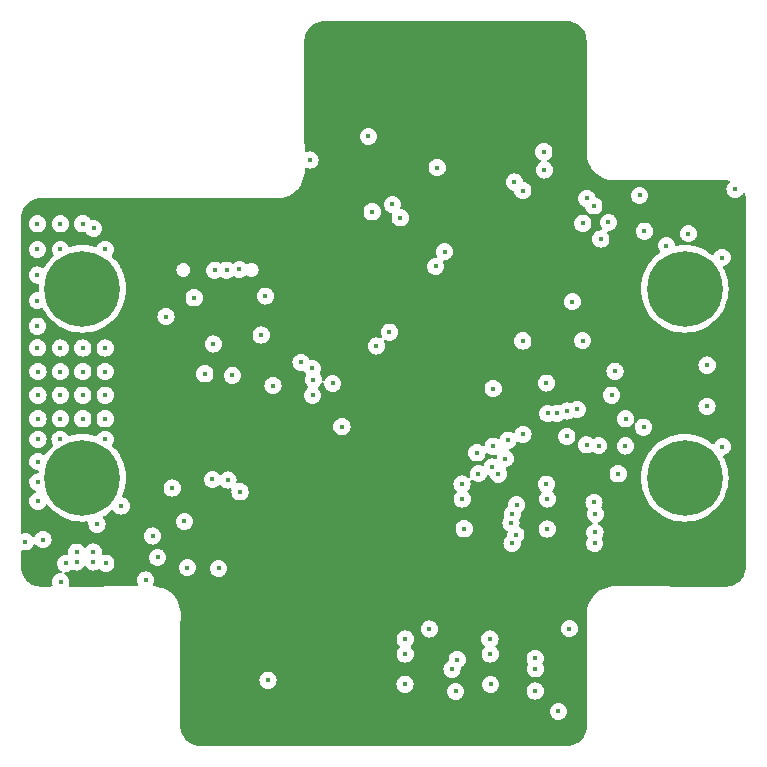
<source format=gbr>
%TF.GenerationSoftware,KiCad,Pcbnew,7.0.5*%
%TF.CreationDate,2023-09-21T20:04:05-05:00*%
%TF.ProjectId,LEDCube,4c454443-7562-4652-9e6b-696361645f70,rev?*%
%TF.SameCoordinates,Original*%
%TF.FileFunction,Copper,L3,Inr*%
%TF.FilePolarity,Positive*%
%FSLAX46Y46*%
G04 Gerber Fmt 4.6, Leading zero omitted, Abs format (unit mm)*
G04 Created by KiCad (PCBNEW 7.0.5) date 2023-09-21 20:04:05*
%MOMM*%
%LPD*%
G01*
G04 APERTURE LIST*
%TA.AperFunction,ComponentPad*%
%ADD10C,0.800000*%
%TD*%
%TA.AperFunction,ComponentPad*%
%ADD11C,6.400000*%
%TD*%
%TA.AperFunction,ViaPad*%
%ADD12C,0.450000*%
%TD*%
G04 APERTURE END LIST*
D10*
%TO.N,N/C*%
%TO.C,H100*%
X102550000Y-74750000D03*
X103252944Y-73052944D03*
X103252944Y-76447056D03*
X104950000Y-72350000D03*
D11*
%TO.N,GND*%
X104950000Y-74750000D03*
D10*
%TO.N,N/C*%
X104950000Y-77150000D03*
X106647056Y-73052944D03*
X106647056Y-76447056D03*
X107350000Y-74750000D03*
%TD*%
%TO.N,N/C*%
%TO.C,H103*%
X153550000Y-90750000D03*
X154252944Y-89052944D03*
X154252944Y-92447056D03*
X155950000Y-88350000D03*
D11*
%TO.N,GND*%
X155950000Y-90750000D03*
D10*
%TO.N,N/C*%
X155950000Y-93150000D03*
X157647056Y-89052944D03*
X157647056Y-92447056D03*
X158350000Y-90750000D03*
%TD*%
%TO.N,N/C*%
%TO.C,H101*%
X153550000Y-74750000D03*
X154252944Y-73052944D03*
X154252944Y-76447056D03*
X155950000Y-72350000D03*
D11*
%TO.N,GND*%
X155950000Y-74750000D03*
D10*
%TO.N,N/C*%
X155950000Y-77150000D03*
X157647056Y-73052944D03*
X157647056Y-76447056D03*
X158350000Y-74750000D03*
%TD*%
%TO.N,N/C*%
%TO.C,H102*%
X102550000Y-90750000D03*
X103252944Y-89052944D03*
X103252944Y-92447056D03*
X104950000Y-88350000D03*
D11*
%TO.N,GND*%
X104950000Y-90750000D03*
D10*
%TO.N,N/C*%
X104950000Y-93150000D03*
X106647056Y-89052944D03*
X106647056Y-92447056D03*
X107350000Y-90750000D03*
%TD*%
D12*
%TO.N,+3V3*%
X112830000Y-81350000D03*
X137430000Y-80990000D03*
X141280000Y-110310000D03*
X111910000Y-81350000D03*
X149280000Y-74200000D03*
X124430000Y-79420000D03*
X130280000Y-110320000D03*
X135280000Y-97200000D03*
X129120000Y-60600000D03*
X146270000Y-97260000D03*
X150400000Y-80120000D03*
%TO.N,GND*%
X104450000Y-97020000D03*
X115310000Y-81940000D03*
X105870000Y-97020000D03*
X103080000Y-71405000D03*
X126920000Y-86420000D03*
X138480000Y-90390000D03*
X101130000Y-79740000D03*
X149490000Y-69120000D03*
X117280000Y-90920000D03*
X112030000Y-77090000D03*
X104980000Y-85750000D03*
X106880000Y-83750000D03*
X101180000Y-91090000D03*
X116480000Y-98420000D03*
X108230000Y-93130000D03*
X101130000Y-73570000D03*
X120090500Y-78650000D03*
X134990000Y-64480000D03*
X159110000Y-72090000D03*
X148250000Y-67710000D03*
X159140000Y-88110000D03*
X106880000Y-79750000D03*
X101180000Y-92720000D03*
X120450000Y-75350000D03*
X144340788Y-85279212D03*
X152540000Y-69860000D03*
X124210000Y-63840000D03*
X146180000Y-103520000D03*
X101180000Y-89370000D03*
X103080000Y-69240000D03*
X103080000Y-85750000D03*
X105900000Y-69630000D03*
X103080000Y-83750000D03*
X103080000Y-81750000D03*
X118300000Y-91930000D03*
X101180000Y-85750000D03*
X110900000Y-95669500D03*
X101180000Y-83750000D03*
X104980000Y-69240000D03*
X106880000Y-71405000D03*
X101130000Y-77900000D03*
X101180000Y-81750000D03*
X115960000Y-90870000D03*
X150310000Y-90400000D03*
X104980000Y-83750000D03*
X101180000Y-87490000D03*
X106880000Y-81750000D03*
X104980000Y-81750000D03*
X120670000Y-107880000D03*
X124420000Y-81469500D03*
X101130000Y-69240000D03*
X101130000Y-75735000D03*
X101130000Y-71405000D03*
X103060000Y-87490000D03*
X121090000Y-82940000D03*
X105870000Y-97870000D03*
X106880000Y-85750000D03*
X157830000Y-84690000D03*
X104980000Y-79750000D03*
X134320000Y-103540000D03*
X106880000Y-87490000D03*
X104450000Y-97870000D03*
X110300000Y-99390000D03*
X103080000Y-79750000D03*
%TO.N,VBUS*%
X112550000Y-91610000D03*
X106180000Y-94670000D03*
X118240000Y-73100000D03*
X114410000Y-75500000D03*
%TO.N,Net-(D100-A)*%
X111310000Y-97470000D03*
X100120000Y-96160000D03*
%TO.N,Net-(D101-A)*%
X101610000Y-95970500D03*
X113580000Y-94440000D03*
%TO.N,Net-(D102-A)*%
X113840000Y-98340000D03*
X103106800Y-99553200D03*
%TO.N,MASTER_CLK*%
X146840000Y-84940000D03*
X139720000Y-88070000D03*
X136550000Y-108830000D03*
X141650000Y-95550000D03*
X152460000Y-86458000D03*
X143280000Y-108800000D03*
X148340000Y-95360000D03*
%TO.N,LATCH*%
X132280000Y-104400000D03*
X144240000Y-82710000D03*
X145960000Y-87240000D03*
X137090000Y-91265000D03*
X157840000Y-81200000D03*
X144240000Y-91280000D03*
X139450000Y-104400000D03*
%TO.N,BRIGHTNESS_PWM*%
X141233443Y-94573000D03*
X142260000Y-87060000D03*
X148260000Y-92830000D03*
X141720000Y-93027000D03*
X145140638Y-85290638D03*
X150930000Y-88040000D03*
X143280000Y-106030000D03*
X136680000Y-106137000D03*
%TO.N,Net-(IC100-RSTB)*%
X117650000Y-82060000D03*
X116030000Y-79410000D03*
%TO.N,MUX_B0*%
X140990000Y-87560000D03*
X141350000Y-93780000D03*
X139640000Y-89830000D03*
X136240000Y-106950000D03*
X140760000Y-89117000D03*
X143310000Y-106910000D03*
X148380000Y-93800000D03*
X146010448Y-85080828D03*
%TO.N,MUX_B1*%
X138350000Y-88630000D03*
X145250000Y-110520000D03*
X148320000Y-96290000D03*
X150940000Y-85750000D03*
X148665000Y-88025000D03*
X141330000Y-96300000D03*
%TO.N,MUX_B2*%
X139470000Y-105660000D03*
X147310000Y-79120000D03*
X147630000Y-87950000D03*
X142240000Y-79150000D03*
X149760000Y-83750000D03*
X137100000Y-92535000D03*
X132280000Y-105650000D03*
X144310000Y-92540000D03*
%TO.N,MUX_B3*%
X150050000Y-81720000D03*
X144300000Y-95080000D03*
X137270000Y-95060000D03*
X140170000Y-90430000D03*
X132270000Y-108220000D03*
X139520000Y-108230000D03*
X139730000Y-83200000D03*
%TO.N,BMA400_INT1*%
X148840000Y-70520000D03*
X131860000Y-68730000D03*
%TO.N,SDA*%
X129480000Y-68220000D03*
X147320000Y-69190000D03*
%TO.N,SCL*%
X147660000Y-67080000D03*
X131190000Y-67600000D03*
%TO.N,IO0*%
X154400000Y-71080000D03*
X146430000Y-75830000D03*
%TO.N,TXD*%
X134852513Y-72842513D03*
X144055000Y-64675000D03*
X142235250Y-66435250D03*
X124502478Y-82440500D03*
%TO.N,RXD*%
X141520000Y-65700000D03*
X144019500Y-63140000D03*
X129834500Y-79590000D03*
X130950000Y-78410000D03*
X135620000Y-71600000D03*
X126143200Y-82753200D03*
%TO.N,D-*%
X116140000Y-73170000D03*
X117150000Y-73170000D03*
%TO.N,RTS*%
X160210000Y-66320000D03*
X124435500Y-83760000D03*
%TO.N,DTR*%
X123450000Y-80970000D03*
X156260000Y-70070000D03*
%TO.N,Net-(IC101-PROG)*%
X103527998Y-97980000D03*
X106930000Y-97969500D03*
%TO.N,EN*%
X152120000Y-66840000D03*
X129160000Y-61830000D03*
%TD*%
%TA.AperFunction,Conductor*%
%TO.N,+3V3*%
G36*
X145898194Y-52054715D02*
G01*
X145943575Y-52054714D01*
X145947995Y-52054871D01*
X146178813Y-52071378D01*
X146196312Y-52073894D01*
X146415926Y-52121667D01*
X146432899Y-52126651D01*
X146643478Y-52205192D01*
X146659566Y-52212539D01*
X146856838Y-52320256D01*
X146871703Y-52329810D01*
X147051626Y-52464498D01*
X147064997Y-52476084D01*
X147223915Y-52635002D01*
X147235501Y-52648373D01*
X147370184Y-52828289D01*
X147379745Y-52843165D01*
X147475559Y-53018637D01*
X147487458Y-53040428D01*
X147494807Y-53056521D01*
X147573348Y-53267100D01*
X147578332Y-53284075D01*
X147626103Y-53503679D01*
X147628621Y-53521192D01*
X147645126Y-53751990D01*
X147645284Y-53756424D01*
X147643721Y-63193443D01*
X147643714Y-63193548D01*
X147643714Y-63243403D01*
X147643708Y-63275938D01*
X147643713Y-63276052D01*
X147643713Y-63384941D01*
X147677258Y-63661224D01*
X147743861Y-63931448D01*
X147779264Y-64024796D01*
X147829316Y-64156774D01*
X147842552Y-64191672D01*
X147971888Y-64438104D01*
X147971889Y-64438106D01*
X148129976Y-64667134D01*
X148129978Y-64667136D01*
X148129984Y-64667144D01*
X148314537Y-64875463D01*
X148522856Y-65060016D01*
X148522862Y-65060020D01*
X148522863Y-65060021D01*
X148522865Y-65060023D01*
X148751893Y-65218110D01*
X148751895Y-65218111D01*
X148751897Y-65218112D01*
X148751900Y-65218114D01*
X148998332Y-65347450D01*
X149206573Y-65426425D01*
X149258551Y-65446138D01*
X149258553Y-65446138D01*
X149258557Y-65446140D01*
X149445450Y-65492203D01*
X149528775Y-65512741D01*
X149528776Y-65512741D01*
X149528780Y-65512742D01*
X149805061Y-65546287D01*
X149944144Y-65546286D01*
X151443570Y-65547614D01*
X159398200Y-65554663D01*
X159398849Y-65554714D01*
X159408191Y-65554714D01*
X159408194Y-65554715D01*
X159453580Y-65554714D01*
X159458003Y-65554871D01*
X159645506Y-65568281D01*
X159710970Y-65592697D01*
X159752841Y-65648631D01*
X159757826Y-65718322D01*
X159724342Y-65779646D01*
X159639191Y-65864797D01*
X159552210Y-66003225D01*
X159498212Y-66157544D01*
X159479909Y-66319996D01*
X159479909Y-66320003D01*
X159498212Y-66482455D01*
X159552210Y-66636774D01*
X159595164Y-66705134D01*
X159639192Y-66775204D01*
X159754796Y-66890808D01*
X159893225Y-66977789D01*
X160047539Y-67031786D01*
X160047542Y-67031786D01*
X160047544Y-67031787D01*
X160209996Y-67050091D01*
X160210000Y-67050091D01*
X160210004Y-67050091D01*
X160372455Y-67031787D01*
X160372456Y-67031786D01*
X160372461Y-67031786D01*
X160526775Y-66977789D01*
X160665204Y-66890808D01*
X160780808Y-66775204D01*
X160839061Y-66682495D01*
X160891394Y-66636204D01*
X160960448Y-66625555D01*
X161024296Y-66653930D01*
X161060236Y-66705134D01*
X161083348Y-66767100D01*
X161088332Y-66784075D01*
X161136103Y-67003679D01*
X161138621Y-67021192D01*
X161155126Y-67251988D01*
X161155284Y-67256432D01*
X161145304Y-98188669D01*
X161145285Y-98188919D01*
X161145285Y-98243575D01*
X161145127Y-98247999D01*
X161128621Y-98478807D01*
X161126103Y-98496320D01*
X161078332Y-98715924D01*
X161073348Y-98732899D01*
X160994807Y-98943478D01*
X160987458Y-98959571D01*
X160937105Y-99051787D01*
X160883428Y-99150091D01*
X160879750Y-99156826D01*
X160870184Y-99171710D01*
X160735501Y-99351626D01*
X160723915Y-99364997D01*
X160564997Y-99523915D01*
X160551626Y-99535501D01*
X160371710Y-99670184D01*
X160356826Y-99679750D01*
X160159571Y-99787458D01*
X160143478Y-99794807D01*
X159932899Y-99873348D01*
X159915924Y-99878332D01*
X159696320Y-99926103D01*
X159678807Y-99928621D01*
X159448008Y-99945126D01*
X159443574Y-99945284D01*
X150006703Y-99943721D01*
X150006603Y-99943714D01*
X150001811Y-99943714D01*
X149956618Y-99943714D01*
X149924135Y-99943708D01*
X149924016Y-99943713D01*
X149815058Y-99943713D01*
X149538775Y-99977258D01*
X149268551Y-100043861D01*
X149008327Y-100142552D01*
X148761895Y-100271888D01*
X148761893Y-100271889D01*
X148532865Y-100429976D01*
X148532863Y-100429978D01*
X148532857Y-100429983D01*
X148532856Y-100429984D01*
X148401567Y-100546295D01*
X148324537Y-100614537D01*
X148139978Y-100822863D01*
X148139976Y-100822865D01*
X147981889Y-101051893D01*
X147981888Y-101051895D01*
X147852552Y-101298327D01*
X147753861Y-101558551D01*
X147687258Y-101828775D01*
X147653713Y-102105058D01*
X147653713Y-102177644D01*
X147653703Y-102177764D01*
X147653713Y-102242441D01*
X147653714Y-102244252D01*
X147653714Y-102301349D01*
X147653723Y-102301472D01*
X147655284Y-111753577D01*
X147655126Y-111758011D01*
X147638621Y-111988807D01*
X147636103Y-112006320D01*
X147588332Y-112225924D01*
X147583348Y-112242899D01*
X147504807Y-112453478D01*
X147497458Y-112469571D01*
X147389750Y-112666826D01*
X147380184Y-112681710D01*
X147245501Y-112861626D01*
X147233915Y-112874997D01*
X147074997Y-113033915D01*
X147061626Y-113045501D01*
X146881710Y-113180184D01*
X146866826Y-113189750D01*
X146669571Y-113297458D01*
X146653478Y-113304807D01*
X146442899Y-113383348D01*
X146425924Y-113388332D01*
X146206320Y-113436103D01*
X146188807Y-113438621D01*
X145957999Y-113455127D01*
X145953575Y-113455285D01*
X145898206Y-113455285D01*
X145898194Y-113455286D01*
X115001806Y-113455286D01*
X115001794Y-113455285D01*
X114946424Y-113455285D01*
X114942000Y-113455127D01*
X114711192Y-113438621D01*
X114693679Y-113436103D01*
X114474075Y-113388332D01*
X114457100Y-113383348D01*
X114246521Y-113304807D01*
X114230428Y-113297458D01*
X114208637Y-113285559D01*
X114033165Y-113189745D01*
X114018293Y-113180186D01*
X113838373Y-113045501D01*
X113825002Y-113033915D01*
X113666084Y-112874997D01*
X113654498Y-112861626D01*
X113519810Y-112681703D01*
X113510256Y-112666838D01*
X113402539Y-112469566D01*
X113395192Y-112453478D01*
X113316651Y-112242899D01*
X113311667Y-112225924D01*
X113299767Y-112171220D01*
X113263894Y-112006312D01*
X113261378Y-111988807D01*
X113254665Y-111894939D01*
X113244873Y-111758011D01*
X113244716Y-111753549D01*
X113246217Y-110520003D01*
X144519909Y-110520003D01*
X144538212Y-110682455D01*
X144592210Y-110836774D01*
X144592211Y-110836775D01*
X144679192Y-110975204D01*
X144794796Y-111090808D01*
X144933225Y-111177789D01*
X145087539Y-111231786D01*
X145087542Y-111231786D01*
X145087544Y-111231787D01*
X145249996Y-111250091D01*
X145250000Y-111250091D01*
X145250004Y-111250091D01*
X145412455Y-111231787D01*
X145412456Y-111231786D01*
X145412461Y-111231786D01*
X145566775Y-111177789D01*
X145705204Y-111090808D01*
X145820808Y-110975204D01*
X145907789Y-110836775D01*
X145961786Y-110682461D01*
X145980091Y-110520000D01*
X145961786Y-110357539D01*
X145907789Y-110203225D01*
X145820808Y-110064796D01*
X145705204Y-109949192D01*
X145566774Y-109862210D01*
X145412455Y-109808212D01*
X145250004Y-109789909D01*
X145249996Y-109789909D01*
X145087544Y-109808212D01*
X144933225Y-109862210D01*
X144794795Y-109949192D01*
X144679192Y-110064795D01*
X144592210Y-110203225D01*
X144538212Y-110357544D01*
X144519909Y-110519996D01*
X144519909Y-110520003D01*
X113246217Y-110520003D01*
X113249429Y-107880003D01*
X119939909Y-107880003D01*
X119958212Y-108042455D01*
X120012210Y-108196774D01*
X120051430Y-108259192D01*
X120099192Y-108335204D01*
X120214796Y-108450808D01*
X120353225Y-108537789D01*
X120507539Y-108591786D01*
X120507542Y-108591786D01*
X120507544Y-108591787D01*
X120669996Y-108610091D01*
X120670000Y-108610091D01*
X120670004Y-108610091D01*
X120832455Y-108591787D01*
X120832456Y-108591786D01*
X120832461Y-108591786D01*
X120986775Y-108537789D01*
X121125204Y-108450808D01*
X121240808Y-108335204D01*
X121313194Y-108220003D01*
X131539909Y-108220003D01*
X131558212Y-108382455D01*
X131612210Y-108536774D01*
X131694376Y-108667539D01*
X131699192Y-108675204D01*
X131814796Y-108790808D01*
X131953225Y-108877789D01*
X132107539Y-108931786D01*
X132107542Y-108931786D01*
X132107544Y-108931787D01*
X132269996Y-108950091D01*
X132270000Y-108950091D01*
X132270004Y-108950091D01*
X132432455Y-108931787D01*
X132432456Y-108931786D01*
X132432461Y-108931786D01*
X132586775Y-108877789D01*
X132662826Y-108830003D01*
X135819909Y-108830003D01*
X135838212Y-108992455D01*
X135892210Y-109146774D01*
X135892211Y-109146775D01*
X135979192Y-109285204D01*
X136094796Y-109400808D01*
X136233225Y-109487789D01*
X136387539Y-109541786D01*
X136387542Y-109541786D01*
X136387544Y-109541787D01*
X136549996Y-109560091D01*
X136550000Y-109560091D01*
X136550004Y-109560091D01*
X136712455Y-109541787D01*
X136712456Y-109541786D01*
X136712461Y-109541786D01*
X136866775Y-109487789D01*
X137005204Y-109400808D01*
X137120808Y-109285204D01*
X137207789Y-109146775D01*
X137261786Y-108992461D01*
X137261787Y-108992455D01*
X137280091Y-108830003D01*
X137280091Y-108829996D01*
X137261787Y-108667544D01*
X137261786Y-108667542D01*
X137261786Y-108667539D01*
X137207789Y-108513225D01*
X137120808Y-108374796D01*
X137005204Y-108259192D01*
X136958750Y-108230003D01*
X138789909Y-108230003D01*
X138808212Y-108392455D01*
X138862210Y-108546774D01*
X138862211Y-108546775D01*
X138949192Y-108685204D01*
X139064796Y-108800808D01*
X139203225Y-108887789D01*
X139357539Y-108941786D01*
X139357542Y-108941786D01*
X139357544Y-108941787D01*
X139519996Y-108960091D01*
X139520000Y-108960091D01*
X139520004Y-108960091D01*
X139682455Y-108941787D01*
X139682456Y-108941786D01*
X139682461Y-108941786D01*
X139836775Y-108887789D01*
X139975204Y-108800808D01*
X139976009Y-108800003D01*
X142549909Y-108800003D01*
X142568212Y-108962455D01*
X142622210Y-109116774D01*
X142641061Y-109146775D01*
X142709192Y-109255204D01*
X142824796Y-109370808D01*
X142963225Y-109457789D01*
X143117539Y-109511786D01*
X143117542Y-109511786D01*
X143117544Y-109511787D01*
X143279996Y-109530091D01*
X143280000Y-109530091D01*
X143280004Y-109530091D01*
X143442455Y-109511787D01*
X143442456Y-109511786D01*
X143442461Y-109511786D01*
X143596775Y-109457789D01*
X143735204Y-109370808D01*
X143850808Y-109255204D01*
X143937789Y-109116775D01*
X143991786Y-108962461D01*
X143993180Y-108950091D01*
X144010091Y-108800003D01*
X144010091Y-108799996D01*
X143991787Y-108637544D01*
X143991786Y-108637542D01*
X143991786Y-108637539D01*
X143937789Y-108483225D01*
X143850808Y-108344796D01*
X143735204Y-108229192D01*
X143644518Y-108172210D01*
X143596774Y-108142210D01*
X143442455Y-108088212D01*
X143280004Y-108069909D01*
X143279996Y-108069909D01*
X143117544Y-108088212D01*
X142963225Y-108142210D01*
X142824795Y-108229192D01*
X142709192Y-108344795D01*
X142622210Y-108483225D01*
X142568212Y-108637544D01*
X142549909Y-108799996D01*
X142549909Y-108800003D01*
X139976009Y-108800003D01*
X140090808Y-108685204D01*
X140177789Y-108546775D01*
X140231786Y-108392461D01*
X140232913Y-108382461D01*
X140250091Y-108230003D01*
X140250091Y-108229996D01*
X140231787Y-108067544D01*
X140231786Y-108067542D01*
X140231786Y-108067539D01*
X140177789Y-107913225D01*
X140090808Y-107774796D01*
X139975204Y-107659192D01*
X139944805Y-107640091D01*
X139836774Y-107572210D01*
X139682455Y-107518212D01*
X139520004Y-107499909D01*
X139519996Y-107499909D01*
X139357544Y-107518212D01*
X139203225Y-107572210D01*
X139064795Y-107659192D01*
X138949192Y-107774795D01*
X138862210Y-107913225D01*
X138808212Y-108067544D01*
X138789909Y-108229996D01*
X138789909Y-108230003D01*
X136958750Y-108230003D01*
X136866774Y-108172210D01*
X136712455Y-108118212D01*
X136550004Y-108099909D01*
X136549996Y-108099909D01*
X136387544Y-108118212D01*
X136233225Y-108172210D01*
X136094795Y-108259192D01*
X135979192Y-108374795D01*
X135892210Y-108513225D01*
X135838212Y-108667544D01*
X135819909Y-108829996D01*
X135819909Y-108830003D01*
X132662826Y-108830003D01*
X132725204Y-108790808D01*
X132840808Y-108675204D01*
X132927789Y-108536775D01*
X132981786Y-108382461D01*
X132998964Y-108230003D01*
X133000091Y-108220003D01*
X133000091Y-108219996D01*
X132981787Y-108057544D01*
X132981786Y-108057542D01*
X132981786Y-108057539D01*
X132927789Y-107903225D01*
X132840808Y-107764796D01*
X132725204Y-107649192D01*
X132710720Y-107640091D01*
X132586774Y-107562210D01*
X132432455Y-107508212D01*
X132270004Y-107489909D01*
X132269996Y-107489909D01*
X132107544Y-107508212D01*
X131953225Y-107562210D01*
X131814795Y-107649192D01*
X131699192Y-107764795D01*
X131612210Y-107903225D01*
X131558212Y-108057544D01*
X131539909Y-108219996D01*
X131539909Y-108220003D01*
X121313194Y-108220003D01*
X121327789Y-108196775D01*
X121381786Y-108042461D01*
X121381787Y-108042455D01*
X121400091Y-107880003D01*
X121400091Y-107879996D01*
X121381787Y-107717544D01*
X121381786Y-107717542D01*
X121381786Y-107717539D01*
X121327789Y-107563225D01*
X121240808Y-107424796D01*
X121125204Y-107309192D01*
X121057698Y-107266775D01*
X120986774Y-107222210D01*
X120832455Y-107168212D01*
X120670004Y-107149909D01*
X120669996Y-107149909D01*
X120507544Y-107168212D01*
X120353225Y-107222210D01*
X120214795Y-107309192D01*
X120099192Y-107424795D01*
X120012210Y-107563225D01*
X119958212Y-107717544D01*
X119939909Y-107879996D01*
X119939909Y-107880003D01*
X113249429Y-107880003D01*
X113250560Y-106950003D01*
X135509909Y-106950003D01*
X135528212Y-107112455D01*
X135582210Y-107266774D01*
X135582211Y-107266775D01*
X135669192Y-107405204D01*
X135784796Y-107520808D01*
X135923225Y-107607789D01*
X136077539Y-107661786D01*
X136077542Y-107661786D01*
X136077544Y-107661787D01*
X136239996Y-107680091D01*
X136240000Y-107680091D01*
X136240004Y-107680091D01*
X136402455Y-107661787D01*
X136402456Y-107661786D01*
X136402461Y-107661786D01*
X136556775Y-107607789D01*
X136695204Y-107520808D01*
X136810808Y-107405204D01*
X136897789Y-107266775D01*
X136951786Y-107112461D01*
X136970091Y-106950000D01*
X136964246Y-106898134D01*
X136976301Y-106829312D01*
X137021494Y-106779256D01*
X137135204Y-106707808D01*
X137250808Y-106592204D01*
X137337789Y-106453775D01*
X137391786Y-106299461D01*
X137392603Y-106292211D01*
X137410091Y-106137003D01*
X137410091Y-106136996D01*
X137391787Y-105974544D01*
X137391786Y-105974542D01*
X137391786Y-105974539D01*
X137337789Y-105820225D01*
X137250808Y-105681796D01*
X137135204Y-105566192D01*
X137010029Y-105487539D01*
X136996774Y-105479210D01*
X136842455Y-105425212D01*
X136680004Y-105406909D01*
X136679996Y-105406909D01*
X136517544Y-105425212D01*
X136363225Y-105479210D01*
X136224795Y-105566192D01*
X136109192Y-105681795D01*
X136022210Y-105820225D01*
X135968212Y-105974544D01*
X135949909Y-106136996D01*
X135949909Y-106137004D01*
X135955752Y-106188868D01*
X135943697Y-106257690D01*
X135898504Y-106307743D01*
X135784801Y-106379187D01*
X135784795Y-106379192D01*
X135669192Y-106494795D01*
X135582210Y-106633225D01*
X135528212Y-106787544D01*
X135509909Y-106949996D01*
X135509909Y-106950003D01*
X113250560Y-106950003D01*
X113252142Y-105650003D01*
X131549909Y-105650003D01*
X131568212Y-105812455D01*
X131622210Y-105966774D01*
X131661938Y-106030000D01*
X131709192Y-106105204D01*
X131824796Y-106220808D01*
X131963225Y-106307789D01*
X132117539Y-106361786D01*
X132117542Y-106361786D01*
X132117544Y-106361787D01*
X132279996Y-106380091D01*
X132280000Y-106380091D01*
X132280004Y-106380091D01*
X132442455Y-106361787D01*
X132442456Y-106361786D01*
X132442461Y-106361786D01*
X132596775Y-106307789D01*
X132735204Y-106220808D01*
X132850808Y-106105204D01*
X132937789Y-105966775D01*
X132991786Y-105812461D01*
X132991787Y-105812455D01*
X133010091Y-105650003D01*
X133010091Y-105649996D01*
X132991787Y-105487544D01*
X132991786Y-105487542D01*
X132991786Y-105487539D01*
X132937789Y-105333225D01*
X132850808Y-105194796D01*
X132768692Y-105112680D01*
X132735208Y-105051356D01*
X132740192Y-104981665D01*
X132768689Y-104937322D01*
X132850808Y-104855204D01*
X132937789Y-104716775D01*
X132991786Y-104562461D01*
X133010091Y-104400003D01*
X138719909Y-104400003D01*
X138738212Y-104562455D01*
X138792210Y-104716774D01*
X138879192Y-104855204D01*
X138976307Y-104952319D01*
X139009792Y-105013642D01*
X139004808Y-105083334D01*
X138976307Y-105127681D01*
X138899192Y-105204795D01*
X138812210Y-105343225D01*
X138758212Y-105497544D01*
X138739909Y-105659996D01*
X138739909Y-105660003D01*
X138758212Y-105822455D01*
X138812210Y-105976774D01*
X138845656Y-106030003D01*
X138899192Y-106115204D01*
X139014796Y-106230808D01*
X139153225Y-106317789D01*
X139307539Y-106371786D01*
X139307542Y-106371786D01*
X139307544Y-106371787D01*
X139469996Y-106390091D01*
X139470000Y-106390091D01*
X139470004Y-106390091D01*
X139632455Y-106371787D01*
X139632456Y-106371786D01*
X139632461Y-106371786D01*
X139786775Y-106317789D01*
X139925204Y-106230808D01*
X140040808Y-106115204D01*
X140094344Y-106030003D01*
X142549909Y-106030003D01*
X142568212Y-106192455D01*
X142622210Y-106346774D01*
X142673185Y-106427900D01*
X142692185Y-106495137D01*
X142673186Y-106559842D01*
X142652211Y-106593224D01*
X142598212Y-106747544D01*
X142579909Y-106909996D01*
X142579909Y-106910003D01*
X142598212Y-107072455D01*
X142652210Y-107226774D01*
X142703997Y-107309192D01*
X142739192Y-107365204D01*
X142854796Y-107480808D01*
X142993225Y-107567789D01*
X143147539Y-107621786D01*
X143147542Y-107621786D01*
X143147544Y-107621787D01*
X143309996Y-107640091D01*
X143310000Y-107640091D01*
X143310004Y-107640091D01*
X143472455Y-107621787D01*
X143472456Y-107621786D01*
X143472461Y-107621786D01*
X143626775Y-107567789D01*
X143765204Y-107480808D01*
X143880808Y-107365204D01*
X143967789Y-107226775D01*
X144021786Y-107072461D01*
X144035584Y-106950000D01*
X144040091Y-106910003D01*
X144040091Y-106909996D01*
X144021787Y-106747544D01*
X144021786Y-106747542D01*
X144021786Y-106747539D01*
X143967789Y-106593225D01*
X143916814Y-106512099D01*
X143897814Y-106444863D01*
X143916816Y-106380153D01*
X143937785Y-106346781D01*
X143937789Y-106346775D01*
X143991786Y-106192461D01*
X143991786Y-106192459D01*
X143991787Y-106192457D01*
X144010091Y-106030003D01*
X144010091Y-106029996D01*
X143991787Y-105867544D01*
X143991786Y-105867542D01*
X143991786Y-105867539D01*
X143937789Y-105713225D01*
X143850808Y-105574796D01*
X143735204Y-105459192D01*
X143681129Y-105425214D01*
X143596774Y-105372210D01*
X143442455Y-105318212D01*
X143280004Y-105299909D01*
X143279996Y-105299909D01*
X143117544Y-105318212D01*
X142963225Y-105372210D01*
X142824795Y-105459192D01*
X142709192Y-105574795D01*
X142622210Y-105713225D01*
X142568212Y-105867544D01*
X142549909Y-106029996D01*
X142549909Y-106030003D01*
X140094344Y-106030003D01*
X140127789Y-105976775D01*
X140181786Y-105822461D01*
X140182913Y-105812461D01*
X140200091Y-105660003D01*
X140200091Y-105659996D01*
X140181787Y-105497544D01*
X140181786Y-105497542D01*
X140181786Y-105497539D01*
X140127789Y-105343225D01*
X140040808Y-105204796D01*
X139943692Y-105107680D01*
X139910208Y-105046358D01*
X139915192Y-104976666D01*
X139943693Y-104932319D01*
X140020808Y-104855204D01*
X140107789Y-104716775D01*
X140161786Y-104562461D01*
X140180091Y-104400000D01*
X140163391Y-104251787D01*
X140161787Y-104237544D01*
X140161786Y-104237542D01*
X140161786Y-104237539D01*
X140107789Y-104083225D01*
X140020808Y-103944796D01*
X139905204Y-103829192D01*
X139766774Y-103742210D01*
X139612455Y-103688212D01*
X139450004Y-103669909D01*
X139449996Y-103669909D01*
X139287544Y-103688212D01*
X139133225Y-103742210D01*
X138994795Y-103829192D01*
X138879192Y-103944795D01*
X138792210Y-104083225D01*
X138738212Y-104237544D01*
X138719909Y-104399996D01*
X138719909Y-104400003D01*
X133010091Y-104400003D01*
X133010091Y-104400000D01*
X132993391Y-104251787D01*
X132991787Y-104237544D01*
X132991786Y-104237542D01*
X132991786Y-104237539D01*
X132937789Y-104083225D01*
X132850808Y-103944796D01*
X132735204Y-103829192D01*
X132735203Y-103829192D01*
X132596774Y-103742210D01*
X132442455Y-103688212D01*
X132280004Y-103669909D01*
X132279996Y-103669909D01*
X132117544Y-103688212D01*
X131963225Y-103742210D01*
X131824795Y-103829192D01*
X131709192Y-103944795D01*
X131622210Y-104083225D01*
X131568212Y-104237544D01*
X131549909Y-104399996D01*
X131549909Y-104400003D01*
X131568212Y-104562455D01*
X131622210Y-104716774D01*
X131622211Y-104716775D01*
X131709192Y-104855204D01*
X131791309Y-104937321D01*
X131824792Y-104998640D01*
X131819808Y-105068332D01*
X131791308Y-105112680D01*
X131709191Y-105194797D01*
X131622210Y-105333225D01*
X131568212Y-105487544D01*
X131549909Y-105649996D01*
X131549909Y-105650003D01*
X113252142Y-105650003D01*
X113254709Y-103540003D01*
X133589909Y-103540003D01*
X133608212Y-103702455D01*
X133662210Y-103856774D01*
X133662211Y-103856775D01*
X133749192Y-103995204D01*
X133864796Y-104110808D01*
X134003225Y-104197789D01*
X134157539Y-104251786D01*
X134157542Y-104251786D01*
X134157544Y-104251787D01*
X134319996Y-104270091D01*
X134320000Y-104270091D01*
X134320004Y-104270091D01*
X134482455Y-104251787D01*
X134482456Y-104251786D01*
X134482461Y-104251786D01*
X134636775Y-104197789D01*
X134775204Y-104110808D01*
X134890808Y-103995204D01*
X134977789Y-103856775D01*
X135031786Y-103702461D01*
X135031787Y-103702455D01*
X135050091Y-103540003D01*
X135050091Y-103539996D01*
X135047838Y-103520003D01*
X145449909Y-103520003D01*
X145468212Y-103682455D01*
X145522210Y-103836774D01*
X145522211Y-103836775D01*
X145609192Y-103975204D01*
X145724796Y-104090808D01*
X145863225Y-104177789D01*
X146017539Y-104231786D01*
X146017542Y-104231786D01*
X146017544Y-104231787D01*
X146179996Y-104250091D01*
X146180000Y-104250091D01*
X146180004Y-104250091D01*
X146342455Y-104231787D01*
X146342456Y-104231786D01*
X146342461Y-104231786D01*
X146496775Y-104177789D01*
X146635204Y-104090808D01*
X146750808Y-103975204D01*
X146837789Y-103836775D01*
X146891786Y-103682461D01*
X146891787Y-103682455D01*
X146910091Y-103520003D01*
X146910091Y-103519996D01*
X146891787Y-103357544D01*
X146891786Y-103357542D01*
X146891786Y-103357539D01*
X146837789Y-103203225D01*
X146750808Y-103064796D01*
X146635204Y-102949192D01*
X146528605Y-102882211D01*
X146496774Y-102862210D01*
X146342455Y-102808212D01*
X146180004Y-102789909D01*
X146179996Y-102789909D01*
X146017544Y-102808212D01*
X145863225Y-102862210D01*
X145724795Y-102949192D01*
X145609192Y-103064795D01*
X145522210Y-103203225D01*
X145468212Y-103357544D01*
X145449909Y-103519996D01*
X145449909Y-103520003D01*
X135047838Y-103520003D01*
X135031787Y-103377544D01*
X135031786Y-103377542D01*
X135031786Y-103377539D01*
X134977789Y-103223225D01*
X134890808Y-103084796D01*
X134775204Y-102969192D01*
X134743374Y-102949192D01*
X134636774Y-102882210D01*
X134482455Y-102828212D01*
X134320004Y-102809909D01*
X134319996Y-102809909D01*
X134157544Y-102828212D01*
X134003225Y-102882210D01*
X133864795Y-102969192D01*
X133749192Y-103084795D01*
X133662210Y-103223225D01*
X133608212Y-103377544D01*
X133589909Y-103539996D01*
X133589909Y-103540003D01*
X113254709Y-103540003D01*
X113256215Y-102301924D01*
X113256286Y-102301059D01*
X113256286Y-102244756D01*
X113256289Y-102241964D01*
X113256320Y-102216736D01*
X113256319Y-102216731D01*
X113256322Y-102214340D01*
X113256286Y-102213531D01*
X113256286Y-102177644D01*
X113256287Y-102105061D01*
X113222742Y-101828780D01*
X113156140Y-101558557D01*
X113057450Y-101298332D01*
X112928114Y-101051900D01*
X112928111Y-101051895D01*
X112928110Y-101051893D01*
X112770023Y-100822865D01*
X112770021Y-100822863D01*
X112770020Y-100822862D01*
X112770016Y-100822856D01*
X112585463Y-100614537D01*
X112377144Y-100429984D01*
X112377138Y-100429980D01*
X112377136Y-100429978D01*
X112377134Y-100429976D01*
X112148106Y-100271889D01*
X112148104Y-100271888D01*
X111901672Y-100142552D01*
X111901671Y-100142551D01*
X111901668Y-100142550D01*
X111810543Y-100107990D01*
X111641448Y-100043861D01*
X111371224Y-99977258D01*
X111094942Y-99943713D01*
X111094939Y-99943713D01*
X111033273Y-99943713D01*
X110966234Y-99924028D01*
X110920479Y-99871224D01*
X110910535Y-99802066D01*
X110928279Y-99753742D01*
X110957788Y-99706777D01*
X110967245Y-99679750D01*
X111011786Y-99552461D01*
X111014296Y-99530187D01*
X111030091Y-99390003D01*
X111030091Y-99389996D01*
X111011787Y-99227544D01*
X111011786Y-99227542D01*
X111011786Y-99227539D01*
X110957789Y-99073225D01*
X110870808Y-98934796D01*
X110755204Y-98819192D01*
X110749160Y-98815394D01*
X110616774Y-98732210D01*
X110462455Y-98678212D01*
X110300004Y-98659909D01*
X110299996Y-98659909D01*
X110137544Y-98678212D01*
X109983225Y-98732210D01*
X109844795Y-98819192D01*
X109729192Y-98934795D01*
X109642210Y-99073225D01*
X109588212Y-99227544D01*
X109569909Y-99389996D01*
X109569909Y-99390003D01*
X109588212Y-99552455D01*
X109642210Y-99706774D01*
X109671866Y-99753971D01*
X109690866Y-99821208D01*
X109670498Y-99888043D01*
X109617230Y-99933257D01*
X109566893Y-99943943D01*
X103913161Y-99944878D01*
X103846118Y-99925205D01*
X103800354Y-99872408D01*
X103790399Y-99803251D01*
X103796096Y-99779931D01*
X103818586Y-99715661D01*
X103819587Y-99706777D01*
X103836891Y-99553203D01*
X103836891Y-99553196D01*
X103818587Y-99390744D01*
X103818586Y-99390742D01*
X103818586Y-99390739D01*
X103764589Y-99236425D01*
X103677608Y-99097996D01*
X103562004Y-98982392D01*
X103489418Y-98936783D01*
X103443127Y-98884448D01*
X103432479Y-98815394D01*
X103460854Y-98751546D01*
X103519244Y-98713174D01*
X103541507Y-98708569D01*
X103690453Y-98691787D01*
X103690454Y-98691786D01*
X103690459Y-98691786D01*
X103844773Y-98637789D01*
X103983202Y-98550808D01*
X103985299Y-98548710D01*
X103986992Y-98547785D01*
X103988646Y-98546467D01*
X103988876Y-98546756D01*
X104046620Y-98515221D01*
X104116312Y-98520200D01*
X104126681Y-98525329D01*
X104126952Y-98524768D01*
X104133221Y-98527786D01*
X104133225Y-98527789D01*
X104287539Y-98581786D01*
X104287542Y-98581787D01*
X104449996Y-98600091D01*
X104450000Y-98600091D01*
X104450004Y-98600091D01*
X104612455Y-98581787D01*
X104612456Y-98581786D01*
X104612461Y-98581786D01*
X104766775Y-98527789D01*
X104905204Y-98440808D01*
X105020808Y-98325204D01*
X105055006Y-98270777D01*
X105107341Y-98224487D01*
X105176394Y-98213839D01*
X105240243Y-98242214D01*
X105264993Y-98270777D01*
X105299192Y-98325204D01*
X105414796Y-98440808D01*
X105553225Y-98527789D01*
X105707539Y-98581786D01*
X105707542Y-98581786D01*
X105707544Y-98581787D01*
X105869996Y-98600091D01*
X105870000Y-98600091D01*
X105870004Y-98600091D01*
X106032455Y-98581787D01*
X106032456Y-98581786D01*
X106032461Y-98581786D01*
X106186775Y-98527789D01*
X106272236Y-98474089D01*
X106339473Y-98455089D01*
X106406308Y-98475456D01*
X106425890Y-98491402D01*
X106474796Y-98540308D01*
X106613225Y-98627289D01*
X106767539Y-98681286D01*
X106767542Y-98681286D01*
X106767544Y-98681287D01*
X106929996Y-98699591D01*
X106930000Y-98699591D01*
X106930004Y-98699591D01*
X107092455Y-98681287D01*
X107092456Y-98681286D01*
X107092461Y-98681286D01*
X107246775Y-98627289D01*
X107385204Y-98540308D01*
X107500808Y-98424704D01*
X107554029Y-98340003D01*
X113109909Y-98340003D01*
X113128212Y-98502455D01*
X113182210Y-98656774D01*
X113241760Y-98751546D01*
X113269192Y-98795204D01*
X113384796Y-98910808D01*
X113523225Y-98997789D01*
X113677539Y-99051786D01*
X113677542Y-99051786D01*
X113677544Y-99051787D01*
X113839996Y-99070091D01*
X113840000Y-99070091D01*
X113840004Y-99070091D01*
X114002455Y-99051787D01*
X114002456Y-99051786D01*
X114002461Y-99051786D01*
X114156775Y-98997789D01*
X114295204Y-98910808D01*
X114410808Y-98795204D01*
X114497789Y-98656775D01*
X114551786Y-98502461D01*
X114554451Y-98478807D01*
X114561077Y-98420003D01*
X115749909Y-98420003D01*
X115768212Y-98582455D01*
X115822210Y-98736774D01*
X115876458Y-98823109D01*
X115909192Y-98875204D01*
X116024796Y-98990808D01*
X116163225Y-99077789D01*
X116317539Y-99131786D01*
X116317542Y-99131786D01*
X116317544Y-99131787D01*
X116479996Y-99150091D01*
X116480000Y-99150091D01*
X116480004Y-99150091D01*
X116642455Y-99131787D01*
X116642456Y-99131786D01*
X116642461Y-99131786D01*
X116796775Y-99077789D01*
X116935204Y-98990808D01*
X117050808Y-98875204D01*
X117137789Y-98736775D01*
X117191786Y-98582461D01*
X117191862Y-98581786D01*
X117210091Y-98420003D01*
X117210091Y-98419996D01*
X117191787Y-98257544D01*
X117191786Y-98257542D01*
X117191786Y-98257539D01*
X117137789Y-98103225D01*
X117050808Y-97964796D01*
X116935204Y-97849192D01*
X116868118Y-97807039D01*
X116796774Y-97762210D01*
X116642455Y-97708212D01*
X116480004Y-97689909D01*
X116479996Y-97689909D01*
X116317544Y-97708212D01*
X116163225Y-97762210D01*
X116024795Y-97849192D01*
X115909192Y-97964795D01*
X115822210Y-98103225D01*
X115768212Y-98257544D01*
X115749909Y-98419996D01*
X115749909Y-98420003D01*
X114561077Y-98420003D01*
X114570091Y-98340003D01*
X114570091Y-98339996D01*
X114551787Y-98177544D01*
X114551786Y-98177542D01*
X114551786Y-98177539D01*
X114497789Y-98023225D01*
X114410808Y-97884796D01*
X114295204Y-97769192D01*
X114284092Y-97762210D01*
X114156774Y-97682210D01*
X114002455Y-97628212D01*
X113840004Y-97609909D01*
X113839996Y-97609909D01*
X113677544Y-97628212D01*
X113523225Y-97682210D01*
X113384795Y-97769192D01*
X113269192Y-97884795D01*
X113182210Y-98023225D01*
X113128212Y-98177544D01*
X113109909Y-98339996D01*
X113109909Y-98340003D01*
X107554029Y-98340003D01*
X107587789Y-98286275D01*
X107641786Y-98131961D01*
X107645024Y-98103225D01*
X107660091Y-97969503D01*
X107660091Y-97969496D01*
X107641787Y-97807044D01*
X107641786Y-97807042D01*
X107641786Y-97807039D01*
X107587789Y-97652725D01*
X107500808Y-97514296D01*
X107456515Y-97470003D01*
X110579909Y-97470003D01*
X110598212Y-97632455D01*
X110652210Y-97786774D01*
X110691430Y-97849192D01*
X110739192Y-97925204D01*
X110854796Y-98040808D01*
X110993225Y-98127789D01*
X111147539Y-98181786D01*
X111147542Y-98181786D01*
X111147544Y-98181787D01*
X111309996Y-98200091D01*
X111310000Y-98200091D01*
X111310004Y-98200091D01*
X111472455Y-98181787D01*
X111472456Y-98181786D01*
X111472461Y-98181786D01*
X111626775Y-98127789D01*
X111765204Y-98040808D01*
X111880808Y-97925204D01*
X111967789Y-97786775D01*
X112021786Y-97632461D01*
X112040091Y-97470000D01*
X112037274Y-97445000D01*
X112021787Y-97307544D01*
X112021786Y-97307542D01*
X112021786Y-97307539D01*
X111967789Y-97153225D01*
X111880808Y-97014796D01*
X111765204Y-96899192D01*
X111750720Y-96890091D01*
X111626774Y-96812210D01*
X111472455Y-96758212D01*
X111310004Y-96739909D01*
X111309996Y-96739909D01*
X111147544Y-96758212D01*
X110993225Y-96812210D01*
X110854795Y-96899192D01*
X110739192Y-97014795D01*
X110652210Y-97153225D01*
X110598212Y-97307544D01*
X110579909Y-97469996D01*
X110579909Y-97470003D01*
X107456515Y-97470003D01*
X107385204Y-97398692D01*
X107263486Y-97322211D01*
X107246774Y-97311710D01*
X107092455Y-97257712D01*
X106930004Y-97239409D01*
X106929996Y-97239409D01*
X106767544Y-97257712D01*
X106761695Y-97259758D01*
X106751603Y-97263290D01*
X106681826Y-97266851D01*
X106621199Y-97232122D01*
X106588972Y-97170128D01*
X106587431Y-97132364D01*
X106600091Y-97020002D01*
X106600091Y-97019996D01*
X106581787Y-96857544D01*
X106581786Y-96857542D01*
X106581786Y-96857539D01*
X106527789Y-96703225D01*
X106440808Y-96564796D01*
X106325204Y-96449192D01*
X106287823Y-96425704D01*
X106186774Y-96362210D01*
X106032455Y-96308212D01*
X105870004Y-96289909D01*
X105869996Y-96289909D01*
X105707544Y-96308212D01*
X105553225Y-96362210D01*
X105414795Y-96449192D01*
X105299192Y-96564795D01*
X105299190Y-96564798D01*
X105264993Y-96619222D01*
X105212658Y-96665513D01*
X105143605Y-96676160D01*
X105079756Y-96647785D01*
X105055007Y-96619222D01*
X105020809Y-96564798D01*
X105020807Y-96564795D01*
X104905204Y-96449192D01*
X104766774Y-96362210D01*
X104612455Y-96308212D01*
X104450004Y-96289909D01*
X104449996Y-96289909D01*
X104287544Y-96308212D01*
X104133225Y-96362210D01*
X103994795Y-96449192D01*
X103879192Y-96564795D01*
X103792210Y-96703225D01*
X103738212Y-96857544D01*
X103719909Y-97019996D01*
X103719909Y-97020003D01*
X103731204Y-97120253D01*
X103719149Y-97189075D01*
X103671800Y-97240454D01*
X103604190Y-97258078D01*
X103594101Y-97257356D01*
X103528002Y-97249909D01*
X103527994Y-97249909D01*
X103365542Y-97268212D01*
X103211223Y-97322210D01*
X103072793Y-97409192D01*
X102957190Y-97524795D01*
X102870208Y-97663225D01*
X102816210Y-97817544D01*
X102797907Y-97979996D01*
X102797907Y-97980003D01*
X102816210Y-98142455D01*
X102870208Y-98296774D01*
X102897369Y-98340000D01*
X102957190Y-98435204D01*
X103072794Y-98550808D01*
X103145379Y-98596416D01*
X103191670Y-98648751D01*
X103202318Y-98717804D01*
X103173943Y-98781653D01*
X103115553Y-98820025D01*
X103093291Y-98824630D01*
X102944344Y-98841412D01*
X102790025Y-98895410D01*
X102651595Y-98982392D01*
X102535992Y-99097995D01*
X102449010Y-99236425D01*
X102395012Y-99390744D01*
X102376709Y-99553196D01*
X102376709Y-99553203D01*
X102395012Y-99715655D01*
X102417594Y-99780191D01*
X102421155Y-99849970D01*
X102386426Y-99910597D01*
X102324432Y-99942824D01*
X102300572Y-99945145D01*
X101456422Y-99945284D01*
X101451988Y-99945126D01*
X101221192Y-99928621D01*
X101203679Y-99926103D01*
X100984075Y-99878332D01*
X100967100Y-99873348D01*
X100756521Y-99794807D01*
X100740428Y-99787458D01*
X100718637Y-99775559D01*
X100543165Y-99679745D01*
X100528293Y-99670186D01*
X100348373Y-99535501D01*
X100335002Y-99523915D01*
X100176084Y-99364997D01*
X100164498Y-99351626D01*
X100071608Y-99227539D01*
X100029810Y-99171703D01*
X100020256Y-99156838D01*
X99912539Y-98959566D01*
X99905192Y-98943478D01*
X99826651Y-98732899D01*
X99821667Y-98715924D01*
X99818114Y-98699591D01*
X99773894Y-98496312D01*
X99771378Y-98478807D01*
X99771376Y-98478780D01*
X99754871Y-98247995D01*
X99754714Y-98243574D01*
X99754714Y-98224487D01*
X99754715Y-98198194D01*
X99754714Y-98198191D01*
X99754714Y-98188197D01*
X99754693Y-98187942D01*
X99754282Y-96975463D01*
X99773944Y-96908420D01*
X99826732Y-96862647D01*
X99895887Y-96852680D01*
X99919229Y-96858381D01*
X99957539Y-96871786D01*
X99957543Y-96871786D01*
X99957545Y-96871787D01*
X99957542Y-96871787D01*
X100119996Y-96890091D01*
X100120000Y-96890091D01*
X100120004Y-96890091D01*
X100282455Y-96871787D01*
X100282456Y-96871786D01*
X100282461Y-96871786D01*
X100436775Y-96817789D01*
X100575204Y-96730808D01*
X100690808Y-96615204D01*
X100777789Y-96476775D01*
X100797725Y-96419798D01*
X100838445Y-96363023D01*
X100903397Y-96337274D01*
X100971959Y-96350729D01*
X101019760Y-96394779D01*
X101039192Y-96425704D01*
X101154796Y-96541308D01*
X101293225Y-96628289D01*
X101447539Y-96682286D01*
X101447542Y-96682286D01*
X101447544Y-96682287D01*
X101609996Y-96700591D01*
X101610000Y-96700591D01*
X101610004Y-96700591D01*
X101772455Y-96682287D01*
X101772456Y-96682286D01*
X101772461Y-96682286D01*
X101926775Y-96628289D01*
X102065204Y-96541308D01*
X102180808Y-96425704D01*
X102267789Y-96287275D01*
X102321786Y-96132961D01*
X102321787Y-96132955D01*
X102340091Y-95970503D01*
X102340091Y-95970496D01*
X102321787Y-95808044D01*
X102321786Y-95808042D01*
X102321786Y-95808039D01*
X102273310Y-95669503D01*
X110169909Y-95669503D01*
X110188212Y-95831955D01*
X110188213Y-95831960D01*
X110188214Y-95831961D01*
X110192705Y-95844795D01*
X110242210Y-95986274D01*
X110254105Y-96005204D01*
X110329192Y-96124704D01*
X110444796Y-96240308D01*
X110583225Y-96327289D01*
X110737539Y-96381286D01*
X110737542Y-96381286D01*
X110737544Y-96381287D01*
X110899996Y-96399591D01*
X110900000Y-96399591D01*
X110900004Y-96399591D01*
X111062455Y-96381287D01*
X111062456Y-96381286D01*
X111062461Y-96381286D01*
X111216775Y-96327289D01*
X111355204Y-96240308D01*
X111470808Y-96124704D01*
X111557789Y-95986275D01*
X111611786Y-95831961D01*
X111613674Y-95815204D01*
X111630091Y-95669503D01*
X111630091Y-95669496D01*
X111611787Y-95507044D01*
X111611786Y-95507042D01*
X111611786Y-95507039D01*
X111557789Y-95352725D01*
X111470808Y-95214296D01*
X111355204Y-95098692D01*
X111293631Y-95060003D01*
X111216774Y-95011710D01*
X111062455Y-94957712D01*
X110900004Y-94939409D01*
X110899996Y-94939409D01*
X110737544Y-94957712D01*
X110583225Y-95011710D01*
X110444795Y-95098692D01*
X110329192Y-95214295D01*
X110242210Y-95352725D01*
X110188212Y-95507044D01*
X110169909Y-95669496D01*
X110169909Y-95669503D01*
X102273310Y-95669503D01*
X102267789Y-95653725D01*
X102180808Y-95515296D01*
X102065204Y-95399692D01*
X102045863Y-95387539D01*
X101926774Y-95312710D01*
X101772455Y-95258712D01*
X101610004Y-95240409D01*
X101609996Y-95240409D01*
X101447544Y-95258712D01*
X101293225Y-95312710D01*
X101154795Y-95399692D01*
X101039192Y-95515295D01*
X100952210Y-95653725D01*
X100932274Y-95710701D01*
X100891552Y-95767478D01*
X100826599Y-95793225D01*
X100758038Y-95779769D01*
X100710238Y-95735719D01*
X100706136Y-95729190D01*
X100690808Y-95704796D01*
X100575204Y-95589192D01*
X100436774Y-95502210D01*
X100282455Y-95448212D01*
X100120004Y-95429909D01*
X100119996Y-95429909D01*
X99957543Y-95448212D01*
X99918683Y-95461810D01*
X99848904Y-95465371D01*
X99788277Y-95430641D01*
X99756051Y-95368648D01*
X99753730Y-95344810D01*
X99753701Y-95258712D01*
X99752840Y-92720003D01*
X100449909Y-92720003D01*
X100468212Y-92882455D01*
X100522210Y-93036774D01*
X100568729Y-93110808D01*
X100609192Y-93175204D01*
X100724796Y-93290808D01*
X100863225Y-93377789D01*
X101017539Y-93431786D01*
X101017542Y-93431786D01*
X101017544Y-93431787D01*
X101179996Y-93450091D01*
X101180000Y-93450091D01*
X101180004Y-93450091D01*
X101342455Y-93431787D01*
X101342456Y-93431786D01*
X101342461Y-93431786D01*
X101496775Y-93377789D01*
X101635204Y-93290808D01*
X101750808Y-93175204D01*
X101833954Y-93042877D01*
X101886289Y-92996587D01*
X101955342Y-92985939D01*
X102019191Y-93014314D01*
X102035314Y-93030815D01*
X102196207Y-93229502D01*
X102196215Y-93229511D01*
X102196219Y-93229516D01*
X102470484Y-93503781D01*
X102571033Y-93585204D01*
X102771917Y-93747877D01*
X103097203Y-93959120D01*
X103097211Y-93959125D01*
X103442806Y-94135214D01*
X103703289Y-94235204D01*
X103774558Y-94262562D01*
X103804913Y-94274214D01*
X104179567Y-94374602D01*
X104562662Y-94435278D01*
X104928576Y-94454455D01*
X104949999Y-94455578D01*
X104950000Y-94455578D01*
X104950001Y-94455578D01*
X104994239Y-94453259D01*
X105331092Y-94435605D01*
X105399069Y-94451754D01*
X105447525Y-94502091D01*
X105461074Y-94570634D01*
X105460801Y-94573317D01*
X105449909Y-94669994D01*
X105449909Y-94670003D01*
X105468212Y-94832455D01*
X105522210Y-94986774D01*
X105557681Y-95043225D01*
X105609192Y-95125204D01*
X105724796Y-95240808D01*
X105863225Y-95327789D01*
X106017539Y-95381786D01*
X106017542Y-95381786D01*
X106017544Y-95381787D01*
X106179996Y-95400091D01*
X106180000Y-95400091D01*
X106180004Y-95400091D01*
X106342455Y-95381787D01*
X106342456Y-95381786D01*
X106342461Y-95381786D01*
X106496775Y-95327789D01*
X106635204Y-95240808D01*
X106750808Y-95125204D01*
X106837789Y-94986775D01*
X106891786Y-94832461D01*
X106891787Y-94832455D01*
X106910091Y-94670003D01*
X106910091Y-94669996D01*
X106891787Y-94507544D01*
X106891786Y-94507542D01*
X106891786Y-94507539D01*
X106868154Y-94440003D01*
X112849909Y-94440003D01*
X112868212Y-94602455D01*
X112922210Y-94756774D01*
X112939369Y-94784082D01*
X113009192Y-94895204D01*
X113124796Y-95010808D01*
X113263225Y-95097789D01*
X113417539Y-95151786D01*
X113417542Y-95151786D01*
X113417544Y-95151787D01*
X113579996Y-95170091D01*
X113580000Y-95170091D01*
X113580004Y-95170091D01*
X113742455Y-95151787D01*
X113742456Y-95151786D01*
X113742461Y-95151786D01*
X113896775Y-95097789D01*
X113956911Y-95060003D01*
X136539909Y-95060003D01*
X136558212Y-95222455D01*
X136612210Y-95376774D01*
X136626861Y-95400091D01*
X136699192Y-95515204D01*
X136814796Y-95630808D01*
X136953225Y-95717789D01*
X137107539Y-95771786D01*
X137107542Y-95771786D01*
X137107544Y-95771787D01*
X137269996Y-95790091D01*
X137270000Y-95790091D01*
X137270004Y-95790091D01*
X137432455Y-95771787D01*
X137432456Y-95771786D01*
X137432461Y-95771786D01*
X137586775Y-95717789D01*
X137725204Y-95630808D01*
X137840808Y-95515204D01*
X137927789Y-95376775D01*
X137981786Y-95222461D01*
X137982706Y-95214295D01*
X138000091Y-95060003D01*
X138000091Y-95059996D01*
X137981787Y-94897544D01*
X137981786Y-94897542D01*
X137981786Y-94897539D01*
X137927789Y-94743225D01*
X137840808Y-94604796D01*
X137809015Y-94573003D01*
X140503352Y-94573003D01*
X140521655Y-94735455D01*
X140575653Y-94889774D01*
X140636603Y-94986774D01*
X140662635Y-95028204D01*
X140778239Y-95143808D01*
X140820068Y-95170091D01*
X140895563Y-95217528D01*
X140941854Y-95269863D01*
X140952502Y-95338917D01*
X140946634Y-95363473D01*
X140938213Y-95387540D01*
X140919909Y-95549996D01*
X140919909Y-95550003D01*
X140927057Y-95613447D01*
X140915002Y-95682269D01*
X140878534Y-95722698D01*
X140880246Y-95724845D01*
X140874797Y-95729190D01*
X140759192Y-95844795D01*
X140672210Y-95983225D01*
X140618212Y-96137544D01*
X140599909Y-96299996D01*
X140599909Y-96300003D01*
X140618212Y-96462455D01*
X140672210Y-96616774D01*
X140691696Y-96647785D01*
X140759192Y-96755204D01*
X140874796Y-96870808D01*
X141013225Y-96957789D01*
X141167539Y-97011786D01*
X141167542Y-97011786D01*
X141167544Y-97011787D01*
X141329996Y-97030091D01*
X141330000Y-97030091D01*
X141330004Y-97030091D01*
X141492455Y-97011787D01*
X141492456Y-97011786D01*
X141492461Y-97011786D01*
X141646775Y-96957789D01*
X141785204Y-96870808D01*
X141900808Y-96755204D01*
X141987789Y-96616775D01*
X142041786Y-96462461D01*
X142042913Y-96452461D01*
X142060091Y-96300003D01*
X142060091Y-96299998D01*
X142052942Y-96236554D01*
X142064996Y-96167732D01*
X142101489Y-96127316D01*
X142099761Y-96125149D01*
X142105200Y-96120811D01*
X142105201Y-96120809D01*
X142105204Y-96120808D01*
X142220808Y-96005204D01*
X142307789Y-95866775D01*
X142361786Y-95712461D01*
X142361787Y-95712455D01*
X142380091Y-95550003D01*
X142380091Y-95549996D01*
X142361787Y-95387544D01*
X142361786Y-95387540D01*
X142361786Y-95387539D01*
X142307789Y-95233225D01*
X142220808Y-95094796D01*
X142206015Y-95080003D01*
X143569909Y-95080003D01*
X143588212Y-95242455D01*
X143588213Y-95242460D01*
X143588214Y-95242461D01*
X143593901Y-95258714D01*
X143642210Y-95396774D01*
X143663490Y-95430641D01*
X143729192Y-95535204D01*
X143844796Y-95650808D01*
X143983225Y-95737789D01*
X144137539Y-95791786D01*
X144137542Y-95791786D01*
X144137544Y-95791787D01*
X144299996Y-95810091D01*
X144300000Y-95810091D01*
X144300004Y-95810091D01*
X144462455Y-95791787D01*
X144462456Y-95791786D01*
X144462461Y-95791786D01*
X144616775Y-95737789D01*
X144755204Y-95650808D01*
X144870808Y-95535204D01*
X144957789Y-95396775D01*
X145011786Y-95242461D01*
X145011787Y-95242455D01*
X145030091Y-95080003D01*
X145030091Y-95079996D01*
X145011787Y-94917544D01*
X145011786Y-94917542D01*
X145011786Y-94917539D01*
X144957789Y-94763225D01*
X144870808Y-94624796D01*
X144755204Y-94509192D01*
X144723374Y-94489192D01*
X144616774Y-94422210D01*
X144462455Y-94368212D01*
X144300004Y-94349909D01*
X144299996Y-94349909D01*
X144137544Y-94368212D01*
X143983225Y-94422210D01*
X143844795Y-94509192D01*
X143729192Y-94624795D01*
X143642210Y-94763225D01*
X143588212Y-94917544D01*
X143569909Y-95079996D01*
X143569909Y-95080003D01*
X142206015Y-95080003D01*
X142105204Y-94979192D01*
X141987877Y-94905470D01*
X141941587Y-94853136D01*
X141930939Y-94784082D01*
X141936806Y-94759531D01*
X141945229Y-94735461D01*
X141945230Y-94735454D01*
X141963534Y-94573003D01*
X141963534Y-94572996D01*
X141945230Y-94410544D01*
X141945229Y-94410542D01*
X141945229Y-94410539D01*
X141916808Y-94329319D01*
X141913246Y-94259544D01*
X141928857Y-94222394D01*
X141983637Y-94135212D01*
X142007789Y-94096775D01*
X142061786Y-93942461D01*
X142061787Y-93942455D01*
X142080091Y-93780003D01*
X142080091Y-93779999D01*
X142075932Y-93743091D01*
X142087986Y-93674269D01*
X142133179Y-93624213D01*
X142175204Y-93597808D01*
X142290808Y-93482204D01*
X142377789Y-93343775D01*
X142431786Y-93189461D01*
X142432062Y-93187015D01*
X142450091Y-93027003D01*
X142450091Y-93026996D01*
X142431787Y-92864544D01*
X142431786Y-92864542D01*
X142431786Y-92864539D01*
X142377789Y-92710225D01*
X142290808Y-92571796D01*
X142175204Y-92456192D01*
X142036774Y-92369210D01*
X141901243Y-92321786D01*
X141882461Y-92315214D01*
X141882460Y-92315213D01*
X141882455Y-92315212D01*
X141720004Y-92296909D01*
X141719996Y-92296909D01*
X141557544Y-92315212D01*
X141403225Y-92369210D01*
X141264795Y-92456192D01*
X141149192Y-92571795D01*
X141062210Y-92710225D01*
X141008212Y-92864544D01*
X140989909Y-93026996D01*
X140989909Y-93027003D01*
X140994067Y-93063909D01*
X140982012Y-93132731D01*
X140936822Y-93182784D01*
X140894797Y-93209191D01*
X140894793Y-93209194D01*
X140779192Y-93324795D01*
X140692210Y-93463225D01*
X140638212Y-93617544D01*
X140619909Y-93779996D01*
X140619909Y-93780003D01*
X140638212Y-93942456D01*
X140666633Y-94023681D01*
X140670194Y-94093460D01*
X140654585Y-94130606D01*
X140575653Y-94256224D01*
X140521655Y-94410544D01*
X140503352Y-94572996D01*
X140503352Y-94573003D01*
X137809015Y-94573003D01*
X137725204Y-94489192D01*
X137694590Y-94469956D01*
X137586774Y-94402210D01*
X137452939Y-94355379D01*
X137432461Y-94348214D01*
X137432460Y-94348213D01*
X137432455Y-94348212D01*
X137270004Y-94329909D01*
X137269996Y-94329909D01*
X137107544Y-94348212D01*
X136953225Y-94402210D01*
X136814795Y-94489192D01*
X136699192Y-94604795D01*
X136612210Y-94743225D01*
X136558212Y-94897544D01*
X136539909Y-95059996D01*
X136539909Y-95060003D01*
X113956911Y-95060003D01*
X114035204Y-95010808D01*
X114150808Y-94895204D01*
X114237789Y-94756775D01*
X114291786Y-94602461D01*
X114295105Y-94573003D01*
X114310091Y-94440003D01*
X114310091Y-94439996D01*
X114291787Y-94277544D01*
X114291786Y-94277542D01*
X114291786Y-94277539D01*
X114237789Y-94123225D01*
X114150808Y-93984796D01*
X114035204Y-93869192D01*
X114020720Y-93860091D01*
X113896774Y-93782210D01*
X113742455Y-93728212D01*
X113580004Y-93709909D01*
X113579996Y-93709909D01*
X113417544Y-93728212D01*
X113263225Y-93782210D01*
X113124795Y-93869192D01*
X113009192Y-93984795D01*
X112922210Y-94123225D01*
X112868212Y-94277544D01*
X112849909Y-94439996D01*
X112849909Y-94440003D01*
X106868154Y-94440003D01*
X106837789Y-94353225D01*
X106750808Y-94214796D01*
X106719664Y-94183652D01*
X106686179Y-94122329D01*
X106691163Y-94052637D01*
X106733035Y-93996704D01*
X106751043Y-93985490D01*
X106802789Y-93959125D01*
X106828450Y-93942461D01*
X107066623Y-93787789D01*
X107128084Y-93747876D01*
X107429516Y-93503781D01*
X107429526Y-93503770D01*
X107431932Y-93501606D01*
X107432541Y-93502282D01*
X107490489Y-93470621D01*
X107560182Y-93475588D01*
X107616126Y-93517445D01*
X107621866Y-93525800D01*
X107659192Y-93585204D01*
X107774796Y-93700808D01*
X107913225Y-93787789D01*
X108067539Y-93841786D01*
X108067542Y-93841786D01*
X108067544Y-93841787D01*
X108229996Y-93860091D01*
X108230000Y-93860091D01*
X108230004Y-93860091D01*
X108392455Y-93841787D01*
X108392456Y-93841786D01*
X108392461Y-93841786D01*
X108546775Y-93787789D01*
X108685204Y-93700808D01*
X108800808Y-93585204D01*
X108887789Y-93446775D01*
X108941786Y-93292461D01*
X108941787Y-93292455D01*
X108960091Y-93130003D01*
X108960091Y-93129996D01*
X108941787Y-92967544D01*
X108941786Y-92967542D01*
X108941786Y-92967539D01*
X108887789Y-92813225D01*
X108800808Y-92674796D01*
X108685204Y-92559192D01*
X108546775Y-92472211D01*
X108407992Y-92423648D01*
X108351217Y-92382927D01*
X108325470Y-92317974D01*
X108334948Y-92260570D01*
X108334050Y-92260225D01*
X108335212Y-92257197D01*
X108335214Y-92257194D01*
X108474214Y-91895087D01*
X108550602Y-91610003D01*
X111819909Y-91610003D01*
X111838212Y-91772455D01*
X111892210Y-91926774D01*
X111931881Y-91989909D01*
X111979192Y-92065204D01*
X112094796Y-92180808D01*
X112233225Y-92267789D01*
X112387539Y-92321786D01*
X112387542Y-92321786D01*
X112387544Y-92321787D01*
X112549996Y-92340091D01*
X112550000Y-92340091D01*
X112550004Y-92340091D01*
X112712455Y-92321787D01*
X112712456Y-92321786D01*
X112712461Y-92321786D01*
X112866775Y-92267789D01*
X113005204Y-92180808D01*
X113120808Y-92065204D01*
X113207789Y-91926775D01*
X113261786Y-91772461D01*
X113261787Y-91772455D01*
X113280091Y-91610003D01*
X113280091Y-91609996D01*
X113261787Y-91447544D01*
X113261786Y-91447542D01*
X113261786Y-91447539D01*
X113207789Y-91293225D01*
X113120808Y-91154796D01*
X113005204Y-91039192D01*
X112994482Y-91032455D01*
X112866774Y-90952210D01*
X112712455Y-90898212D01*
X112550004Y-90879909D01*
X112549996Y-90879909D01*
X112387544Y-90898212D01*
X112233225Y-90952210D01*
X112094795Y-91039192D01*
X111979192Y-91154795D01*
X111892210Y-91293225D01*
X111838212Y-91447544D01*
X111819909Y-91609996D01*
X111819909Y-91610003D01*
X108550602Y-91610003D01*
X108574602Y-91520433D01*
X108635278Y-91137338D01*
X108649289Y-90870003D01*
X115229909Y-90870003D01*
X115248212Y-91032455D01*
X115302210Y-91186774D01*
X115355894Y-91272211D01*
X115389192Y-91325204D01*
X115504796Y-91440808D01*
X115643225Y-91527789D01*
X115797539Y-91581786D01*
X115797542Y-91581786D01*
X115797544Y-91581787D01*
X115959996Y-91600091D01*
X115960000Y-91600091D01*
X115960004Y-91600091D01*
X116122455Y-91581787D01*
X116122456Y-91581786D01*
X116122461Y-91581786D01*
X116276775Y-91527789D01*
X116415204Y-91440808D01*
X116511117Y-91344894D01*
X116572436Y-91311412D01*
X116642128Y-91316396D01*
X116698062Y-91358267D01*
X116703786Y-91366602D01*
X116709188Y-91375199D01*
X116709192Y-91375204D01*
X116824796Y-91490808D01*
X116963225Y-91577789D01*
X117117539Y-91631786D01*
X117117542Y-91631786D01*
X117117544Y-91631787D01*
X117279996Y-91650091D01*
X117280000Y-91650091D01*
X117280004Y-91650091D01*
X117449382Y-91631007D01*
X117449685Y-91633704D01*
X117507093Y-91637210D01*
X117563460Y-91678497D01*
X117588557Y-91743703D01*
X117588192Y-91767720D01*
X117569909Y-91929995D01*
X117569909Y-91930003D01*
X117588212Y-92092455D01*
X117642210Y-92246774D01*
X117719142Y-92369210D01*
X117729192Y-92385204D01*
X117844796Y-92500808D01*
X117983225Y-92587789D01*
X118137539Y-92641786D01*
X118137542Y-92641786D01*
X118137544Y-92641787D01*
X118299996Y-92660091D01*
X118300000Y-92660091D01*
X118300004Y-92660091D01*
X118462455Y-92641787D01*
X118462456Y-92641786D01*
X118462461Y-92641786D01*
X118616775Y-92587789D01*
X118755204Y-92500808D01*
X118870808Y-92385204D01*
X118957789Y-92246775D01*
X119011786Y-92092461D01*
X119014857Y-92065204D01*
X119030091Y-91930003D01*
X119030091Y-91929996D01*
X119011787Y-91767544D01*
X119011786Y-91767542D01*
X119011786Y-91767539D01*
X118957789Y-91613225D01*
X118870808Y-91474796D01*
X118755204Y-91359192D01*
X118679163Y-91311412D01*
X118616774Y-91272210D01*
X118596177Y-91265003D01*
X136359909Y-91265003D01*
X136378212Y-91427455D01*
X136432210Y-91581774D01*
X136519190Y-91720201D01*
X136519192Y-91720204D01*
X136616309Y-91817321D01*
X136649792Y-91878640D01*
X136644808Y-91948332D01*
X136616308Y-91992680D01*
X136529191Y-92079797D01*
X136442210Y-92218225D01*
X136388212Y-92372544D01*
X136369909Y-92534996D01*
X136369909Y-92535003D01*
X136388212Y-92697455D01*
X136388213Y-92697460D01*
X136388214Y-92697461D01*
X136389964Y-92702461D01*
X136442210Y-92851774D01*
X136461492Y-92882461D01*
X136529192Y-92990204D01*
X136644796Y-93105808D01*
X136783225Y-93192789D01*
X136937539Y-93246786D01*
X136937542Y-93246786D01*
X136937544Y-93246787D01*
X137099996Y-93265091D01*
X137100000Y-93265091D01*
X137100004Y-93265091D01*
X137262455Y-93246787D01*
X137262456Y-93246786D01*
X137262461Y-93246786D01*
X137416775Y-93192789D01*
X137555204Y-93105808D01*
X137670808Y-92990204D01*
X137757789Y-92851775D01*
X137811786Y-92697461D01*
X137815157Y-92667544D01*
X137830091Y-92535003D01*
X137830091Y-92534996D01*
X137811787Y-92372544D01*
X137811786Y-92372542D01*
X137811786Y-92372539D01*
X137757789Y-92218225D01*
X137670808Y-92079796D01*
X137573692Y-91982679D01*
X137540208Y-91921357D01*
X137545192Y-91851665D01*
X137573689Y-91807322D01*
X137660808Y-91720204D01*
X137747789Y-91581775D01*
X137801786Y-91427461D01*
X137807675Y-91375199D01*
X137818401Y-91280003D01*
X143509909Y-91280003D01*
X143528212Y-91442455D01*
X143582210Y-91596774D01*
X143669192Y-91735204D01*
X143789720Y-91855732D01*
X143787908Y-91857543D01*
X143821263Y-91905081D01*
X143824102Y-91974893D01*
X143791486Y-92032501D01*
X143739192Y-92084795D01*
X143652210Y-92223225D01*
X143598212Y-92377544D01*
X143579909Y-92539996D01*
X143579909Y-92540003D01*
X143598212Y-92702455D01*
X143652210Y-92856774D01*
X143721809Y-92967539D01*
X143739192Y-92995204D01*
X143854796Y-93110808D01*
X143993225Y-93197789D01*
X144147539Y-93251786D01*
X144147542Y-93251786D01*
X144147544Y-93251787D01*
X144309996Y-93270091D01*
X144310000Y-93270091D01*
X144310004Y-93270091D01*
X144472455Y-93251787D01*
X144472456Y-93251786D01*
X144472461Y-93251786D01*
X144626775Y-93197789D01*
X144765204Y-93110808D01*
X144880808Y-92995204D01*
X144967789Y-92856775D01*
X144977157Y-92830003D01*
X147529909Y-92830003D01*
X147548212Y-92992455D01*
X147602210Y-93146774D01*
X147689192Y-93285204D01*
X147715958Y-93311970D01*
X147749443Y-93373293D01*
X147744459Y-93442985D01*
X147733273Y-93465618D01*
X147727010Y-93475588D01*
X147722210Y-93483227D01*
X147668212Y-93637544D01*
X147649909Y-93799996D01*
X147649909Y-93800003D01*
X147668212Y-93962455D01*
X147722210Y-94116774D01*
X147733797Y-94135214D01*
X147809192Y-94255204D01*
X147924796Y-94370808D01*
X148059706Y-94455578D01*
X148063230Y-94457792D01*
X148069500Y-94460812D01*
X148068279Y-94463346D01*
X148114740Y-94496640D01*
X148140515Y-94561582D01*
X148127088Y-94630149D01*
X148078722Y-94680572D01*
X148057999Y-94690042D01*
X148023225Y-94702210D01*
X147884795Y-94789192D01*
X147769192Y-94904795D01*
X147682210Y-95043225D01*
X147628212Y-95197544D01*
X147609909Y-95359996D01*
X147609909Y-95360003D01*
X147628212Y-95522455D01*
X147682210Y-95676774D01*
X147723894Y-95743113D01*
X147742894Y-95810349D01*
X147723894Y-95875057D01*
X147662210Y-95973225D01*
X147608212Y-96127544D01*
X147589909Y-96289996D01*
X147589909Y-96290003D01*
X147608212Y-96452455D01*
X147662210Y-96606774D01*
X147709658Y-96682286D01*
X147749192Y-96745204D01*
X147864796Y-96860808D01*
X148003225Y-96947789D01*
X148157539Y-97001786D01*
X148157542Y-97001786D01*
X148157544Y-97001787D01*
X148319996Y-97020091D01*
X148320000Y-97020091D01*
X148320004Y-97020091D01*
X148482455Y-97001787D01*
X148482456Y-97001786D01*
X148482461Y-97001786D01*
X148636775Y-96947789D01*
X148775204Y-96860808D01*
X148890808Y-96745204D01*
X148977789Y-96606775D01*
X149031786Y-96452461D01*
X149031787Y-96452455D01*
X149050091Y-96290003D01*
X149050091Y-96289996D01*
X149031787Y-96127544D01*
X149031786Y-96127542D01*
X149031786Y-96127539D01*
X148977789Y-95973225D01*
X148936106Y-95906887D01*
X148917105Y-95839650D01*
X148936105Y-95774944D01*
X148997789Y-95676775D01*
X149051786Y-95522461D01*
X149051787Y-95522455D01*
X149070091Y-95360003D01*
X149070091Y-95359996D01*
X149051787Y-95197544D01*
X149051786Y-95197542D01*
X149051786Y-95197539D01*
X148997789Y-95043225D01*
X148910808Y-94904796D01*
X148795204Y-94789192D01*
X148753878Y-94763225D01*
X148656769Y-94702207D01*
X148650500Y-94699188D01*
X148651716Y-94696662D01*
X148605226Y-94663317D01*
X148579479Y-94598364D01*
X148592936Y-94529802D01*
X148641323Y-94479400D01*
X148662004Y-94469956D01*
X148696773Y-94457790D01*
X148696775Y-94457789D01*
X148835204Y-94370808D01*
X148950808Y-94255204D01*
X149037789Y-94116775D01*
X149091786Y-93962461D01*
X149092162Y-93959125D01*
X149110091Y-93800003D01*
X149110091Y-93799996D01*
X149091787Y-93637544D01*
X149091786Y-93637542D01*
X149091786Y-93637539D01*
X149037789Y-93483225D01*
X148950808Y-93344796D01*
X148924042Y-93318030D01*
X148890557Y-93256707D01*
X148895541Y-93187015D01*
X148906730Y-93164376D01*
X148917786Y-93146779D01*
X148917789Y-93146775D01*
X148971786Y-92992461D01*
X148971786Y-92992459D01*
X148971787Y-92992457D01*
X148990091Y-92830003D01*
X148990091Y-92829996D01*
X148971787Y-92667544D01*
X148971786Y-92667542D01*
X148971786Y-92667539D01*
X148917789Y-92513225D01*
X148830808Y-92374796D01*
X148715204Y-92259192D01*
X148650006Y-92218225D01*
X148576774Y-92172210D01*
X148422455Y-92118212D01*
X148260004Y-92099909D01*
X148259996Y-92099909D01*
X148097544Y-92118212D01*
X147943225Y-92172210D01*
X147804795Y-92259192D01*
X147689192Y-92374795D01*
X147602210Y-92513225D01*
X147548212Y-92667544D01*
X147529909Y-92829996D01*
X147529909Y-92830003D01*
X144977157Y-92830003D01*
X145021786Y-92702461D01*
X145021787Y-92702455D01*
X145040091Y-92540003D01*
X145040091Y-92539996D01*
X145021787Y-92377544D01*
X145021786Y-92377542D01*
X145021786Y-92377539D01*
X144967789Y-92223225D01*
X144880808Y-92084796D01*
X144765204Y-91969192D01*
X144760280Y-91964268D01*
X144762090Y-91962457D01*
X144728733Y-91914910D01*
X144725899Y-91845098D01*
X144758513Y-91787498D01*
X144810808Y-91735204D01*
X144897789Y-91596775D01*
X144951786Y-91442461D01*
X144951972Y-91440809D01*
X144970091Y-91280003D01*
X144970091Y-91279996D01*
X144951787Y-91117544D01*
X144951786Y-91117542D01*
X144951786Y-91117539D01*
X144897789Y-90963225D01*
X144810808Y-90824796D01*
X144695204Y-90709192D01*
X144576804Y-90634796D01*
X144556774Y-90622210D01*
X144422939Y-90575379D01*
X144402461Y-90568214D01*
X144402460Y-90568213D01*
X144402455Y-90568212D01*
X144240004Y-90549909D01*
X144239996Y-90549909D01*
X144077544Y-90568212D01*
X143923225Y-90622210D01*
X143784795Y-90709192D01*
X143669192Y-90824795D01*
X143582210Y-90963225D01*
X143528212Y-91117544D01*
X143509909Y-91279996D01*
X143509909Y-91280003D01*
X137818401Y-91280003D01*
X137820091Y-91265003D01*
X137820091Y-91264996D01*
X137801787Y-91102544D01*
X137801786Y-91102542D01*
X137801786Y-91102539D01*
X137784892Y-91054261D01*
X137781332Y-90984484D01*
X137816061Y-90923857D01*
X137878054Y-90891630D01*
X137947630Y-90898035D01*
X137989616Y-90925627D01*
X138024796Y-90960808D01*
X138163225Y-91047789D01*
X138317539Y-91101786D01*
X138317542Y-91101786D01*
X138317544Y-91101787D01*
X138479996Y-91120091D01*
X138480000Y-91120091D01*
X138480004Y-91120091D01*
X138642455Y-91101787D01*
X138642456Y-91101786D01*
X138642461Y-91101786D01*
X138796775Y-91047789D01*
X138935204Y-90960808D01*
X139050808Y-90845204D01*
X139137789Y-90706775D01*
X139185331Y-90570908D01*
X139226050Y-90514134D01*
X139291003Y-90488386D01*
X139343326Y-90494823D01*
X139379280Y-90507404D01*
X139436056Y-90548125D01*
X139454283Y-90586460D01*
X139455915Y-90585889D01*
X139458213Y-90592458D01*
X139458214Y-90592461D01*
X139473028Y-90634796D01*
X139512210Y-90746774D01*
X139551809Y-90809795D01*
X139599192Y-90885204D01*
X139714796Y-91000808D01*
X139853225Y-91087789D01*
X140007539Y-91141786D01*
X140007542Y-91141786D01*
X140007544Y-91141787D01*
X140169996Y-91160091D01*
X140170000Y-91160091D01*
X140170004Y-91160091D01*
X140332455Y-91141787D01*
X140332456Y-91141786D01*
X140332461Y-91141786D01*
X140486775Y-91087789D01*
X140625204Y-91000808D01*
X140740808Y-90885204D01*
X140827789Y-90746775D01*
X140881786Y-90592461D01*
X140882462Y-90586460D01*
X140900091Y-90430003D01*
X140900091Y-90429996D01*
X140896712Y-90400003D01*
X149579909Y-90400003D01*
X149598212Y-90562455D01*
X149652210Y-90716774D01*
X149710660Y-90809796D01*
X149739192Y-90855204D01*
X149854796Y-90970808D01*
X149993225Y-91057789D01*
X150147539Y-91111786D01*
X150147542Y-91111786D01*
X150147544Y-91111787D01*
X150309996Y-91130091D01*
X150310000Y-91130091D01*
X150310004Y-91130091D01*
X150472455Y-91111787D01*
X150472456Y-91111786D01*
X150472461Y-91111786D01*
X150626775Y-91057789D01*
X150765204Y-90970808D01*
X150880808Y-90855204D01*
X150946912Y-90750000D01*
X152244422Y-90750000D01*
X152264722Y-91137339D01*
X152313853Y-91447539D01*
X152325398Y-91520433D01*
X152350261Y-91613225D01*
X152425788Y-91895094D01*
X152564787Y-92257197D01*
X152740877Y-92602793D01*
X152952122Y-92928082D01*
X153032227Y-93027003D01*
X153196219Y-93229516D01*
X153470484Y-93503781D01*
X153571033Y-93585204D01*
X153771917Y-93747877D01*
X154097203Y-93959120D01*
X154097211Y-93959125D01*
X154442806Y-94135214D01*
X154703289Y-94235204D01*
X154774558Y-94262562D01*
X154804913Y-94274214D01*
X155179567Y-94374602D01*
X155562662Y-94435278D01*
X155928576Y-94454455D01*
X155949999Y-94455578D01*
X155950000Y-94455578D01*
X155950001Y-94455578D01*
X155970300Y-94454514D01*
X156337338Y-94435278D01*
X156720433Y-94374602D01*
X157095087Y-94274214D01*
X157457194Y-94135214D01*
X157802789Y-93959125D01*
X158128084Y-93747876D01*
X158429516Y-93503781D01*
X158703781Y-93229516D01*
X158947876Y-92928084D01*
X159159125Y-92602789D01*
X159335214Y-92257194D01*
X159474214Y-91895087D01*
X159574602Y-91520433D01*
X159635278Y-91137338D01*
X159655578Y-90750000D01*
X159635278Y-90362662D01*
X159574602Y-89979567D01*
X159474214Y-89604913D01*
X159335214Y-89242806D01*
X159211818Y-89000628D01*
X159198923Y-88931961D01*
X159225199Y-88867220D01*
X159282306Y-88826963D01*
X159295803Y-88823942D01*
X159295665Y-88823338D01*
X159302452Y-88821788D01*
X159302456Y-88821786D01*
X159302461Y-88821786D01*
X159456775Y-88767789D01*
X159595204Y-88680808D01*
X159710808Y-88565204D01*
X159797789Y-88426775D01*
X159851786Y-88272461D01*
X159851974Y-88270793D01*
X159870091Y-88110003D01*
X159870091Y-88109996D01*
X159851787Y-87947544D01*
X159851786Y-87947542D01*
X159851786Y-87947539D01*
X159797789Y-87793225D01*
X159710808Y-87654796D01*
X159595204Y-87539192D01*
X159456774Y-87452210D01*
X159302455Y-87398212D01*
X159140004Y-87379909D01*
X159139996Y-87379909D01*
X158977544Y-87398212D01*
X158823225Y-87452210D01*
X158684795Y-87539192D01*
X158569192Y-87654795D01*
X158482211Y-87793224D01*
X158473407Y-87818383D01*
X158432683Y-87875158D01*
X158367730Y-87900903D01*
X158299169Y-87887445D01*
X158278330Y-87873791D01*
X158128082Y-87752122D01*
X157802793Y-87540877D01*
X157457197Y-87364787D01*
X157095094Y-87225788D01*
X157087227Y-87223680D01*
X156720433Y-87125398D01*
X156720429Y-87125397D01*
X156720428Y-87125397D01*
X156337339Y-87064722D01*
X155950001Y-87044422D01*
X155949999Y-87044422D01*
X155562660Y-87064722D01*
X155179572Y-87125397D01*
X155179570Y-87125397D01*
X154804905Y-87225788D01*
X154442802Y-87364787D01*
X154097206Y-87540877D01*
X153771917Y-87752122D01*
X153470488Y-87996215D01*
X153470480Y-87996222D01*
X153196222Y-88270480D01*
X153196215Y-88270488D01*
X152952122Y-88571917D01*
X152740877Y-88897206D01*
X152564787Y-89242802D01*
X152425788Y-89604905D01*
X152325397Y-89979570D01*
X152325397Y-89979572D01*
X152264722Y-90362660D01*
X152244422Y-90749999D01*
X152244422Y-90750000D01*
X150946912Y-90750000D01*
X150967789Y-90716775D01*
X151021786Y-90562461D01*
X151022913Y-90552461D01*
X151040091Y-90400003D01*
X151040091Y-90399996D01*
X151021787Y-90237544D01*
X151021786Y-90237542D01*
X151021786Y-90237539D01*
X150967789Y-90083225D01*
X150880808Y-89944796D01*
X150765204Y-89829192D01*
X150726803Y-89805063D01*
X150626774Y-89742210D01*
X150472455Y-89688212D01*
X150310004Y-89669909D01*
X150309996Y-89669909D01*
X150147544Y-89688212D01*
X149993225Y-89742210D01*
X149854795Y-89829192D01*
X149739192Y-89944795D01*
X149652210Y-90083225D01*
X149598212Y-90237544D01*
X149579909Y-90399996D01*
X149579909Y-90400003D01*
X140896712Y-90400003D01*
X140881787Y-90267544D01*
X140881786Y-90267542D01*
X140881786Y-90267539D01*
X140827789Y-90113225D01*
X140819536Y-90100091D01*
X140772134Y-90024651D01*
X140753133Y-89957414D01*
X140773500Y-89890579D01*
X140826768Y-89845364D01*
X140863238Y-89835458D01*
X140922461Y-89828786D01*
X141076775Y-89774789D01*
X141215204Y-89687808D01*
X141330808Y-89572204D01*
X141417789Y-89433775D01*
X141471786Y-89279461D01*
X141475916Y-89242806D01*
X141490091Y-89117003D01*
X141490091Y-89116996D01*
X141471787Y-88954544D01*
X141471786Y-88954542D01*
X141471786Y-88954539D01*
X141417789Y-88800225D01*
X141330808Y-88661796D01*
X141215204Y-88546192D01*
X141215202Y-88546190D01*
X141130277Y-88492828D01*
X141083987Y-88440494D01*
X141073339Y-88371440D01*
X141101714Y-88307592D01*
X141155293Y-88270795D01*
X141306775Y-88217789D01*
X141445204Y-88130808D01*
X141560808Y-88015204D01*
X141647789Y-87876775D01*
X141695287Y-87741031D01*
X141736007Y-87684258D01*
X141800960Y-87658510D01*
X141869522Y-87671966D01*
X141878300Y-87676994D01*
X141943225Y-87717789D01*
X142097539Y-87771786D01*
X142097542Y-87771786D01*
X142097544Y-87771787D01*
X142259996Y-87790091D01*
X142260000Y-87790091D01*
X142260004Y-87790091D01*
X142422455Y-87771787D01*
X142422456Y-87771786D01*
X142422461Y-87771786D01*
X142576775Y-87717789D01*
X142715204Y-87630808D01*
X142830808Y-87515204D01*
X142917789Y-87376775D01*
X142965648Y-87240003D01*
X145229909Y-87240003D01*
X145248212Y-87402455D01*
X145302210Y-87556774D01*
X145377750Y-87676994D01*
X145389192Y-87695204D01*
X145504796Y-87810808D01*
X145643225Y-87897789D01*
X145797539Y-87951786D01*
X145797542Y-87951786D01*
X145797544Y-87951787D01*
X145959996Y-87970091D01*
X145960000Y-87970091D01*
X145960004Y-87970091D01*
X146122455Y-87951787D01*
X146122456Y-87951786D01*
X146122461Y-87951786D01*
X146127557Y-87950003D01*
X146899909Y-87950003D01*
X146918212Y-88112455D01*
X146972210Y-88266774D01*
X147019336Y-88341774D01*
X147059192Y-88405204D01*
X147174796Y-88520808D01*
X147313225Y-88607789D01*
X147467539Y-88661786D01*
X147467542Y-88661786D01*
X147467544Y-88661787D01*
X147629996Y-88680091D01*
X147630000Y-88680091D01*
X147630004Y-88680091D01*
X147792455Y-88661787D01*
X147792456Y-88661786D01*
X147792461Y-88661786D01*
X147946775Y-88607789D01*
X148031929Y-88554282D01*
X148099166Y-88535282D01*
X148166001Y-88555649D01*
X148185583Y-88571595D01*
X148209796Y-88595808D01*
X148348225Y-88682789D01*
X148502539Y-88736786D01*
X148502542Y-88736786D01*
X148502544Y-88736787D01*
X148664996Y-88755091D01*
X148665000Y-88755091D01*
X148665004Y-88755091D01*
X148827455Y-88736787D01*
X148827456Y-88736786D01*
X148827461Y-88736786D01*
X148981775Y-88682789D01*
X149120204Y-88595808D01*
X149235808Y-88480204D01*
X149322789Y-88341775D01*
X149376786Y-88187461D01*
X149381256Y-88147789D01*
X149393401Y-88040003D01*
X150199909Y-88040003D01*
X150218212Y-88202455D01*
X150272210Y-88356774D01*
X150302641Y-88405204D01*
X150359192Y-88495204D01*
X150474796Y-88610808D01*
X150613225Y-88697789D01*
X150767539Y-88751786D01*
X150767542Y-88751786D01*
X150767544Y-88751787D01*
X150929996Y-88770091D01*
X150930000Y-88770091D01*
X150930004Y-88770091D01*
X151092455Y-88751787D01*
X151092456Y-88751786D01*
X151092461Y-88751786D01*
X151246775Y-88697789D01*
X151385204Y-88610808D01*
X151500808Y-88495204D01*
X151587789Y-88356775D01*
X151641786Y-88202461D01*
X151644903Y-88174796D01*
X151660091Y-88040003D01*
X151660091Y-88039996D01*
X151641787Y-87877544D01*
X151641786Y-87877542D01*
X151641786Y-87877539D01*
X151587789Y-87723225D01*
X151500808Y-87584796D01*
X151385204Y-87469192D01*
X151358179Y-87452211D01*
X151246774Y-87382210D01*
X151092455Y-87328212D01*
X150930004Y-87309909D01*
X150929996Y-87309909D01*
X150767544Y-87328212D01*
X150613225Y-87382210D01*
X150474795Y-87469192D01*
X150359192Y-87584795D01*
X150272210Y-87723225D01*
X150218212Y-87877544D01*
X150199909Y-88039996D01*
X150199909Y-88040003D01*
X149393401Y-88040003D01*
X149395091Y-88025003D01*
X149395091Y-88024996D01*
X149376787Y-87862544D01*
X149376786Y-87862542D01*
X149376786Y-87862539D01*
X149322789Y-87708225D01*
X149235808Y-87569796D01*
X149120204Y-87454192D01*
X149115447Y-87451203D01*
X148981774Y-87367210D01*
X148827455Y-87313212D01*
X148665004Y-87294909D01*
X148664996Y-87294909D01*
X148502544Y-87313212D01*
X148348222Y-87367211D01*
X148263068Y-87420717D01*
X148195831Y-87439717D01*
X148128996Y-87419349D01*
X148109416Y-87403404D01*
X148085204Y-87379192D01*
X147946774Y-87292210D01*
X147812939Y-87245379D01*
X147792461Y-87238214D01*
X147792460Y-87238213D01*
X147792455Y-87238212D01*
X147630004Y-87219909D01*
X147629996Y-87219909D01*
X147467544Y-87238212D01*
X147313225Y-87292210D01*
X147174795Y-87379192D01*
X147059192Y-87494795D01*
X146972210Y-87633225D01*
X146918212Y-87787544D01*
X146899909Y-87949996D01*
X146899909Y-87950003D01*
X146127557Y-87950003D01*
X146276775Y-87897789D01*
X146415204Y-87810808D01*
X146530808Y-87695204D01*
X146617789Y-87556775D01*
X146671786Y-87402461D01*
X146674680Y-87376775D01*
X146690091Y-87240003D01*
X146690091Y-87239996D01*
X146671787Y-87077544D01*
X146671786Y-87077542D01*
X146671786Y-87077539D01*
X146617789Y-86923225D01*
X146530808Y-86784796D01*
X146415204Y-86669192D01*
X146276774Y-86582210D01*
X146122455Y-86528212D01*
X145960004Y-86509909D01*
X145959996Y-86509909D01*
X145797544Y-86528212D01*
X145643225Y-86582210D01*
X145504795Y-86669192D01*
X145389192Y-86784795D01*
X145302210Y-86923225D01*
X145248212Y-87077544D01*
X145229909Y-87239996D01*
X145229909Y-87240003D01*
X142965648Y-87240003D01*
X142971786Y-87222461D01*
X142972495Y-87216168D01*
X142990091Y-87060003D01*
X142990091Y-87059996D01*
X142971787Y-86897544D01*
X142971786Y-86897542D01*
X142971786Y-86897539D01*
X142917789Y-86743225D01*
X142830808Y-86604796D01*
X142715204Y-86489192D01*
X142700720Y-86480091D01*
X142576774Y-86402210D01*
X142422455Y-86348212D01*
X142260004Y-86329909D01*
X142259996Y-86329909D01*
X142097544Y-86348212D01*
X141943225Y-86402210D01*
X141804795Y-86489192D01*
X141689192Y-86604795D01*
X141602209Y-86743227D01*
X141554712Y-86878966D01*
X141513991Y-86935742D01*
X141449038Y-86961489D01*
X141380476Y-86948033D01*
X141371699Y-86943005D01*
X141306774Y-86902210D01*
X141152455Y-86848212D01*
X140990004Y-86829909D01*
X140989996Y-86829909D01*
X140827544Y-86848212D01*
X140673225Y-86902210D01*
X140534795Y-86989192D01*
X140419192Y-87104795D01*
X140332210Y-87243225D01*
X140302472Y-87328214D01*
X140289675Y-87364787D01*
X140281845Y-87387163D01*
X140241123Y-87443939D01*
X140176171Y-87469687D01*
X140107609Y-87456231D01*
X140098831Y-87451203D01*
X140036774Y-87412210D01*
X139882455Y-87358212D01*
X139720004Y-87339909D01*
X139719996Y-87339909D01*
X139557544Y-87358212D01*
X139403225Y-87412210D01*
X139264795Y-87499192D01*
X139149192Y-87614795D01*
X139062210Y-87753225D01*
X139008212Y-87907544D01*
X139000918Y-87972286D01*
X138973851Y-88036700D01*
X138916256Y-88076255D01*
X138846420Y-88078392D01*
X138812141Y-88061238D01*
X138811100Y-88062897D01*
X138666774Y-87972210D01*
X138512455Y-87918212D01*
X138350004Y-87899909D01*
X138349996Y-87899909D01*
X138187544Y-87918212D01*
X138033225Y-87972210D01*
X137894795Y-88059192D01*
X137779192Y-88174795D01*
X137692210Y-88313225D01*
X137638212Y-88467544D01*
X137619909Y-88629996D01*
X137619909Y-88630003D01*
X137638212Y-88792455D01*
X137692210Y-88946774D01*
X137726050Y-89000630D01*
X137779192Y-89085204D01*
X137894796Y-89200808D01*
X138033225Y-89287789D01*
X138187539Y-89341786D01*
X138187542Y-89341786D01*
X138187544Y-89341787D01*
X138349996Y-89360091D01*
X138350000Y-89360091D01*
X138350004Y-89360091D01*
X138512455Y-89341787D01*
X138512456Y-89341786D01*
X138512461Y-89341786D01*
X138666775Y-89287789D01*
X138805204Y-89200808D01*
X138920808Y-89085204D01*
X139007789Y-88946775D01*
X139061786Y-88792461D01*
X139069081Y-88727711D01*
X139096146Y-88663301D01*
X139153741Y-88623745D01*
X139223578Y-88621606D01*
X139257856Y-88638764D01*
X139258900Y-88637103D01*
X139264795Y-88640807D01*
X139264796Y-88640808D01*
X139403225Y-88727789D01*
X139557539Y-88781786D01*
X139557542Y-88781786D01*
X139557544Y-88781787D01*
X139719996Y-88800091D01*
X139720000Y-88800091D01*
X139720004Y-88800091D01*
X139882455Y-88781787D01*
X139882456Y-88781786D01*
X139882461Y-88781786D01*
X139897184Y-88776633D01*
X139966962Y-88773071D01*
X140027590Y-88807800D01*
X140059817Y-88869793D01*
X140055181Y-88934628D01*
X140048212Y-88954543D01*
X140038559Y-89040223D01*
X140011493Y-89104637D01*
X139953898Y-89144193D01*
X139884061Y-89146330D01*
X139874405Y-89143388D01*
X139802461Y-89118214D01*
X139802457Y-89118213D01*
X139802453Y-89118212D01*
X139640004Y-89099909D01*
X139639996Y-89099909D01*
X139477544Y-89118212D01*
X139323225Y-89172210D01*
X139184795Y-89259192D01*
X139069192Y-89374795D01*
X138982210Y-89513225D01*
X138934670Y-89649089D01*
X138893948Y-89705866D01*
X138828995Y-89731613D01*
X138776674Y-89725177D01*
X138642455Y-89678212D01*
X138480004Y-89659909D01*
X138479996Y-89659909D01*
X138317544Y-89678212D01*
X138163225Y-89732210D01*
X138024795Y-89819192D01*
X137909192Y-89934795D01*
X137822210Y-90073225D01*
X137768212Y-90227544D01*
X137749909Y-90389996D01*
X137749909Y-90390003D01*
X137768212Y-90552456D01*
X137785106Y-90600737D01*
X137788667Y-90670516D01*
X137753937Y-90731143D01*
X137691943Y-90763369D01*
X137622368Y-90756963D01*
X137580383Y-90729371D01*
X137545204Y-90694192D01*
X137406774Y-90607210D01*
X137252455Y-90553212D01*
X137090004Y-90534909D01*
X137089996Y-90534909D01*
X136927544Y-90553212D01*
X136773225Y-90607210D01*
X136634795Y-90694192D01*
X136519192Y-90809795D01*
X136432210Y-90948225D01*
X136378212Y-91102544D01*
X136359909Y-91264996D01*
X136359909Y-91265003D01*
X118596177Y-91265003D01*
X118462455Y-91218212D01*
X118300004Y-91199909D01*
X118299996Y-91199909D01*
X118130618Y-91218993D01*
X118130315Y-91216309D01*
X118072826Y-91212760D01*
X118016488Y-91171435D01*
X117991435Y-91106211D01*
X117991807Y-91082278D01*
X118010091Y-90920002D01*
X118010091Y-90919996D01*
X117991787Y-90757544D01*
X117991786Y-90757542D01*
X117991786Y-90757539D01*
X117937789Y-90603225D01*
X117850808Y-90464796D01*
X117735204Y-90349192D01*
X117735202Y-90349191D01*
X117596774Y-90262210D01*
X117442455Y-90208212D01*
X117280004Y-90189909D01*
X117279996Y-90189909D01*
X117117544Y-90208212D01*
X116963225Y-90262210D01*
X116824797Y-90349191D01*
X116728885Y-90445103D01*
X116667561Y-90478587D01*
X116597870Y-90473603D01*
X116541937Y-90431731D01*
X116536212Y-90423395D01*
X116530811Y-90414800D01*
X116530807Y-90414795D01*
X116415204Y-90299192D01*
X116276774Y-90212210D01*
X116122455Y-90158212D01*
X115960004Y-90139909D01*
X115959996Y-90139909D01*
X115797544Y-90158212D01*
X115643225Y-90212210D01*
X115504795Y-90299192D01*
X115389192Y-90414795D01*
X115302210Y-90553225D01*
X115248212Y-90707544D01*
X115229909Y-90869996D01*
X115229909Y-90870003D01*
X108649289Y-90870003D01*
X108655578Y-90750000D01*
X108635278Y-90362662D01*
X108574602Y-89979567D01*
X108474214Y-89604913D01*
X108335214Y-89242806D01*
X108159125Y-88897211D01*
X108114592Y-88828636D01*
X107947877Y-88571917D01*
X107761511Y-88341775D01*
X107703781Y-88270484D01*
X107492830Y-88059533D01*
X107459345Y-87998210D01*
X107464329Y-87928518D01*
X107475517Y-87905880D01*
X107480601Y-87897789D01*
X107537789Y-87806775D01*
X107591786Y-87652461D01*
X107591787Y-87652455D01*
X107610091Y-87490003D01*
X107610091Y-87489996D01*
X107591787Y-87327544D01*
X107591786Y-87327542D01*
X107591786Y-87327539D01*
X107537789Y-87173225D01*
X107450808Y-87034796D01*
X107335204Y-86919192D01*
X107308179Y-86902211D01*
X107196774Y-86832210D01*
X107042455Y-86778212D01*
X106880004Y-86759909D01*
X106879996Y-86759909D01*
X106717544Y-86778212D01*
X106563225Y-86832210D01*
X106424795Y-86919192D01*
X106309190Y-87034797D01*
X106224313Y-87169878D01*
X106171979Y-87216168D01*
X106102925Y-87226816D01*
X106087227Y-87223680D01*
X106082655Y-87222455D01*
X105954407Y-87188091D01*
X105720434Y-87125398D01*
X105720427Y-87125397D01*
X105337339Y-87064722D01*
X104950001Y-87044422D01*
X104949999Y-87044422D01*
X104562660Y-87064722D01*
X104179572Y-87125397D01*
X104179565Y-87125398D01*
X103847008Y-87214506D01*
X103777158Y-87212843D01*
X103719296Y-87173680D01*
X103709921Y-87160703D01*
X103649612Y-87064722D01*
X103630808Y-87034796D01*
X103515204Y-86919192D01*
X103488179Y-86902211D01*
X103376774Y-86832210D01*
X103222455Y-86778212D01*
X103060004Y-86759909D01*
X103059996Y-86759909D01*
X102897544Y-86778212D01*
X102743225Y-86832210D01*
X102604795Y-86919192D01*
X102489192Y-87034795D01*
X102402210Y-87173225D01*
X102348212Y-87327544D01*
X102329909Y-87489996D01*
X102329909Y-87490003D01*
X102348212Y-87652455D01*
X102402210Y-87806774D01*
X102449047Y-87881314D01*
X102468047Y-87948550D01*
X102447679Y-88015386D01*
X102431735Y-88034967D01*
X102196214Y-88270489D01*
X101952125Y-88571913D01*
X101821200Y-88773520D01*
X101768179Y-88819022D01*
X101698973Y-88828636D01*
X101639891Y-88802930D01*
X101635204Y-88799192D01*
X101496774Y-88712210D01*
X101342455Y-88658212D01*
X101180004Y-88639909D01*
X101179996Y-88639909D01*
X101017544Y-88658212D01*
X100863225Y-88712210D01*
X100724795Y-88799192D01*
X100609192Y-88914795D01*
X100522210Y-89053225D01*
X100468212Y-89207544D01*
X100449909Y-89369996D01*
X100449909Y-89370003D01*
X100468212Y-89532455D01*
X100522210Y-89686774D01*
X100601159Y-89812419D01*
X100609192Y-89825204D01*
X100724796Y-89940808D01*
X100863225Y-90027789D01*
X101017539Y-90081786D01*
X101017542Y-90081786D01*
X101017544Y-90081787D01*
X101175215Y-90099552D01*
X101239629Y-90126618D01*
X101279184Y-90184213D01*
X101283805Y-90242169D01*
X101281474Y-90256887D01*
X101251545Y-90320022D01*
X101192234Y-90356954D01*
X101172885Y-90360710D01*
X101017544Y-90378212D01*
X100863225Y-90432210D01*
X100724795Y-90519192D01*
X100609192Y-90634795D01*
X100522210Y-90773225D01*
X100468212Y-90927544D01*
X100449909Y-91089996D01*
X100449909Y-91090003D01*
X100468212Y-91252455D01*
X100468213Y-91252460D01*
X100468214Y-91252461D01*
X100475125Y-91272211D01*
X100522210Y-91406774D01*
X100593625Y-91520429D01*
X100609192Y-91545204D01*
X100724796Y-91660808D01*
X100863225Y-91747789D01*
X100978022Y-91787958D01*
X101034798Y-91828680D01*
X101060546Y-91893632D01*
X101047090Y-91962194D01*
X100998703Y-92012597D01*
X100978025Y-92022040D01*
X100948131Y-92032501D01*
X100863225Y-92062210D01*
X100724795Y-92149192D01*
X100609192Y-92264795D01*
X100522210Y-92403225D01*
X100468212Y-92557544D01*
X100449909Y-92719996D01*
X100449909Y-92720003D01*
X99752840Y-92720003D01*
X99751066Y-87490003D01*
X100449909Y-87490003D01*
X100468212Y-87652455D01*
X100522210Y-87806774D01*
X100592232Y-87918212D01*
X100609192Y-87945204D01*
X100724796Y-88060808D01*
X100863225Y-88147789D01*
X101017539Y-88201786D01*
X101017542Y-88201786D01*
X101017544Y-88201787D01*
X101179996Y-88220091D01*
X101180000Y-88220091D01*
X101180004Y-88220091D01*
X101342455Y-88201787D01*
X101342456Y-88201786D01*
X101342461Y-88201786D01*
X101496775Y-88147789D01*
X101635204Y-88060808D01*
X101750808Y-87945204D01*
X101837789Y-87806775D01*
X101891786Y-87652461D01*
X101891787Y-87652455D01*
X101910091Y-87490003D01*
X101910091Y-87489996D01*
X101891787Y-87327544D01*
X101891786Y-87327542D01*
X101891786Y-87327539D01*
X101837789Y-87173225D01*
X101750808Y-87034796D01*
X101635204Y-86919192D01*
X101608179Y-86902211D01*
X101496774Y-86832210D01*
X101342455Y-86778212D01*
X101180004Y-86759909D01*
X101179996Y-86759909D01*
X101017544Y-86778212D01*
X100863225Y-86832210D01*
X100724795Y-86919192D01*
X100609192Y-87034795D01*
X100522210Y-87173225D01*
X100468212Y-87327544D01*
X100449909Y-87489996D01*
X100449909Y-87490003D01*
X99751066Y-87490003D01*
X99750476Y-85750003D01*
X100449909Y-85750003D01*
X100468212Y-85912455D01*
X100522210Y-86066774D01*
X100587606Y-86170850D01*
X100609192Y-86205204D01*
X100724796Y-86320808D01*
X100863225Y-86407789D01*
X101017539Y-86461786D01*
X101017542Y-86461786D01*
X101017544Y-86461787D01*
X101179996Y-86480091D01*
X101180000Y-86480091D01*
X101180004Y-86480091D01*
X101342455Y-86461787D01*
X101342456Y-86461786D01*
X101342461Y-86461786D01*
X101496775Y-86407789D01*
X101635204Y-86320808D01*
X101750808Y-86205204D01*
X101837789Y-86066775D01*
X101891786Y-85912461D01*
X101897534Y-85861445D01*
X101910091Y-85750003D01*
X102349909Y-85750003D01*
X102368212Y-85912455D01*
X102422210Y-86066774D01*
X102487606Y-86170850D01*
X102509192Y-86205204D01*
X102624796Y-86320808D01*
X102763225Y-86407789D01*
X102917539Y-86461786D01*
X102917542Y-86461786D01*
X102917544Y-86461787D01*
X103079996Y-86480091D01*
X103080000Y-86480091D01*
X103080004Y-86480091D01*
X103242455Y-86461787D01*
X103242456Y-86461786D01*
X103242461Y-86461786D01*
X103396775Y-86407789D01*
X103535204Y-86320808D01*
X103650808Y-86205204D01*
X103737789Y-86066775D01*
X103791786Y-85912461D01*
X103797534Y-85861445D01*
X103810091Y-85750003D01*
X104249909Y-85750003D01*
X104268212Y-85912455D01*
X104322210Y-86066774D01*
X104387606Y-86170850D01*
X104409192Y-86205204D01*
X104524796Y-86320808D01*
X104663225Y-86407789D01*
X104817539Y-86461786D01*
X104817542Y-86461786D01*
X104817544Y-86461787D01*
X104979996Y-86480091D01*
X104980000Y-86480091D01*
X104980004Y-86480091D01*
X105142455Y-86461787D01*
X105142456Y-86461786D01*
X105142461Y-86461786D01*
X105296775Y-86407789D01*
X105435204Y-86320808D01*
X105550808Y-86205204D01*
X105637789Y-86066775D01*
X105691786Y-85912461D01*
X105697534Y-85861445D01*
X105710091Y-85750003D01*
X106149909Y-85750003D01*
X106168212Y-85912455D01*
X106222210Y-86066774D01*
X106287606Y-86170850D01*
X106309192Y-86205204D01*
X106424796Y-86320808D01*
X106563225Y-86407789D01*
X106717539Y-86461786D01*
X106717542Y-86461786D01*
X106717544Y-86461787D01*
X106879996Y-86480091D01*
X106880000Y-86480091D01*
X106880004Y-86480091D01*
X107042455Y-86461787D01*
X107042456Y-86461786D01*
X107042461Y-86461786D01*
X107161870Y-86420003D01*
X126189909Y-86420003D01*
X126208212Y-86582455D01*
X126262210Y-86736774D01*
X126320731Y-86829909D01*
X126349192Y-86875204D01*
X126464796Y-86990808D01*
X126603225Y-87077789D01*
X126757539Y-87131786D01*
X126757542Y-87131786D01*
X126757544Y-87131787D01*
X126919996Y-87150091D01*
X126920000Y-87150091D01*
X126920004Y-87150091D01*
X127082455Y-87131787D01*
X127082456Y-87131786D01*
X127082461Y-87131786D01*
X127236775Y-87077789D01*
X127375204Y-86990808D01*
X127490808Y-86875204D01*
X127577789Y-86736775D01*
X127631786Y-86582461D01*
X127631814Y-86582211D01*
X127650091Y-86420003D01*
X127650091Y-86419996D01*
X127631787Y-86257544D01*
X127631786Y-86257542D01*
X127631786Y-86257539D01*
X127577789Y-86103225D01*
X127490808Y-85964796D01*
X127375204Y-85849192D01*
X127314293Y-85810919D01*
X127236774Y-85762210D01*
X127082455Y-85708212D01*
X126920004Y-85689909D01*
X126919996Y-85689909D01*
X126757544Y-85708212D01*
X126603225Y-85762210D01*
X126464795Y-85849192D01*
X126349192Y-85964795D01*
X126262210Y-86103225D01*
X126208212Y-86257544D01*
X126189909Y-86419996D01*
X126189909Y-86420003D01*
X107161870Y-86420003D01*
X107196775Y-86407789D01*
X107335204Y-86320808D01*
X107450808Y-86205204D01*
X107537789Y-86066775D01*
X107591786Y-85912461D01*
X107597534Y-85861445D01*
X107610091Y-85750003D01*
X107610091Y-85749996D01*
X107591787Y-85587544D01*
X107591786Y-85587542D01*
X107591786Y-85587539D01*
X107537789Y-85433225D01*
X107450808Y-85294796D01*
X107435227Y-85279215D01*
X143610697Y-85279215D01*
X143629000Y-85441667D01*
X143682998Y-85595986D01*
X143729562Y-85670091D01*
X143769980Y-85734416D01*
X143885584Y-85850020D01*
X144024013Y-85937001D01*
X144178327Y-85990998D01*
X144178330Y-85990998D01*
X144178332Y-85990999D01*
X144340784Y-86009303D01*
X144340788Y-86009303D01*
X144340792Y-86009303D01*
X144503245Y-85990999D01*
X144503247Y-85990998D01*
X144503249Y-85990998D01*
X144657563Y-85937001D01*
X144665645Y-85931922D01*
X144732879Y-85912920D01*
X144797590Y-85931919D01*
X144806403Y-85937456D01*
X144823863Y-85948427D01*
X144978177Y-86002424D01*
X144978180Y-86002424D01*
X144978182Y-86002425D01*
X145140634Y-86020729D01*
X145140638Y-86020729D01*
X145140642Y-86020729D01*
X145303093Y-86002425D01*
X145303094Y-86002424D01*
X145303099Y-86002424D01*
X145457413Y-85948427D01*
X145595842Y-85861446D01*
X145657098Y-85800189D01*
X145718421Y-85766705D01*
X145785732Y-85770829D01*
X145847987Y-85792614D01*
X145847991Y-85792614D01*
X145847993Y-85792615D01*
X145847990Y-85792615D01*
X146010444Y-85810919D01*
X146010448Y-85810919D01*
X146010452Y-85810919D01*
X146172903Y-85792615D01*
X146172904Y-85792614D01*
X146172909Y-85792614D01*
X146294684Y-85750003D01*
X150209909Y-85750003D01*
X150228212Y-85912455D01*
X150282210Y-86066774D01*
X150347606Y-86170850D01*
X150369192Y-86205204D01*
X150484796Y-86320808D01*
X150623225Y-86407789D01*
X150777539Y-86461786D01*
X150777542Y-86461786D01*
X150777544Y-86461787D01*
X150939996Y-86480091D01*
X150940000Y-86480091D01*
X150940004Y-86480091D01*
X151102455Y-86461787D01*
X151102456Y-86461786D01*
X151102461Y-86461786D01*
X151256775Y-86407789D01*
X151395204Y-86320808D01*
X151510808Y-86205204D01*
X151532394Y-86170849D01*
X151584728Y-86124558D01*
X151653781Y-86113909D01*
X151717630Y-86142284D01*
X151756002Y-86200674D01*
X151756715Y-86270540D01*
X151754430Y-86277773D01*
X151748213Y-86295540D01*
X151748212Y-86295542D01*
X151729909Y-86457996D01*
X151729909Y-86458003D01*
X151748212Y-86620455D01*
X151802210Y-86774774D01*
X151848355Y-86848212D01*
X151889192Y-86913204D01*
X152004796Y-87028808D01*
X152143225Y-87115789D01*
X152297539Y-87169786D01*
X152297542Y-87169786D01*
X152297544Y-87169787D01*
X152459996Y-87188091D01*
X152460000Y-87188091D01*
X152460004Y-87188091D01*
X152622455Y-87169787D01*
X152622456Y-87169786D01*
X152622461Y-87169786D01*
X152776775Y-87115789D01*
X152915204Y-87028808D01*
X153030808Y-86913204D01*
X153117789Y-86774775D01*
X153171786Y-86620461D01*
X153176068Y-86582461D01*
X153190091Y-86458003D01*
X153190091Y-86457996D01*
X153171787Y-86295544D01*
X153171786Y-86295540D01*
X153171786Y-86295539D01*
X153117789Y-86141225D01*
X153030808Y-86002796D01*
X152915204Y-85887192D01*
X152874228Y-85861445D01*
X152776774Y-85800210D01*
X152622455Y-85746212D01*
X152460004Y-85727909D01*
X152459996Y-85727909D01*
X152297544Y-85746212D01*
X152143225Y-85800210D01*
X152004795Y-85887192D01*
X151889192Y-86002795D01*
X151889188Y-86002800D01*
X151867603Y-86037152D01*
X151815268Y-86083442D01*
X151746214Y-86094089D01*
X151682366Y-86065713D01*
X151643996Y-86007322D01*
X151643284Y-85937456D01*
X151645563Y-85930244D01*
X151651786Y-85912461D01*
X151654265Y-85890467D01*
X151670091Y-85750003D01*
X151670091Y-85749996D01*
X151651787Y-85587544D01*
X151651786Y-85587542D01*
X151651786Y-85587539D01*
X151597789Y-85433225D01*
X151510808Y-85294796D01*
X151395204Y-85179192D01*
X151273088Y-85102461D01*
X151256774Y-85092210D01*
X151102455Y-85038212D01*
X150940004Y-85019909D01*
X150939996Y-85019909D01*
X150777544Y-85038212D01*
X150623225Y-85092210D01*
X150484795Y-85179192D01*
X150369192Y-85294795D01*
X150282210Y-85433225D01*
X150228212Y-85587544D01*
X150209909Y-85749996D01*
X150209909Y-85750003D01*
X146294684Y-85750003D01*
X146327223Y-85738617D01*
X146465652Y-85651636D01*
X146465652Y-85651635D01*
X146471096Y-85647295D01*
X146471928Y-85648338D01*
X146526681Y-85618435D01*
X146594004Y-85622555D01*
X146677539Y-85651786D01*
X146677543Y-85651786D01*
X146677545Y-85651787D01*
X146839996Y-85670091D01*
X146840000Y-85670091D01*
X146840004Y-85670091D01*
X147002455Y-85651787D01*
X147002456Y-85651786D01*
X147002461Y-85651786D01*
X147156775Y-85597789D01*
X147295204Y-85510808D01*
X147410808Y-85395204D01*
X147497789Y-85256775D01*
X147551786Y-85102461D01*
X147559025Y-85038212D01*
X147570091Y-84940003D01*
X147570091Y-84939996D01*
X147551787Y-84777544D01*
X147551786Y-84777542D01*
X147551786Y-84777539D01*
X147521156Y-84690003D01*
X157099909Y-84690003D01*
X157118212Y-84852455D01*
X157172210Y-85006774D01*
X157225894Y-85092211D01*
X157259192Y-85145204D01*
X157374796Y-85260808D01*
X157513225Y-85347789D01*
X157667539Y-85401786D01*
X157667542Y-85401786D01*
X157667544Y-85401787D01*
X157829996Y-85420091D01*
X157830000Y-85420091D01*
X157830004Y-85420091D01*
X157992455Y-85401787D01*
X157992456Y-85401786D01*
X157992461Y-85401786D01*
X158146775Y-85347789D01*
X158285204Y-85260808D01*
X158400808Y-85145204D01*
X158487789Y-85006775D01*
X158541786Y-84852461D01*
X158550228Y-84777539D01*
X158560091Y-84690003D01*
X158560091Y-84689996D01*
X158541787Y-84527544D01*
X158541786Y-84527542D01*
X158541786Y-84527539D01*
X158487789Y-84373225D01*
X158400808Y-84234796D01*
X158285204Y-84119192D01*
X158217698Y-84076775D01*
X158146774Y-84032210D01*
X157992455Y-83978212D01*
X157830004Y-83959909D01*
X157829996Y-83959909D01*
X157667544Y-83978212D01*
X157513225Y-84032210D01*
X157374795Y-84119192D01*
X157259192Y-84234795D01*
X157172210Y-84373225D01*
X157118212Y-84527544D01*
X157099909Y-84689996D01*
X157099909Y-84690003D01*
X147521156Y-84690003D01*
X147497789Y-84623225D01*
X147410808Y-84484796D01*
X147295204Y-84369192D01*
X147265833Y-84350737D01*
X147156774Y-84282210D01*
X147002455Y-84228212D01*
X146840004Y-84209909D01*
X146839996Y-84209909D01*
X146677544Y-84228212D01*
X146523225Y-84282210D01*
X146384792Y-84369194D01*
X146379348Y-84373536D01*
X146378517Y-84372495D01*
X146323740Y-84402398D01*
X146256441Y-84398271D01*
X146173343Y-84369194D01*
X146172909Y-84369042D01*
X146172908Y-84369041D01*
X146172903Y-84369040D01*
X146010452Y-84350737D01*
X146010444Y-84350737D01*
X145847992Y-84369040D01*
X145693673Y-84423038D01*
X145555245Y-84510019D01*
X145493989Y-84571275D01*
X145432665Y-84604759D01*
X145365354Y-84600635D01*
X145303101Y-84578852D01*
X145303093Y-84578850D01*
X145140642Y-84560547D01*
X145140634Y-84560547D01*
X144978182Y-84578850D01*
X144823863Y-84632848D01*
X144815771Y-84637933D01*
X144748533Y-84656928D01*
X144683835Y-84637930D01*
X144657564Y-84621423D01*
X144657559Y-84621421D01*
X144503243Y-84567424D01*
X144340792Y-84549121D01*
X144340784Y-84549121D01*
X144178332Y-84567424D01*
X144024013Y-84621422D01*
X143885583Y-84708404D01*
X143769980Y-84824007D01*
X143682998Y-84962437D01*
X143629000Y-85116756D01*
X143610697Y-85279208D01*
X143610697Y-85279215D01*
X107435227Y-85279215D01*
X107335204Y-85179192D01*
X107213088Y-85102461D01*
X107196774Y-85092210D01*
X107042455Y-85038212D01*
X106880004Y-85019909D01*
X106879996Y-85019909D01*
X106717544Y-85038212D01*
X106563225Y-85092210D01*
X106424795Y-85179192D01*
X106309192Y-85294795D01*
X106222210Y-85433225D01*
X106168212Y-85587544D01*
X106149909Y-85749996D01*
X106149909Y-85750003D01*
X105710091Y-85750003D01*
X105710091Y-85749996D01*
X105691787Y-85587544D01*
X105691786Y-85587542D01*
X105691786Y-85587539D01*
X105637789Y-85433225D01*
X105550808Y-85294796D01*
X105435204Y-85179192D01*
X105313088Y-85102461D01*
X105296774Y-85092210D01*
X105142455Y-85038212D01*
X104980004Y-85019909D01*
X104979996Y-85019909D01*
X104817544Y-85038212D01*
X104663225Y-85092210D01*
X104524795Y-85179192D01*
X104409192Y-85294795D01*
X104322210Y-85433225D01*
X104268212Y-85587544D01*
X104249909Y-85749996D01*
X104249909Y-85750003D01*
X103810091Y-85750003D01*
X103810091Y-85749996D01*
X103791787Y-85587544D01*
X103791786Y-85587542D01*
X103791786Y-85587539D01*
X103737789Y-85433225D01*
X103650808Y-85294796D01*
X103535204Y-85179192D01*
X103413088Y-85102461D01*
X103396774Y-85092210D01*
X103242455Y-85038212D01*
X103080004Y-85019909D01*
X103079996Y-85019909D01*
X102917544Y-85038212D01*
X102763225Y-85092210D01*
X102624795Y-85179192D01*
X102509192Y-85294795D01*
X102422210Y-85433225D01*
X102368212Y-85587544D01*
X102349909Y-85749996D01*
X102349909Y-85750003D01*
X101910091Y-85750003D01*
X101910091Y-85749996D01*
X101891787Y-85587544D01*
X101891786Y-85587542D01*
X101891786Y-85587539D01*
X101837789Y-85433225D01*
X101750808Y-85294796D01*
X101635204Y-85179192D01*
X101513088Y-85102461D01*
X101496774Y-85092210D01*
X101342455Y-85038212D01*
X101180004Y-85019909D01*
X101179996Y-85019909D01*
X101017544Y-85038212D01*
X100863225Y-85092210D01*
X100724795Y-85179192D01*
X100609192Y-85294795D01*
X100522210Y-85433225D01*
X100468212Y-85587544D01*
X100449909Y-85749996D01*
X100449909Y-85750003D01*
X99750476Y-85750003D01*
X99749798Y-83750003D01*
X100449909Y-83750003D01*
X100468212Y-83912455D01*
X100522210Y-84066774D01*
X100528494Y-84076775D01*
X100609192Y-84205204D01*
X100724796Y-84320808D01*
X100863225Y-84407789D01*
X101017539Y-84461786D01*
X101017542Y-84461786D01*
X101017544Y-84461787D01*
X101179996Y-84480091D01*
X101180000Y-84480091D01*
X101180004Y-84480091D01*
X101342455Y-84461787D01*
X101342456Y-84461786D01*
X101342461Y-84461786D01*
X101496775Y-84407789D01*
X101635204Y-84320808D01*
X101750808Y-84205204D01*
X101837789Y-84066775D01*
X101891786Y-83912461D01*
X101897946Y-83857789D01*
X101910091Y-83750003D01*
X102349909Y-83750003D01*
X102368212Y-83912455D01*
X102422210Y-84066774D01*
X102428494Y-84076775D01*
X102509192Y-84205204D01*
X102624796Y-84320808D01*
X102763225Y-84407789D01*
X102917539Y-84461786D01*
X102917542Y-84461786D01*
X102917544Y-84461787D01*
X103079996Y-84480091D01*
X103080000Y-84480091D01*
X103080004Y-84480091D01*
X103242455Y-84461787D01*
X103242456Y-84461786D01*
X103242461Y-84461786D01*
X103396775Y-84407789D01*
X103535204Y-84320808D01*
X103650808Y-84205204D01*
X103737789Y-84066775D01*
X103791786Y-83912461D01*
X103797946Y-83857789D01*
X103810091Y-83750003D01*
X104249909Y-83750003D01*
X104268212Y-83912455D01*
X104322210Y-84066774D01*
X104328494Y-84076775D01*
X104409192Y-84205204D01*
X104524796Y-84320808D01*
X104663225Y-84407789D01*
X104817539Y-84461786D01*
X104817542Y-84461786D01*
X104817544Y-84461787D01*
X104979996Y-84480091D01*
X104980000Y-84480091D01*
X104980004Y-84480091D01*
X105142455Y-84461787D01*
X105142456Y-84461786D01*
X105142461Y-84461786D01*
X105296775Y-84407789D01*
X105435204Y-84320808D01*
X105550808Y-84205204D01*
X105637789Y-84066775D01*
X105691786Y-83912461D01*
X105697946Y-83857789D01*
X105710091Y-83750003D01*
X106149909Y-83750003D01*
X106168212Y-83912455D01*
X106222210Y-84066774D01*
X106228494Y-84076775D01*
X106309192Y-84205204D01*
X106424796Y-84320808D01*
X106563225Y-84407789D01*
X106717539Y-84461786D01*
X106717542Y-84461786D01*
X106717544Y-84461787D01*
X106879996Y-84480091D01*
X106880000Y-84480091D01*
X106880004Y-84480091D01*
X107042455Y-84461787D01*
X107042456Y-84461786D01*
X107042461Y-84461786D01*
X107196775Y-84407789D01*
X107335204Y-84320808D01*
X107450808Y-84205204D01*
X107537789Y-84066775D01*
X107591786Y-83912461D01*
X107597946Y-83857789D01*
X107610091Y-83750003D01*
X107610091Y-83749996D01*
X107591787Y-83587544D01*
X107591786Y-83587542D01*
X107591786Y-83587539D01*
X107537789Y-83433225D01*
X107450808Y-83294796D01*
X107335204Y-83179192D01*
X107295780Y-83154420D01*
X107196774Y-83092210D01*
X107042455Y-83038212D01*
X106880004Y-83019909D01*
X106879996Y-83019909D01*
X106717544Y-83038212D01*
X106563225Y-83092210D01*
X106424795Y-83179192D01*
X106309192Y-83294795D01*
X106222210Y-83433225D01*
X106168212Y-83587544D01*
X106149909Y-83749996D01*
X106149909Y-83750003D01*
X105710091Y-83750003D01*
X105710091Y-83749996D01*
X105691787Y-83587544D01*
X105691786Y-83587542D01*
X105691786Y-83587539D01*
X105637789Y-83433225D01*
X105550808Y-83294796D01*
X105435204Y-83179192D01*
X105395780Y-83154420D01*
X105296774Y-83092210D01*
X105142455Y-83038212D01*
X104980004Y-83019909D01*
X104979996Y-83019909D01*
X104817544Y-83038212D01*
X104663225Y-83092210D01*
X104524795Y-83179192D01*
X104409192Y-83294795D01*
X104322210Y-83433225D01*
X104268212Y-83587544D01*
X104249909Y-83749996D01*
X104249909Y-83750003D01*
X103810091Y-83750003D01*
X103810091Y-83749996D01*
X103791787Y-83587544D01*
X103791786Y-83587542D01*
X103791786Y-83587539D01*
X103737789Y-83433225D01*
X103650808Y-83294796D01*
X103535204Y-83179192D01*
X103495780Y-83154420D01*
X103396774Y-83092210D01*
X103242455Y-83038212D01*
X103080004Y-83019909D01*
X103079996Y-83019909D01*
X102917544Y-83038212D01*
X102763225Y-83092210D01*
X102624795Y-83179192D01*
X102509192Y-83294795D01*
X102422210Y-83433225D01*
X102368212Y-83587544D01*
X102349909Y-83749996D01*
X102349909Y-83750003D01*
X101910091Y-83750003D01*
X101910091Y-83749996D01*
X101891787Y-83587544D01*
X101891786Y-83587542D01*
X101891786Y-83587539D01*
X101837789Y-83433225D01*
X101750808Y-83294796D01*
X101635204Y-83179192D01*
X101595780Y-83154420D01*
X101496774Y-83092210D01*
X101342455Y-83038212D01*
X101180004Y-83019909D01*
X101179996Y-83019909D01*
X101017544Y-83038212D01*
X100863225Y-83092210D01*
X100724795Y-83179192D01*
X100609192Y-83294795D01*
X100522210Y-83433225D01*
X100468212Y-83587544D01*
X100449909Y-83749996D01*
X100449909Y-83750003D01*
X99749798Y-83750003D01*
X99749523Y-82940003D01*
X120359909Y-82940003D01*
X120378212Y-83102455D01*
X120432210Y-83256774D01*
X120474456Y-83324007D01*
X120519192Y-83395204D01*
X120634796Y-83510808D01*
X120773225Y-83597789D01*
X120927539Y-83651786D01*
X120927542Y-83651786D01*
X120927544Y-83651787D01*
X121089996Y-83670091D01*
X121090000Y-83670091D01*
X121090004Y-83670091D01*
X121252455Y-83651787D01*
X121252456Y-83651786D01*
X121252461Y-83651786D01*
X121406775Y-83597789D01*
X121545204Y-83510808D01*
X121660808Y-83395204D01*
X121747789Y-83256775D01*
X121801786Y-83102461D01*
X121802941Y-83092210D01*
X121820091Y-82940003D01*
X121820091Y-82939996D01*
X121801787Y-82777544D01*
X121801786Y-82777542D01*
X121801786Y-82777539D01*
X121747789Y-82623225D01*
X121660808Y-82484796D01*
X121545204Y-82369192D01*
X121431895Y-82297995D01*
X121406774Y-82282210D01*
X121252455Y-82228212D01*
X121090004Y-82209909D01*
X121089996Y-82209909D01*
X120927544Y-82228212D01*
X120773225Y-82282210D01*
X120634795Y-82369192D01*
X120519192Y-82484795D01*
X120432210Y-82623225D01*
X120378212Y-82777544D01*
X120359909Y-82939996D01*
X120359909Y-82940003D01*
X99749523Y-82940003D01*
X99749120Y-81750003D01*
X100449909Y-81750003D01*
X100468212Y-81912455D01*
X100468213Y-81912460D01*
X100468214Y-81912461D01*
X100474383Y-81930091D01*
X100522210Y-82066774D01*
X100540204Y-82095411D01*
X100609192Y-82205204D01*
X100724796Y-82320808D01*
X100863225Y-82407789D01*
X101017539Y-82461786D01*
X101017542Y-82461786D01*
X101017544Y-82461787D01*
X101179996Y-82480091D01*
X101180000Y-82480091D01*
X101180004Y-82480091D01*
X101342455Y-82461787D01*
X101342456Y-82461786D01*
X101342461Y-82461786D01*
X101496775Y-82407789D01*
X101635204Y-82320808D01*
X101750808Y-82205204D01*
X101837789Y-82066775D01*
X101891786Y-81912461D01*
X101893467Y-81897544D01*
X101910091Y-81750003D01*
X102349909Y-81750003D01*
X102368212Y-81912455D01*
X102368213Y-81912460D01*
X102368214Y-81912461D01*
X102374383Y-81930091D01*
X102422210Y-82066774D01*
X102440204Y-82095411D01*
X102509192Y-82205204D01*
X102624796Y-82320808D01*
X102763225Y-82407789D01*
X102917539Y-82461786D01*
X102917542Y-82461786D01*
X102917544Y-82461787D01*
X103079996Y-82480091D01*
X103080000Y-82480091D01*
X103080004Y-82480091D01*
X103242455Y-82461787D01*
X103242456Y-82461786D01*
X103242461Y-82461786D01*
X103396775Y-82407789D01*
X103535204Y-82320808D01*
X103650808Y-82205204D01*
X103737789Y-82066775D01*
X103791786Y-81912461D01*
X103793467Y-81897544D01*
X103810091Y-81750003D01*
X104249909Y-81750003D01*
X104268212Y-81912455D01*
X104268213Y-81912460D01*
X104268214Y-81912461D01*
X104274383Y-81930091D01*
X104322210Y-82066774D01*
X104340204Y-82095411D01*
X104409192Y-82205204D01*
X104524796Y-82320808D01*
X104663225Y-82407789D01*
X104817539Y-82461786D01*
X104817542Y-82461786D01*
X104817544Y-82461787D01*
X104979996Y-82480091D01*
X104980000Y-82480091D01*
X104980004Y-82480091D01*
X105142455Y-82461787D01*
X105142456Y-82461786D01*
X105142461Y-82461786D01*
X105296775Y-82407789D01*
X105435204Y-82320808D01*
X105550808Y-82205204D01*
X105637789Y-82066775D01*
X105691786Y-81912461D01*
X105693467Y-81897544D01*
X105710091Y-81750003D01*
X106149909Y-81750003D01*
X106168212Y-81912455D01*
X106168213Y-81912460D01*
X106168214Y-81912461D01*
X106174383Y-81930091D01*
X106222210Y-82066774D01*
X106240204Y-82095411D01*
X106309192Y-82205204D01*
X106424796Y-82320808D01*
X106563225Y-82407789D01*
X106717539Y-82461786D01*
X106717542Y-82461786D01*
X106717544Y-82461787D01*
X106879996Y-82480091D01*
X106880000Y-82480091D01*
X106880004Y-82480091D01*
X107042455Y-82461787D01*
X107042456Y-82461786D01*
X107042461Y-82461786D01*
X107196775Y-82407789D01*
X107335204Y-82320808D01*
X107450808Y-82205204D01*
X107537789Y-82066775D01*
X107582149Y-81940003D01*
X114579909Y-81940003D01*
X114598212Y-82102455D01*
X114652210Y-82256774D01*
X114727612Y-82376774D01*
X114739192Y-82395204D01*
X114854796Y-82510808D01*
X114993225Y-82597789D01*
X115147539Y-82651786D01*
X115147542Y-82651786D01*
X115147544Y-82651787D01*
X115309996Y-82670091D01*
X115310000Y-82670091D01*
X115310004Y-82670091D01*
X115472455Y-82651787D01*
X115472456Y-82651786D01*
X115472461Y-82651786D01*
X115626775Y-82597789D01*
X115765204Y-82510808D01*
X115880808Y-82395204D01*
X115967789Y-82256775D01*
X116021786Y-82102461D01*
X116021787Y-82102455D01*
X116026570Y-82060003D01*
X116919909Y-82060003D01*
X116938212Y-82222455D01*
X116992210Y-82376774D01*
X117045627Y-82461786D01*
X117079192Y-82515204D01*
X117194796Y-82630808D01*
X117333225Y-82717789D01*
X117487539Y-82771786D01*
X117487542Y-82771786D01*
X117487544Y-82771787D01*
X117649996Y-82790091D01*
X117650000Y-82790091D01*
X117650004Y-82790091D01*
X117812455Y-82771787D01*
X117812456Y-82771786D01*
X117812461Y-82771786D01*
X117966775Y-82717789D01*
X118105204Y-82630808D01*
X118220808Y-82515204D01*
X118307789Y-82376775D01*
X118361786Y-82222461D01*
X118361787Y-82222455D01*
X118380091Y-82060003D01*
X118380091Y-82059996D01*
X118361787Y-81897544D01*
X118361786Y-81897542D01*
X118361786Y-81897539D01*
X118307789Y-81743225D01*
X118220808Y-81604796D01*
X118105204Y-81489192D01*
X118073869Y-81469503D01*
X117966774Y-81402210D01*
X117812455Y-81348212D01*
X117650004Y-81329909D01*
X117649996Y-81329909D01*
X117487544Y-81348212D01*
X117333225Y-81402210D01*
X117194795Y-81489192D01*
X117079192Y-81604795D01*
X116992210Y-81743225D01*
X116938212Y-81897544D01*
X116919909Y-82059996D01*
X116919909Y-82060003D01*
X116026570Y-82060003D01*
X116040091Y-81940003D01*
X116040091Y-81939996D01*
X116021787Y-81777544D01*
X116021786Y-81777542D01*
X116021786Y-81777539D01*
X115967789Y-81623225D01*
X115880808Y-81484796D01*
X115765204Y-81369192D01*
X115702686Y-81329909D01*
X115626774Y-81282210D01*
X115472455Y-81228212D01*
X115310004Y-81209909D01*
X115309996Y-81209909D01*
X115147544Y-81228212D01*
X114993225Y-81282210D01*
X114854795Y-81369192D01*
X114739192Y-81484795D01*
X114652210Y-81623225D01*
X114598212Y-81777544D01*
X114579909Y-81939996D01*
X114579909Y-81940003D01*
X107582149Y-81940003D01*
X107591786Y-81912461D01*
X107593467Y-81897544D01*
X107610091Y-81750003D01*
X107610091Y-81749996D01*
X107591787Y-81587544D01*
X107591786Y-81587542D01*
X107591786Y-81587539D01*
X107537789Y-81433225D01*
X107450808Y-81294796D01*
X107335204Y-81179192D01*
X107293082Y-81152725D01*
X107196774Y-81092210D01*
X107042455Y-81038212D01*
X106880004Y-81019909D01*
X106879996Y-81019909D01*
X106717544Y-81038212D01*
X106563225Y-81092210D01*
X106424795Y-81179192D01*
X106309192Y-81294795D01*
X106222210Y-81433225D01*
X106168212Y-81587544D01*
X106149909Y-81749996D01*
X106149909Y-81750003D01*
X105710091Y-81750003D01*
X105710091Y-81749996D01*
X105691787Y-81587544D01*
X105691786Y-81587542D01*
X105691786Y-81587539D01*
X105637789Y-81433225D01*
X105550808Y-81294796D01*
X105435204Y-81179192D01*
X105393082Y-81152725D01*
X105296774Y-81092210D01*
X105142455Y-81038212D01*
X104980004Y-81019909D01*
X104979996Y-81019909D01*
X104817544Y-81038212D01*
X104663225Y-81092210D01*
X104524795Y-81179192D01*
X104409192Y-81294795D01*
X104322210Y-81433225D01*
X104268212Y-81587544D01*
X104249909Y-81749996D01*
X104249909Y-81750003D01*
X103810091Y-81750003D01*
X103810091Y-81749996D01*
X103791787Y-81587544D01*
X103791786Y-81587542D01*
X103791786Y-81587539D01*
X103737789Y-81433225D01*
X103650808Y-81294796D01*
X103535204Y-81179192D01*
X103493082Y-81152725D01*
X103396774Y-81092210D01*
X103242455Y-81038212D01*
X103080004Y-81019909D01*
X103079996Y-81019909D01*
X102917544Y-81038212D01*
X102763225Y-81092210D01*
X102624795Y-81179192D01*
X102509192Y-81294795D01*
X102422210Y-81433225D01*
X102368212Y-81587544D01*
X102349909Y-81749996D01*
X102349909Y-81750003D01*
X101910091Y-81750003D01*
X101910091Y-81749996D01*
X101891787Y-81587544D01*
X101891786Y-81587542D01*
X101891786Y-81587539D01*
X101837789Y-81433225D01*
X101750808Y-81294796D01*
X101635204Y-81179192D01*
X101593082Y-81152725D01*
X101496774Y-81092210D01*
X101342455Y-81038212D01*
X101180004Y-81019909D01*
X101179996Y-81019909D01*
X101017544Y-81038212D01*
X100863225Y-81092210D01*
X100724795Y-81179192D01*
X100609192Y-81294795D01*
X100522210Y-81433225D01*
X100468212Y-81587544D01*
X100449909Y-81749996D01*
X100449909Y-81750003D01*
X99749120Y-81750003D01*
X99748855Y-80970003D01*
X122719909Y-80970003D01*
X122738212Y-81132455D01*
X122792210Y-81286774D01*
X122830816Y-81348214D01*
X122879192Y-81425204D01*
X122994796Y-81540808D01*
X123133225Y-81627789D01*
X123287539Y-81681786D01*
X123287542Y-81681786D01*
X123287544Y-81681787D01*
X123449996Y-81700091D01*
X123450000Y-81700091D01*
X123450004Y-81700091D01*
X123619382Y-81681007D01*
X123619625Y-81683164D01*
X123678945Y-81686780D01*
X123735316Y-81728061D01*
X123753876Y-81762455D01*
X123762211Y-81786276D01*
X123762212Y-81786277D01*
X123849192Y-81924704D01*
X123853300Y-81928812D01*
X123886785Y-81990135D01*
X123881801Y-82059827D01*
X123870615Y-82082462D01*
X123844688Y-82123725D01*
X123790690Y-82278044D01*
X123772387Y-82440496D01*
X123772387Y-82440503D01*
X123790690Y-82602955D01*
X123844688Y-82757274D01*
X123931670Y-82895704D01*
X124020722Y-82984756D01*
X124054207Y-83046079D01*
X124049223Y-83115771D01*
X124007351Y-83171704D01*
X123999015Y-83177430D01*
X123980294Y-83189193D01*
X123864692Y-83304795D01*
X123777710Y-83443225D01*
X123723712Y-83597544D01*
X123705409Y-83759996D01*
X123705409Y-83760003D01*
X123723712Y-83922455D01*
X123777710Y-84076774D01*
X123777711Y-84076775D01*
X123864692Y-84215204D01*
X123980296Y-84330808D01*
X124118725Y-84417789D01*
X124273039Y-84471786D01*
X124273042Y-84471786D01*
X124273044Y-84471787D01*
X124435496Y-84490091D01*
X124435500Y-84490091D01*
X124435504Y-84490091D01*
X124597955Y-84471787D01*
X124597956Y-84471786D01*
X124597961Y-84471786D01*
X124752275Y-84417789D01*
X124890704Y-84330808D01*
X125006308Y-84215204D01*
X125093289Y-84076775D01*
X125147286Y-83922461D01*
X125148413Y-83912461D01*
X125165591Y-83760003D01*
X125165591Y-83759996D01*
X125147287Y-83597544D01*
X125147286Y-83597542D01*
X125147286Y-83597539D01*
X125093289Y-83443225D01*
X125006308Y-83304796D01*
X124917255Y-83215742D01*
X124883770Y-83154420D01*
X124888754Y-83084728D01*
X124930626Y-83028795D01*
X124938942Y-83023083D01*
X124957682Y-83011308D01*
X125073286Y-82895704D01*
X125160267Y-82757275D01*
X125172437Y-82722494D01*
X125213158Y-82665719D01*
X125278111Y-82639971D01*
X125346673Y-82653427D01*
X125397076Y-82701814D01*
X125412699Y-82749566D01*
X125431412Y-82915655D01*
X125485410Y-83069974D01*
X125549332Y-83171704D01*
X125572392Y-83208404D01*
X125687996Y-83324008D01*
X125826425Y-83410989D01*
X125980739Y-83464986D01*
X125980742Y-83464986D01*
X125980744Y-83464987D01*
X126143196Y-83483291D01*
X126143200Y-83483291D01*
X126143204Y-83483291D01*
X126305655Y-83464987D01*
X126305656Y-83464986D01*
X126305661Y-83464986D01*
X126459975Y-83410989D01*
X126598404Y-83324008D01*
X126714008Y-83208404D01*
X126719287Y-83200003D01*
X138999909Y-83200003D01*
X139018212Y-83362455D01*
X139072210Y-83516774D01*
X139157044Y-83651786D01*
X139159192Y-83655204D01*
X139274796Y-83770808D01*
X139413225Y-83857789D01*
X139567539Y-83911786D01*
X139567542Y-83911786D01*
X139567544Y-83911787D01*
X139729996Y-83930091D01*
X139730000Y-83930091D01*
X139730004Y-83930091D01*
X139892455Y-83911787D01*
X139892456Y-83911786D01*
X139892461Y-83911786D01*
X140046775Y-83857789D01*
X140185204Y-83770808D01*
X140206009Y-83750003D01*
X149029909Y-83750003D01*
X149048212Y-83912455D01*
X149102210Y-84066774D01*
X149108494Y-84076775D01*
X149189192Y-84205204D01*
X149304796Y-84320808D01*
X149443225Y-84407789D01*
X149597539Y-84461786D01*
X149597542Y-84461786D01*
X149597544Y-84461787D01*
X149759996Y-84480091D01*
X149760000Y-84480091D01*
X149760004Y-84480091D01*
X149922455Y-84461787D01*
X149922456Y-84461786D01*
X149922461Y-84461786D01*
X150076775Y-84407789D01*
X150215204Y-84320808D01*
X150330808Y-84205204D01*
X150417789Y-84066775D01*
X150471786Y-83912461D01*
X150477946Y-83857789D01*
X150490091Y-83750003D01*
X150490091Y-83749996D01*
X150471787Y-83587544D01*
X150471786Y-83587542D01*
X150471786Y-83587539D01*
X150417789Y-83433225D01*
X150330808Y-83294796D01*
X150215204Y-83179192D01*
X150175780Y-83154420D01*
X150076774Y-83092210D01*
X149922455Y-83038212D01*
X149760004Y-83019909D01*
X149759996Y-83019909D01*
X149597544Y-83038212D01*
X149443225Y-83092210D01*
X149304795Y-83179192D01*
X149189192Y-83294795D01*
X149102210Y-83433225D01*
X149048212Y-83587544D01*
X149029909Y-83749996D01*
X149029909Y-83750003D01*
X140206009Y-83750003D01*
X140300808Y-83655204D01*
X140387789Y-83516775D01*
X140441786Y-83362461D01*
X140446119Y-83324007D01*
X140460091Y-83200003D01*
X140460091Y-83199996D01*
X140441787Y-83037544D01*
X140441786Y-83037542D01*
X140441786Y-83037539D01*
X140387789Y-82883225D01*
X140300808Y-82744796D01*
X140266015Y-82710003D01*
X143509909Y-82710003D01*
X143528212Y-82872455D01*
X143582210Y-83026774D01*
X143623327Y-83092211D01*
X143669192Y-83165204D01*
X143784796Y-83280808D01*
X143923225Y-83367789D01*
X144077539Y-83421786D01*
X144077542Y-83421786D01*
X144077544Y-83421787D01*
X144239996Y-83440091D01*
X144240000Y-83440091D01*
X144240004Y-83440091D01*
X144402455Y-83421787D01*
X144402456Y-83421786D01*
X144402461Y-83421786D01*
X144556775Y-83367789D01*
X144695204Y-83280808D01*
X144810808Y-83165204D01*
X144897789Y-83026775D01*
X144951786Y-82872461D01*
X144962481Y-82777539D01*
X144970091Y-82710003D01*
X144970091Y-82709996D01*
X144951787Y-82547544D01*
X144951786Y-82547542D01*
X144951786Y-82547539D01*
X144897789Y-82393225D01*
X144810808Y-82254796D01*
X144695204Y-82139192D01*
X144556774Y-82052210D01*
X144402455Y-81998212D01*
X144240004Y-81979909D01*
X144239996Y-81979909D01*
X144077544Y-81998212D01*
X143923225Y-82052210D01*
X143784795Y-82139192D01*
X143669192Y-82254795D01*
X143582210Y-82393225D01*
X143528212Y-82547544D01*
X143509909Y-82709996D01*
X143509909Y-82710003D01*
X140266015Y-82710003D01*
X140185204Y-82629192D01*
X140124007Y-82590739D01*
X140046774Y-82542210D01*
X139912939Y-82495379D01*
X139892461Y-82488214D01*
X139892460Y-82488213D01*
X139892455Y-82488212D01*
X139730004Y-82469909D01*
X139729996Y-82469909D01*
X139567544Y-82488212D01*
X139413225Y-82542210D01*
X139274795Y-82629192D01*
X139159192Y-82744795D01*
X139072210Y-82883225D01*
X139018212Y-83037544D01*
X138999909Y-83199996D01*
X138999909Y-83200003D01*
X126719287Y-83200003D01*
X126800989Y-83069975D01*
X126854986Y-82915661D01*
X126858641Y-82883225D01*
X126873291Y-82753203D01*
X126873291Y-82753196D01*
X126854987Y-82590744D01*
X126854986Y-82590742D01*
X126854986Y-82590739D01*
X126800989Y-82436425D01*
X126714008Y-82297996D01*
X126598404Y-82182392D01*
X126529652Y-82139192D01*
X126459974Y-82095410D01*
X126305655Y-82041412D01*
X126143204Y-82023109D01*
X126143196Y-82023109D01*
X125980744Y-82041412D01*
X125826425Y-82095410D01*
X125687995Y-82182392D01*
X125572392Y-82297995D01*
X125485410Y-82436425D01*
X125473239Y-82471207D01*
X125432516Y-82527982D01*
X125367563Y-82553728D01*
X125299001Y-82540271D01*
X125248599Y-82491882D01*
X125232978Y-82444133D01*
X125232568Y-82440496D01*
X125224762Y-82371215D01*
X125214265Y-82278044D01*
X125214264Y-82278042D01*
X125214264Y-82278039D01*
X125160267Y-82123725D01*
X125073286Y-81985296D01*
X125069176Y-81981186D01*
X125035691Y-81919863D01*
X125040675Y-81850171D01*
X125051857Y-81827544D01*
X125077789Y-81786275D01*
X125100979Y-81720003D01*
X149319909Y-81720003D01*
X149338212Y-81882455D01*
X149392210Y-82036774D01*
X149433484Y-82102461D01*
X149479192Y-82175204D01*
X149594796Y-82290808D01*
X149733225Y-82377789D01*
X149887539Y-82431786D01*
X149887542Y-82431786D01*
X149887544Y-82431787D01*
X150049996Y-82450091D01*
X150050000Y-82450091D01*
X150050004Y-82450091D01*
X150212455Y-82431787D01*
X150212456Y-82431786D01*
X150212461Y-82431786D01*
X150366775Y-82377789D01*
X150505204Y-82290808D01*
X150620808Y-82175204D01*
X150707789Y-82036775D01*
X150761786Y-81882461D01*
X150764566Y-81857789D01*
X150780091Y-81720003D01*
X150780091Y-81719996D01*
X150761787Y-81557544D01*
X150761786Y-81557542D01*
X150761786Y-81557539D01*
X150707789Y-81403225D01*
X150620808Y-81264796D01*
X150556015Y-81200003D01*
X157109909Y-81200003D01*
X157128212Y-81362455D01*
X157182210Y-81516774D01*
X157182211Y-81516775D01*
X157269192Y-81655204D01*
X157384796Y-81770808D01*
X157523225Y-81857789D01*
X157677539Y-81911786D01*
X157677542Y-81911786D01*
X157677544Y-81911787D01*
X157839996Y-81930091D01*
X157840000Y-81930091D01*
X157840004Y-81930091D01*
X158002455Y-81911787D01*
X158002456Y-81911786D01*
X158002461Y-81911786D01*
X158156775Y-81857789D01*
X158295204Y-81770808D01*
X158410808Y-81655204D01*
X158497789Y-81516775D01*
X158551786Y-81362461D01*
X158551787Y-81362455D01*
X158570091Y-81200003D01*
X158570091Y-81199996D01*
X158551787Y-81037544D01*
X158551786Y-81037542D01*
X158551786Y-81037539D01*
X158497789Y-80883225D01*
X158410808Y-80744796D01*
X158295204Y-80629192D01*
X158295203Y-80629192D01*
X158156774Y-80542210D01*
X158002455Y-80488212D01*
X157840004Y-80469909D01*
X157839996Y-80469909D01*
X157677544Y-80488212D01*
X157523225Y-80542210D01*
X157384795Y-80629192D01*
X157269192Y-80744795D01*
X157182210Y-80883225D01*
X157128212Y-81037544D01*
X157109909Y-81199996D01*
X157109909Y-81200003D01*
X150556015Y-81200003D01*
X150505204Y-81149192D01*
X150414518Y-81092210D01*
X150366774Y-81062210D01*
X150212455Y-81008212D01*
X150050004Y-80989909D01*
X150049996Y-80989909D01*
X149887544Y-81008212D01*
X149733225Y-81062210D01*
X149594795Y-81149192D01*
X149479192Y-81264795D01*
X149392210Y-81403225D01*
X149338212Y-81557544D01*
X149319909Y-81719996D01*
X149319909Y-81720003D01*
X125100979Y-81720003D01*
X125131786Y-81631961D01*
X125131786Y-81631959D01*
X125131787Y-81631957D01*
X125150091Y-81469503D01*
X125150091Y-81469496D01*
X125131787Y-81307044D01*
X125131786Y-81307042D01*
X125131786Y-81307039D01*
X125077789Y-81152725D01*
X124990808Y-81014296D01*
X124875204Y-80898692D01*
X124736774Y-80811710D01*
X124582455Y-80757712D01*
X124420004Y-80739409D01*
X124419996Y-80739409D01*
X124250619Y-80758493D01*
X124250377Y-80756349D01*
X124190986Y-80752693D01*
X124134640Y-80711378D01*
X124116124Y-80677042D01*
X124107790Y-80653227D01*
X124020807Y-80514795D01*
X123905204Y-80399192D01*
X123766774Y-80312210D01*
X123612455Y-80258212D01*
X123450004Y-80239909D01*
X123449996Y-80239909D01*
X123287544Y-80258212D01*
X123133225Y-80312210D01*
X122994795Y-80399192D01*
X122879192Y-80514795D01*
X122792210Y-80653225D01*
X122738212Y-80807544D01*
X122719909Y-80969996D01*
X122719909Y-80970003D01*
X99748855Y-80970003D01*
X99748438Y-79740003D01*
X100399909Y-79740003D01*
X100418212Y-79902455D01*
X100472210Y-80056774D01*
X100513060Y-80121786D01*
X100559192Y-80195204D01*
X100674796Y-80310808D01*
X100813225Y-80397789D01*
X100967539Y-80451786D01*
X100967542Y-80451786D01*
X100967544Y-80451787D01*
X101129996Y-80470091D01*
X101130000Y-80470091D01*
X101130004Y-80470091D01*
X101292455Y-80451787D01*
X101292456Y-80451786D01*
X101292461Y-80451786D01*
X101446775Y-80397789D01*
X101585204Y-80310808D01*
X101700808Y-80195204D01*
X101787789Y-80056775D01*
X101841786Y-79902461D01*
X101841787Y-79902455D01*
X101858964Y-79750003D01*
X102349909Y-79750003D01*
X102368212Y-79912455D01*
X102422210Y-80066774D01*
X102481295Y-80160807D01*
X102509192Y-80205204D01*
X102624796Y-80320808D01*
X102763225Y-80407789D01*
X102917539Y-80461786D01*
X102917542Y-80461786D01*
X102917544Y-80461787D01*
X103079996Y-80480091D01*
X103080000Y-80480091D01*
X103080004Y-80480091D01*
X103242455Y-80461787D01*
X103242456Y-80461786D01*
X103242461Y-80461786D01*
X103396775Y-80407789D01*
X103535204Y-80320808D01*
X103650808Y-80205204D01*
X103737789Y-80066775D01*
X103791786Y-79912461D01*
X103792913Y-79902461D01*
X103810091Y-79750003D01*
X104249909Y-79750003D01*
X104268212Y-79912455D01*
X104322210Y-80066774D01*
X104381295Y-80160807D01*
X104409192Y-80205204D01*
X104524796Y-80320808D01*
X104663225Y-80407789D01*
X104817539Y-80461786D01*
X104817542Y-80461786D01*
X104817544Y-80461787D01*
X104979996Y-80480091D01*
X104980000Y-80480091D01*
X104980004Y-80480091D01*
X105142455Y-80461787D01*
X105142456Y-80461786D01*
X105142461Y-80461786D01*
X105296775Y-80407789D01*
X105435204Y-80320808D01*
X105550808Y-80205204D01*
X105637789Y-80066775D01*
X105691786Y-79912461D01*
X105692913Y-79902461D01*
X105710091Y-79750003D01*
X106149909Y-79750003D01*
X106168212Y-79912455D01*
X106222210Y-80066774D01*
X106281295Y-80160807D01*
X106309192Y-80205204D01*
X106424796Y-80320808D01*
X106563225Y-80407789D01*
X106717539Y-80461786D01*
X106717542Y-80461786D01*
X106717544Y-80461787D01*
X106879996Y-80480091D01*
X106880000Y-80480091D01*
X106880004Y-80480091D01*
X107042455Y-80461787D01*
X107042456Y-80461786D01*
X107042461Y-80461786D01*
X107196775Y-80407789D01*
X107335204Y-80320808D01*
X107450808Y-80205204D01*
X107537789Y-80066775D01*
X107591786Y-79912461D01*
X107592913Y-79902461D01*
X107610091Y-79750003D01*
X107610091Y-79749996D01*
X107591787Y-79587544D01*
X107591786Y-79587542D01*
X107591786Y-79587539D01*
X107537789Y-79433225D01*
X107523198Y-79410003D01*
X115299909Y-79410003D01*
X115318212Y-79572455D01*
X115372210Y-79726774D01*
X115438194Y-79831786D01*
X115459192Y-79865204D01*
X115574796Y-79980808D01*
X115713225Y-80067789D01*
X115867539Y-80121786D01*
X115867542Y-80121786D01*
X115867544Y-80121787D01*
X116029996Y-80140091D01*
X116030000Y-80140091D01*
X116030004Y-80140091D01*
X116192455Y-80121787D01*
X116192456Y-80121786D01*
X116192461Y-80121786D01*
X116346775Y-80067789D01*
X116485204Y-79980808D01*
X116600808Y-79865204D01*
X116687789Y-79726775D01*
X116735648Y-79590003D01*
X129104409Y-79590003D01*
X129122712Y-79752455D01*
X129176710Y-79906774D01*
X129223229Y-79980808D01*
X129263692Y-80045204D01*
X129379296Y-80160808D01*
X129517725Y-80247789D01*
X129672039Y-80301786D01*
X129672042Y-80301786D01*
X129672044Y-80301787D01*
X129834496Y-80320091D01*
X129834500Y-80320091D01*
X129834504Y-80320091D01*
X129996955Y-80301787D01*
X129996956Y-80301786D01*
X129996961Y-80301786D01*
X130151275Y-80247789D01*
X130289704Y-80160808D01*
X130405308Y-80045204D01*
X130492289Y-79906775D01*
X130546286Y-79752461D01*
X130546563Y-79750003D01*
X130564591Y-79590003D01*
X130564591Y-79589996D01*
X130546287Y-79427544D01*
X130546286Y-79427542D01*
X130546286Y-79427539D01*
X130492289Y-79273225D01*
X130476153Y-79247544D01*
X130475042Y-79245776D01*
X130456042Y-79178539D01*
X130464738Y-79150003D01*
X141509909Y-79150003D01*
X141528212Y-79312455D01*
X141582210Y-79466774D01*
X141582211Y-79466775D01*
X141669192Y-79605204D01*
X141784796Y-79720808D01*
X141923225Y-79807789D01*
X142077539Y-79861786D01*
X142077542Y-79861786D01*
X142077544Y-79861787D01*
X142239996Y-79880091D01*
X142240000Y-79880091D01*
X142240004Y-79880091D01*
X142402455Y-79861787D01*
X142402456Y-79861786D01*
X142402461Y-79861786D01*
X142556775Y-79807789D01*
X142695204Y-79720808D01*
X142810808Y-79605204D01*
X142897789Y-79466775D01*
X142951786Y-79312461D01*
X142951787Y-79312455D01*
X142970091Y-79150003D01*
X142970091Y-79149996D01*
X142966712Y-79120003D01*
X146579909Y-79120003D01*
X146598212Y-79282455D01*
X146652210Y-79436774D01*
X146671061Y-79466775D01*
X146739192Y-79575204D01*
X146854796Y-79690808D01*
X146993225Y-79777789D01*
X147147539Y-79831786D01*
X147147542Y-79831786D01*
X147147544Y-79831787D01*
X147309996Y-79850091D01*
X147310000Y-79850091D01*
X147310004Y-79850091D01*
X147472455Y-79831787D01*
X147472456Y-79831786D01*
X147472461Y-79831786D01*
X147626775Y-79777789D01*
X147765204Y-79690808D01*
X147880808Y-79575204D01*
X147967789Y-79436775D01*
X148021786Y-79282461D01*
X148022827Y-79273225D01*
X148040091Y-79120003D01*
X148040091Y-79119996D01*
X148021787Y-78957544D01*
X148021786Y-78957542D01*
X148021786Y-78957539D01*
X147967789Y-78803225D01*
X147880808Y-78664796D01*
X147765204Y-78549192D01*
X147674518Y-78492210D01*
X147626774Y-78462210D01*
X147492939Y-78415379D01*
X147472461Y-78408214D01*
X147472460Y-78408213D01*
X147472455Y-78408212D01*
X147310004Y-78389909D01*
X147309996Y-78389909D01*
X147147544Y-78408212D01*
X146993225Y-78462210D01*
X146854795Y-78549192D01*
X146739192Y-78664795D01*
X146652210Y-78803225D01*
X146598212Y-78957544D01*
X146579909Y-79119996D01*
X146579909Y-79120003D01*
X142966712Y-79120003D01*
X142951787Y-78987544D01*
X142951786Y-78987542D01*
X142951786Y-78987539D01*
X142897789Y-78833225D01*
X142810808Y-78694796D01*
X142695204Y-78579192D01*
X142684482Y-78572455D01*
X142556774Y-78492210D01*
X142402455Y-78438212D01*
X142240004Y-78419909D01*
X142239996Y-78419909D01*
X142077544Y-78438212D01*
X141923225Y-78492210D01*
X141784795Y-78579192D01*
X141669192Y-78694795D01*
X141582210Y-78833225D01*
X141528212Y-78987544D01*
X141509909Y-79149996D01*
X141509909Y-79150003D01*
X130464738Y-79150003D01*
X130476410Y-79111704D01*
X130529678Y-79066490D01*
X130598934Y-79057253D01*
X130626535Y-79065819D01*
X130626651Y-79065489D01*
X130677907Y-79083424D01*
X130787539Y-79121786D01*
X130787542Y-79121786D01*
X130787544Y-79121787D01*
X130949996Y-79140091D01*
X130950000Y-79140091D01*
X130950004Y-79140091D01*
X131112455Y-79121787D01*
X131112456Y-79121786D01*
X131112461Y-79121786D01*
X131266775Y-79067789D01*
X131405204Y-78980808D01*
X131520808Y-78865204D01*
X131607789Y-78726775D01*
X131661786Y-78572461D01*
X131671354Y-78487544D01*
X131680091Y-78410003D01*
X131680091Y-78409996D01*
X131661787Y-78247544D01*
X131661786Y-78247542D01*
X131661786Y-78247539D01*
X131607789Y-78093225D01*
X131520808Y-77954796D01*
X131405204Y-77839192D01*
X131374805Y-77820091D01*
X131266774Y-77752210D01*
X131112455Y-77698212D01*
X130950004Y-77679909D01*
X130949996Y-77679909D01*
X130787544Y-77698212D01*
X130633225Y-77752210D01*
X130494795Y-77839192D01*
X130379192Y-77954795D01*
X130292210Y-78093225D01*
X130238212Y-78247544D01*
X130219909Y-78409996D01*
X130219909Y-78410003D01*
X130238212Y-78572455D01*
X130292211Y-78726777D01*
X130309457Y-78754224D01*
X130328457Y-78821461D01*
X130308089Y-78888296D01*
X130254820Y-78933509D01*
X130185564Y-78942746D01*
X130157964Y-78934180D01*
X130157849Y-78934511D01*
X129996955Y-78878212D01*
X129834504Y-78859909D01*
X129834496Y-78859909D01*
X129672044Y-78878212D01*
X129517725Y-78932210D01*
X129379295Y-79019192D01*
X129263692Y-79134795D01*
X129176710Y-79273225D01*
X129122712Y-79427544D01*
X129104409Y-79589996D01*
X129104409Y-79590003D01*
X116735648Y-79590003D01*
X116741786Y-79572461D01*
X116753694Y-79466774D01*
X116760091Y-79410003D01*
X116760091Y-79409996D01*
X116741787Y-79247544D01*
X116741786Y-79247542D01*
X116741786Y-79247539D01*
X116687789Y-79093225D01*
X116600808Y-78954796D01*
X116485204Y-78839192D01*
X116442662Y-78812461D01*
X116346774Y-78752210D01*
X116192455Y-78698212D01*
X116030004Y-78679909D01*
X116029996Y-78679909D01*
X115867544Y-78698212D01*
X115713225Y-78752210D01*
X115574795Y-78839192D01*
X115459192Y-78954795D01*
X115372210Y-79093225D01*
X115318212Y-79247544D01*
X115299909Y-79409996D01*
X115299909Y-79410003D01*
X107523198Y-79410003D01*
X107450808Y-79294796D01*
X107335204Y-79179192D01*
X107288750Y-79150003D01*
X107196774Y-79092210D01*
X107042455Y-79038212D01*
X106880004Y-79019909D01*
X106879996Y-79019909D01*
X106717544Y-79038212D01*
X106563225Y-79092210D01*
X106424795Y-79179192D01*
X106309192Y-79294795D01*
X106222210Y-79433225D01*
X106168212Y-79587544D01*
X106149909Y-79749996D01*
X106149909Y-79750003D01*
X105710091Y-79750003D01*
X105710091Y-79749996D01*
X105691787Y-79587544D01*
X105691786Y-79587542D01*
X105691786Y-79587539D01*
X105637789Y-79433225D01*
X105550808Y-79294796D01*
X105435204Y-79179192D01*
X105388750Y-79150003D01*
X105296774Y-79092210D01*
X105142455Y-79038212D01*
X104980004Y-79019909D01*
X104979996Y-79019909D01*
X104817544Y-79038212D01*
X104663225Y-79092210D01*
X104524795Y-79179192D01*
X104409192Y-79294795D01*
X104322210Y-79433225D01*
X104268212Y-79587544D01*
X104249909Y-79749996D01*
X104249909Y-79750003D01*
X103810091Y-79750003D01*
X103810091Y-79749996D01*
X103791787Y-79587544D01*
X103791786Y-79587542D01*
X103791786Y-79587539D01*
X103737789Y-79433225D01*
X103650808Y-79294796D01*
X103535204Y-79179192D01*
X103488750Y-79150003D01*
X103396774Y-79092210D01*
X103242455Y-79038212D01*
X103080004Y-79019909D01*
X103079996Y-79019909D01*
X102917544Y-79038212D01*
X102763225Y-79092210D01*
X102624795Y-79179192D01*
X102509192Y-79294795D01*
X102422210Y-79433225D01*
X102368212Y-79587544D01*
X102349909Y-79749996D01*
X102349909Y-79750003D01*
X101858964Y-79750003D01*
X101860091Y-79740003D01*
X101860091Y-79739996D01*
X101841787Y-79577544D01*
X101841786Y-79577542D01*
X101841786Y-79577539D01*
X101787789Y-79423225D01*
X101700808Y-79284796D01*
X101585204Y-79169192D01*
X101509758Y-79121786D01*
X101446774Y-79082210D01*
X101292455Y-79028212D01*
X101130004Y-79009909D01*
X101129996Y-79009909D01*
X100967544Y-79028212D01*
X100813225Y-79082210D01*
X100674795Y-79169192D01*
X100559192Y-79284795D01*
X100472210Y-79423225D01*
X100418212Y-79577544D01*
X100399909Y-79739996D01*
X100399909Y-79740003D01*
X99748438Y-79740003D01*
X99748068Y-78650003D01*
X119360409Y-78650003D01*
X119378712Y-78812455D01*
X119432710Y-78966774D01*
X119505244Y-79082210D01*
X119519692Y-79105204D01*
X119635296Y-79220808D01*
X119773725Y-79307789D01*
X119928039Y-79361786D01*
X119928042Y-79361786D01*
X119928044Y-79361787D01*
X120090496Y-79380091D01*
X120090500Y-79380091D01*
X120090504Y-79380091D01*
X120252955Y-79361787D01*
X120252956Y-79361786D01*
X120252961Y-79361786D01*
X120407275Y-79307789D01*
X120545704Y-79220808D01*
X120661308Y-79105204D01*
X120748289Y-78966775D01*
X120802286Y-78812461D01*
X120809075Y-78752210D01*
X120820591Y-78650003D01*
X120820591Y-78649996D01*
X120802287Y-78487544D01*
X120802286Y-78487542D01*
X120802286Y-78487539D01*
X120748289Y-78333225D01*
X120661308Y-78194796D01*
X120545704Y-78079192D01*
X120519067Y-78062455D01*
X120407274Y-77992210D01*
X120252955Y-77938212D01*
X120090504Y-77919909D01*
X120090496Y-77919909D01*
X119928044Y-77938212D01*
X119773725Y-77992210D01*
X119635295Y-78079192D01*
X119519692Y-78194795D01*
X119432710Y-78333225D01*
X119378712Y-78487544D01*
X119360409Y-78649996D01*
X119360409Y-78650003D01*
X99748068Y-78650003D01*
X99747814Y-77900003D01*
X100399909Y-77900003D01*
X100418212Y-78062455D01*
X100472210Y-78216774D01*
X100508302Y-78274214D01*
X100559192Y-78355204D01*
X100674796Y-78470808D01*
X100813225Y-78557789D01*
X100967539Y-78611786D01*
X100967542Y-78611786D01*
X100967544Y-78611787D01*
X101129996Y-78630091D01*
X101130000Y-78630091D01*
X101130004Y-78630091D01*
X101292455Y-78611787D01*
X101292456Y-78611786D01*
X101292461Y-78611786D01*
X101446775Y-78557789D01*
X101585204Y-78470808D01*
X101700808Y-78355204D01*
X101787789Y-78216775D01*
X101841786Y-78062461D01*
X101841787Y-78062455D01*
X101860091Y-77900003D01*
X101860091Y-77899996D01*
X101841787Y-77737544D01*
X101841786Y-77737542D01*
X101841786Y-77737539D01*
X101787789Y-77583225D01*
X101700808Y-77444796D01*
X101585204Y-77329192D01*
X101463088Y-77252461D01*
X101446774Y-77242210D01*
X101292455Y-77188212D01*
X101130004Y-77169909D01*
X101129996Y-77169909D01*
X100967544Y-77188212D01*
X100813225Y-77242210D01*
X100674795Y-77329192D01*
X100559192Y-77444795D01*
X100472210Y-77583225D01*
X100418212Y-77737544D01*
X100399909Y-77899996D01*
X100399909Y-77900003D01*
X99747814Y-77900003D01*
X99747080Y-75735003D01*
X100399909Y-75735003D01*
X100418212Y-75897455D01*
X100472210Y-76051774D01*
X100484170Y-76070808D01*
X100559192Y-76190204D01*
X100674796Y-76305808D01*
X100813225Y-76392789D01*
X100967539Y-76446786D01*
X100967542Y-76446786D01*
X100967544Y-76446787D01*
X101129996Y-76465091D01*
X101130000Y-76465091D01*
X101130004Y-76465091D01*
X101292455Y-76446787D01*
X101292456Y-76446786D01*
X101292461Y-76446786D01*
X101446775Y-76392789D01*
X101473629Y-76375915D01*
X101540866Y-76356913D01*
X101607702Y-76377279D01*
X101650089Y-76424612D01*
X101740877Y-76602793D01*
X101952122Y-76928082D01*
X102147950Y-77169909D01*
X102196219Y-77229516D01*
X102470484Y-77503781D01*
X102470488Y-77503784D01*
X102771917Y-77747877D01*
X103090543Y-77954795D01*
X103097211Y-77959125D01*
X103442806Y-78135214D01*
X103804913Y-78274214D01*
X104179567Y-78374602D01*
X104562662Y-78435278D01*
X104928576Y-78454455D01*
X104949999Y-78455578D01*
X104950000Y-78455578D01*
X104950001Y-78455578D01*
X104970301Y-78454514D01*
X105337338Y-78435278D01*
X105720433Y-78374602D01*
X106095087Y-78274214D01*
X106457194Y-78135214D01*
X106802789Y-77959125D01*
X107128084Y-77747876D01*
X107429516Y-77503781D01*
X107703781Y-77229516D01*
X107816756Y-77090003D01*
X111299909Y-77090003D01*
X111318212Y-77252455D01*
X111372210Y-77406774D01*
X111433164Y-77503781D01*
X111459192Y-77545204D01*
X111574796Y-77660808D01*
X111713225Y-77747789D01*
X111867539Y-77801786D01*
X111867542Y-77801786D01*
X111867544Y-77801787D01*
X112029996Y-77820091D01*
X112030000Y-77820091D01*
X112030004Y-77820091D01*
X112192455Y-77801787D01*
X112192456Y-77801786D01*
X112192461Y-77801786D01*
X112346775Y-77747789D01*
X112485204Y-77660808D01*
X112600808Y-77545204D01*
X112687789Y-77406775D01*
X112741786Y-77252461D01*
X112744371Y-77229519D01*
X112760091Y-77090003D01*
X112760091Y-77089996D01*
X112741787Y-76927544D01*
X112741786Y-76927542D01*
X112741786Y-76927539D01*
X112687789Y-76773225D01*
X112600808Y-76634796D01*
X112485204Y-76519192D01*
X112399103Y-76465091D01*
X112346774Y-76432210D01*
X112192455Y-76378212D01*
X112030004Y-76359909D01*
X112029996Y-76359909D01*
X111867544Y-76378212D01*
X111713225Y-76432210D01*
X111574795Y-76519192D01*
X111459192Y-76634795D01*
X111372210Y-76773225D01*
X111318212Y-76927544D01*
X111299909Y-77089996D01*
X111299909Y-77090003D01*
X107816756Y-77090003D01*
X107947876Y-76928084D01*
X108159125Y-76602789D01*
X108335214Y-76257194D01*
X108474214Y-75895087D01*
X108574602Y-75520433D01*
X108577838Y-75500003D01*
X113679909Y-75500003D01*
X113698212Y-75662455D01*
X113752210Y-75816774D01*
X113817579Y-75920807D01*
X113839192Y-75955204D01*
X113954796Y-76070808D01*
X114093225Y-76157789D01*
X114247539Y-76211786D01*
X114247542Y-76211786D01*
X114247544Y-76211787D01*
X114409996Y-76230091D01*
X114410000Y-76230091D01*
X114410004Y-76230091D01*
X114572455Y-76211787D01*
X114572456Y-76211786D01*
X114572461Y-76211786D01*
X114726775Y-76157789D01*
X114865204Y-76070808D01*
X114980808Y-75955204D01*
X115067789Y-75816775D01*
X115121786Y-75662461D01*
X115121787Y-75662455D01*
X115140091Y-75500003D01*
X115140091Y-75499996D01*
X115123191Y-75350003D01*
X119719909Y-75350003D01*
X119738212Y-75512455D01*
X119792210Y-75666774D01*
X119879192Y-75805203D01*
X119879192Y-75805204D01*
X119994796Y-75920808D01*
X120133225Y-76007789D01*
X120287539Y-76061786D01*
X120287542Y-76061786D01*
X120287544Y-76061787D01*
X120449996Y-76080091D01*
X120450000Y-76080091D01*
X120450004Y-76080091D01*
X120612455Y-76061787D01*
X120612456Y-76061786D01*
X120612461Y-76061786D01*
X120766775Y-76007789D01*
X120905204Y-75920808D01*
X120996009Y-75830003D01*
X145699909Y-75830003D01*
X145718212Y-75992455D01*
X145772210Y-76146774D01*
X145799499Y-76190204D01*
X145859192Y-76285204D01*
X145974796Y-76400808D01*
X146113225Y-76487789D01*
X146267539Y-76541786D01*
X146267542Y-76541786D01*
X146267544Y-76541787D01*
X146429996Y-76560091D01*
X146430000Y-76560091D01*
X146430004Y-76560091D01*
X146592455Y-76541787D01*
X146592456Y-76541786D01*
X146592461Y-76541786D01*
X146746775Y-76487789D01*
X146885204Y-76400808D01*
X147000808Y-76285204D01*
X147087789Y-76146775D01*
X147141786Y-75992461D01*
X147145984Y-75955204D01*
X147160091Y-75830003D01*
X147160091Y-75829996D01*
X147141787Y-75667544D01*
X147141786Y-75667542D01*
X147141786Y-75667539D01*
X147087789Y-75513225D01*
X147000808Y-75374796D01*
X146885204Y-75259192D01*
X146885203Y-75259192D01*
X146746774Y-75172210D01*
X146592455Y-75118212D01*
X146430004Y-75099909D01*
X146429996Y-75099909D01*
X146267544Y-75118212D01*
X146113225Y-75172210D01*
X145974795Y-75259192D01*
X145859192Y-75374795D01*
X145772210Y-75513225D01*
X145718212Y-75667544D01*
X145699909Y-75829996D01*
X145699909Y-75830003D01*
X120996009Y-75830003D01*
X121020808Y-75805204D01*
X121107789Y-75666775D01*
X121161786Y-75512461D01*
X121163190Y-75500000D01*
X121180091Y-75350003D01*
X121180091Y-75349996D01*
X121161787Y-75187544D01*
X121161786Y-75187542D01*
X121161786Y-75187539D01*
X121107789Y-75033225D01*
X121020808Y-74894796D01*
X120905204Y-74779192D01*
X120858749Y-74750002D01*
X120858746Y-74750000D01*
X152244422Y-74750000D01*
X152264722Y-75137339D01*
X152298404Y-75350000D01*
X152325398Y-75520433D01*
X152404802Y-75816775D01*
X152425788Y-75895094D01*
X152564787Y-76257197D01*
X152740877Y-76602793D01*
X152952122Y-76928082D01*
X153147950Y-77169909D01*
X153196219Y-77229516D01*
X153470484Y-77503781D01*
X153470488Y-77503784D01*
X153771917Y-77747877D01*
X154090543Y-77954795D01*
X154097211Y-77959125D01*
X154442806Y-78135214D01*
X154804913Y-78274214D01*
X155179567Y-78374602D01*
X155562662Y-78435278D01*
X155928576Y-78454455D01*
X155949999Y-78455578D01*
X155950000Y-78455578D01*
X155950001Y-78455578D01*
X155970300Y-78454514D01*
X156337338Y-78435278D01*
X156720433Y-78374602D01*
X157095087Y-78274214D01*
X157457194Y-78135214D01*
X157802789Y-77959125D01*
X158128084Y-77747876D01*
X158429516Y-77503781D01*
X158703781Y-77229516D01*
X158947876Y-76928084D01*
X159159125Y-76602789D01*
X159335214Y-76257194D01*
X159474214Y-75895087D01*
X159574602Y-75520433D01*
X159635278Y-75137338D01*
X159655578Y-74750000D01*
X159635278Y-74362662D01*
X159574602Y-73979567D01*
X159474214Y-73604913D01*
X159335214Y-73242806D01*
X159199443Y-72976341D01*
X159186548Y-72907673D01*
X159212824Y-72842932D01*
X159268975Y-72803005D01*
X159272457Y-72801786D01*
X159272461Y-72801786D01*
X159426775Y-72747789D01*
X159565204Y-72660808D01*
X159680808Y-72545204D01*
X159767789Y-72406775D01*
X159821786Y-72252461D01*
X159829418Y-72184724D01*
X159840091Y-72090003D01*
X159840091Y-72089996D01*
X159821787Y-71927544D01*
X159821786Y-71927542D01*
X159821786Y-71927539D01*
X159767789Y-71773225D01*
X159680808Y-71634796D01*
X159565204Y-71519192D01*
X159565203Y-71519192D01*
X159426774Y-71432210D01*
X159272455Y-71378212D01*
X159110004Y-71359909D01*
X159109996Y-71359909D01*
X158947544Y-71378212D01*
X158793225Y-71432210D01*
X158654795Y-71519192D01*
X158539192Y-71634795D01*
X158452209Y-71773226D01*
X158444578Y-71795036D01*
X158403856Y-71851811D01*
X158338903Y-71877558D01*
X158270341Y-71864101D01*
X158249501Y-71850446D01*
X158232266Y-71836489D01*
X158128084Y-71752124D01*
X158128078Y-71752120D01*
X158128076Y-71752118D01*
X157802793Y-71540877D01*
X157457197Y-71364787D01*
X157095094Y-71225788D01*
X157095087Y-71225786D01*
X156720433Y-71125398D01*
X156720429Y-71125397D01*
X156720428Y-71125397D01*
X156337339Y-71064722D01*
X155950001Y-71044422D01*
X155949999Y-71044422D01*
X155562658Y-71064722D01*
X155264080Y-71112011D01*
X155194787Y-71103056D01*
X155141335Y-71058060D01*
X155121463Y-71003421D01*
X155111787Y-70917544D01*
X155111786Y-70917542D01*
X155111786Y-70917539D01*
X155057789Y-70763225D01*
X154970808Y-70624796D01*
X154855204Y-70509192D01*
X154855203Y-70509192D01*
X154716774Y-70422210D01*
X154562455Y-70368212D01*
X154400004Y-70349909D01*
X154399996Y-70349909D01*
X154237544Y-70368212D01*
X154083225Y-70422210D01*
X153944795Y-70509192D01*
X153829192Y-70624795D01*
X153742210Y-70763225D01*
X153688212Y-70917544D01*
X153669909Y-71079996D01*
X153669909Y-71080003D01*
X153688212Y-71242455D01*
X153742210Y-71396774D01*
X153829192Y-71535204D01*
X153829877Y-71535889D01*
X153830177Y-71536439D01*
X153833533Y-71540647D01*
X153832796Y-71541234D01*
X153863362Y-71597212D01*
X153858378Y-71666904D01*
X153816506Y-71722837D01*
X153809732Y-71727564D01*
X153771927Y-71752115D01*
X153771920Y-71752120D01*
X153470488Y-71996215D01*
X153470480Y-71996222D01*
X153196222Y-72270480D01*
X153196215Y-72270488D01*
X152952122Y-72571917D01*
X152740877Y-72897206D01*
X152564787Y-73242802D01*
X152425788Y-73604905D01*
X152325397Y-73979570D01*
X152325397Y-73979572D01*
X152264722Y-74362660D01*
X152244422Y-74749999D01*
X152244422Y-74750000D01*
X120858746Y-74750000D01*
X120766774Y-74692210D01*
X120612455Y-74638212D01*
X120450004Y-74619909D01*
X120449996Y-74619909D01*
X120287544Y-74638212D01*
X120133225Y-74692210D01*
X119994795Y-74779192D01*
X119879192Y-74894795D01*
X119792210Y-75033225D01*
X119738212Y-75187544D01*
X119719909Y-75349996D01*
X119719909Y-75350003D01*
X115123191Y-75350003D01*
X115121787Y-75337544D01*
X115121786Y-75337542D01*
X115121786Y-75337539D01*
X115067789Y-75183225D01*
X114980808Y-75044796D01*
X114865204Y-74929192D01*
X114810462Y-74894795D01*
X114726774Y-74842210D01*
X114572455Y-74788212D01*
X114410004Y-74769909D01*
X114409996Y-74769909D01*
X114247544Y-74788212D01*
X114093225Y-74842210D01*
X113954795Y-74929192D01*
X113839192Y-75044795D01*
X113752210Y-75183225D01*
X113698212Y-75337544D01*
X113679909Y-75499996D01*
X113679909Y-75500003D01*
X108577838Y-75500003D01*
X108635278Y-75137338D01*
X108655578Y-74750000D01*
X108635278Y-74362662D01*
X108574602Y-73979567D01*
X108474214Y-73604913D01*
X108335214Y-73242806D01*
X108281049Y-73136501D01*
X112915500Y-73136501D01*
X112935415Y-73287778D01*
X112935416Y-73287780D01*
X112993806Y-73428747D01*
X112993807Y-73428749D01*
X112993808Y-73428750D01*
X113086696Y-73549804D01*
X113207750Y-73642692D01*
X113348720Y-73701084D01*
X113405370Y-73708542D01*
X113462019Y-73716000D01*
X113462020Y-73716000D01*
X113537981Y-73716000D01*
X113575746Y-73711028D01*
X113651280Y-73701084D01*
X113792250Y-73642692D01*
X113913304Y-73549804D01*
X114006192Y-73428750D01*
X114064584Y-73287780D01*
X114080089Y-73170003D01*
X115409909Y-73170003D01*
X115428212Y-73332455D01*
X115482210Y-73486774D01*
X115498181Y-73512191D01*
X115569192Y-73625204D01*
X115684796Y-73740808D01*
X115823225Y-73827789D01*
X115977539Y-73881786D01*
X115977542Y-73881786D01*
X115977544Y-73881787D01*
X116139996Y-73900091D01*
X116140000Y-73900091D01*
X116140004Y-73900091D01*
X116302455Y-73881787D01*
X116302456Y-73881786D01*
X116302461Y-73881786D01*
X116456775Y-73827789D01*
X116579028Y-73750971D01*
X116646264Y-73731972D01*
X116710971Y-73750971D01*
X116833225Y-73827789D01*
X116987539Y-73881786D01*
X116987542Y-73881786D01*
X116987544Y-73881787D01*
X117149996Y-73900091D01*
X117150000Y-73900091D01*
X117150004Y-73900091D01*
X117312455Y-73881787D01*
X117312456Y-73881786D01*
X117312461Y-73881786D01*
X117466775Y-73827789D01*
X117605204Y-73740808D01*
X117647570Y-73698441D01*
X117708891Y-73664957D01*
X117778582Y-73669941D01*
X117801220Y-73681128D01*
X117923225Y-73757789D01*
X118077539Y-73811786D01*
X118077542Y-73811786D01*
X118077544Y-73811787D01*
X118239996Y-73830091D01*
X118240000Y-73830091D01*
X118240004Y-73830091D01*
X118402455Y-73811787D01*
X118402456Y-73811786D01*
X118402461Y-73811786D01*
X118556775Y-73757789D01*
X118695204Y-73670808D01*
X118761237Y-73604774D01*
X118822556Y-73571292D01*
X118892248Y-73576276D01*
X118924400Y-73594082D01*
X118950246Y-73613914D01*
X118987748Y-73642691D01*
X118987750Y-73642692D01*
X119128720Y-73701084D01*
X119185370Y-73708542D01*
X119242019Y-73716000D01*
X119242020Y-73716000D01*
X119317981Y-73716000D01*
X119355746Y-73711028D01*
X119431280Y-73701084D01*
X119572250Y-73642692D01*
X119693304Y-73549804D01*
X119786192Y-73428750D01*
X119844584Y-73287780D01*
X119864500Y-73136500D01*
X119844584Y-72985220D01*
X119786192Y-72844250D01*
X119784861Y-72842516D01*
X134122422Y-72842516D01*
X134140725Y-73004968D01*
X134194723Y-73159287D01*
X134247202Y-73242806D01*
X134281705Y-73297717D01*
X134397309Y-73413321D01*
X134535738Y-73500302D01*
X134690052Y-73554299D01*
X134690055Y-73554299D01*
X134690057Y-73554300D01*
X134852509Y-73572604D01*
X134852513Y-73572604D01*
X134852517Y-73572604D01*
X135014968Y-73554300D01*
X135014969Y-73554299D01*
X135014974Y-73554299D01*
X135169288Y-73500302D01*
X135307717Y-73413321D01*
X135423321Y-73297717D01*
X135510302Y-73159288D01*
X135564299Y-73004974D01*
X135564300Y-73004968D01*
X135582604Y-72842516D01*
X135582604Y-72842509D01*
X135564300Y-72680057D01*
X135564299Y-72680055D01*
X135564299Y-72680052D01*
X135521241Y-72557000D01*
X135510303Y-72525740D01*
X135510302Y-72525738D01*
X135506637Y-72519905D01*
X135487636Y-72452671D01*
X135508001Y-72385836D01*
X135561268Y-72340620D01*
X135613036Y-72332646D01*
X135613036Y-72330091D01*
X135620004Y-72330091D01*
X135782455Y-72311787D01*
X135782456Y-72311786D01*
X135782461Y-72311786D01*
X135936775Y-72257789D01*
X136075204Y-72170808D01*
X136190808Y-72055204D01*
X136277789Y-71916775D01*
X136331786Y-71762461D01*
X136332951Y-71752120D01*
X136350091Y-71600003D01*
X136350091Y-71599996D01*
X136331787Y-71437544D01*
X136331786Y-71437542D01*
X136331786Y-71437539D01*
X136277789Y-71283225D01*
X136190808Y-71144796D01*
X136075204Y-71029192D01*
X135989283Y-70975204D01*
X135936774Y-70942210D01*
X135782455Y-70888212D01*
X135620004Y-70869909D01*
X135619996Y-70869909D01*
X135457544Y-70888212D01*
X135303225Y-70942210D01*
X135164795Y-71029192D01*
X135049192Y-71144795D01*
X134962210Y-71283225D01*
X134908212Y-71437544D01*
X134889909Y-71599996D01*
X134889909Y-71600003D01*
X134908212Y-71762455D01*
X134962211Y-71916775D01*
X134965875Y-71922607D01*
X134984876Y-71989843D01*
X134964509Y-72056679D01*
X134911242Y-72101893D01*
X134859477Y-72109881D01*
X134859477Y-72112422D01*
X134852509Y-72112422D01*
X134690057Y-72130725D01*
X134535738Y-72184723D01*
X134397308Y-72271705D01*
X134281705Y-72387308D01*
X134194723Y-72525738D01*
X134140725Y-72680057D01*
X134122422Y-72842509D01*
X134122422Y-72842516D01*
X119784861Y-72842516D01*
X119693304Y-72723196D01*
X119572250Y-72630308D01*
X119572249Y-72630307D01*
X119572247Y-72630306D01*
X119431280Y-72571916D01*
X119431278Y-72571915D01*
X119317981Y-72557000D01*
X119317980Y-72557000D01*
X119242020Y-72557000D01*
X119242019Y-72557000D01*
X119128721Y-72571915D01*
X119128719Y-72571916D01*
X118987752Y-72630306D01*
X118987745Y-72630310D01*
X118965704Y-72647223D01*
X118900535Y-72672416D01*
X118832090Y-72658376D01*
X118802539Y-72636527D01*
X118695204Y-72529192D01*
X118556774Y-72442210D01*
X118402455Y-72388212D01*
X118240004Y-72369909D01*
X118239996Y-72369909D01*
X118077544Y-72388212D01*
X117923225Y-72442210D01*
X117784795Y-72529192D01*
X117742429Y-72571558D01*
X117681106Y-72605042D01*
X117611414Y-72600057D01*
X117588777Y-72588870D01*
X117466774Y-72512210D01*
X117312455Y-72458212D01*
X117150004Y-72439909D01*
X117149996Y-72439909D01*
X116987544Y-72458212D01*
X116833224Y-72512210D01*
X116710972Y-72589027D01*
X116643735Y-72608027D01*
X116579028Y-72589027D01*
X116456775Y-72512210D01*
X116302455Y-72458212D01*
X116140004Y-72439909D01*
X116139996Y-72439909D01*
X115977544Y-72458212D01*
X115823225Y-72512210D01*
X115684795Y-72599192D01*
X115569192Y-72714795D01*
X115482210Y-72853225D01*
X115428212Y-73007544D01*
X115409909Y-73169996D01*
X115409909Y-73170003D01*
X114080089Y-73170003D01*
X114084500Y-73136500D01*
X114064584Y-72985220D01*
X114006192Y-72844250D01*
X113913304Y-72723196D01*
X113792250Y-72630308D01*
X113792249Y-72630307D01*
X113792247Y-72630306D01*
X113651280Y-72571916D01*
X113651278Y-72571915D01*
X113537981Y-72557000D01*
X113537980Y-72557000D01*
X113462020Y-72557000D01*
X113462019Y-72557000D01*
X113348721Y-72571915D01*
X113348719Y-72571916D01*
X113207752Y-72630306D01*
X113086696Y-72723196D01*
X112993806Y-72844252D01*
X112935416Y-72985219D01*
X112935415Y-72985221D01*
X112915500Y-73136498D01*
X112915500Y-73136501D01*
X108281049Y-73136501D01*
X108159125Y-72897211D01*
X108097947Y-72803005D01*
X107947877Y-72571917D01*
X107752050Y-72330091D01*
X107703781Y-72270484D01*
X107459373Y-72026076D01*
X107425888Y-71964753D01*
X107430872Y-71895061D01*
X107447224Y-71866177D01*
X107447103Y-71866101D01*
X107448771Y-71863446D01*
X107450117Y-71861069D01*
X107450801Y-71860210D01*
X107450808Y-71860204D01*
X107537789Y-71721775D01*
X107591786Y-71567461D01*
X107594741Y-71541234D01*
X107610091Y-71405003D01*
X107610091Y-71404996D01*
X107591787Y-71242544D01*
X107591786Y-71242542D01*
X107591786Y-71242539D01*
X107537789Y-71088225D01*
X107450808Y-70949796D01*
X107335204Y-70834192D01*
X107280933Y-70800091D01*
X107196774Y-70747210D01*
X107042455Y-70693212D01*
X106880004Y-70674909D01*
X106879996Y-70674909D01*
X106717544Y-70693212D01*
X106563225Y-70747210D01*
X106424795Y-70834192D01*
X106309192Y-70949795D01*
X106222209Y-71088226D01*
X106205304Y-71136539D01*
X106164582Y-71193314D01*
X106099629Y-71219061D01*
X106056170Y-71215358D01*
X105720434Y-71125398D01*
X105720427Y-71125397D01*
X105337339Y-71064722D01*
X104950001Y-71044422D01*
X104949999Y-71044422D01*
X104562660Y-71064722D01*
X104179572Y-71125397D01*
X104179565Y-71125398D01*
X103898685Y-71200659D01*
X103828835Y-71198996D01*
X103770973Y-71159833D01*
X103749550Y-71121837D01*
X103742978Y-71103056D01*
X103737789Y-71088225D01*
X103737789Y-71088224D01*
X103650807Y-70949795D01*
X103535204Y-70834192D01*
X103396774Y-70747210D01*
X103242455Y-70693212D01*
X103080004Y-70674909D01*
X103079996Y-70674909D01*
X102917544Y-70693212D01*
X102763225Y-70747210D01*
X102624795Y-70834192D01*
X102509192Y-70949795D01*
X102422210Y-71088225D01*
X102368212Y-71242544D01*
X102349909Y-71404996D01*
X102349909Y-71405003D01*
X102368212Y-71567455D01*
X102422210Y-71721774D01*
X102494291Y-71836489D01*
X102513291Y-71903725D01*
X102492924Y-71970561D01*
X102472283Y-71994599D01*
X102470480Y-71996222D01*
X102196222Y-72270480D01*
X102196215Y-72270488D01*
X101952122Y-72571917D01*
X101740875Y-72897208D01*
X101740869Y-72897219D01*
X101725350Y-72927678D01*
X101677376Y-72978474D01*
X101609555Y-72995269D01*
X101548894Y-72976377D01*
X101548838Y-72976342D01*
X101471391Y-72927678D01*
X101446774Y-72912210D01*
X101292455Y-72858212D01*
X101130004Y-72839909D01*
X101129996Y-72839909D01*
X100967544Y-72858212D01*
X100813225Y-72912210D01*
X100674795Y-72999192D01*
X100559192Y-73114795D01*
X100472210Y-73253225D01*
X100418212Y-73407544D01*
X100399909Y-73569996D01*
X100399909Y-73570003D01*
X100418212Y-73732455D01*
X100472210Y-73886774D01*
X100472211Y-73886775D01*
X100559192Y-74025204D01*
X100674796Y-74140808D01*
X100813225Y-74227789D01*
X100967539Y-74281786D01*
X100967542Y-74281786D01*
X100967544Y-74281787D01*
X101129996Y-74300091D01*
X101136964Y-74300091D01*
X101136964Y-74303213D01*
X101192180Y-74312838D01*
X101243599Y-74360144D01*
X101261279Y-74427740D01*
X101261164Y-74430539D01*
X101244422Y-74749999D01*
X101244422Y-74750002D01*
X101250942Y-74874420D01*
X101234793Y-74942398D01*
X101184456Y-74990853D01*
X101136740Y-75002548D01*
X101136919Y-75004129D01*
X100967544Y-75023212D01*
X100813225Y-75077210D01*
X100674795Y-75164192D01*
X100559192Y-75279795D01*
X100472210Y-75418225D01*
X100418212Y-75572544D01*
X100399909Y-75734996D01*
X100399909Y-75735003D01*
X99747080Y-75735003D01*
X99745612Y-71405003D01*
X100399909Y-71405003D01*
X100418212Y-71567455D01*
X100472210Y-71721774D01*
X100497772Y-71762455D01*
X100559192Y-71860204D01*
X100674796Y-71975808D01*
X100813225Y-72062789D01*
X100967539Y-72116786D01*
X100967542Y-72116786D01*
X100967544Y-72116787D01*
X101129996Y-72135091D01*
X101130000Y-72135091D01*
X101130004Y-72135091D01*
X101292455Y-72116787D01*
X101292456Y-72116786D01*
X101292461Y-72116786D01*
X101446775Y-72062789D01*
X101585204Y-71975808D01*
X101700808Y-71860204D01*
X101787789Y-71721775D01*
X101841786Y-71567461D01*
X101844741Y-71541234D01*
X101860091Y-71405003D01*
X101860091Y-71404996D01*
X101841787Y-71242544D01*
X101841786Y-71242542D01*
X101841786Y-71242539D01*
X101787789Y-71088225D01*
X101700808Y-70949796D01*
X101585204Y-70834192D01*
X101530933Y-70800091D01*
X101446774Y-70747210D01*
X101292455Y-70693212D01*
X101130004Y-70674909D01*
X101129996Y-70674909D01*
X100967544Y-70693212D01*
X100813225Y-70747210D01*
X100674795Y-70834192D01*
X100559192Y-70949795D01*
X100472210Y-71088225D01*
X100418212Y-71242544D01*
X100399909Y-71404996D01*
X100399909Y-71405003D01*
X99745612Y-71405003D01*
X99745312Y-70520003D01*
X148109909Y-70520003D01*
X148128212Y-70682455D01*
X148182210Y-70836774D01*
X148232962Y-70917544D01*
X148269192Y-70975204D01*
X148384796Y-71090808D01*
X148523225Y-71177789D01*
X148677539Y-71231786D01*
X148677542Y-71231786D01*
X148677544Y-71231787D01*
X148839996Y-71250091D01*
X148840000Y-71250091D01*
X148840004Y-71250091D01*
X149002455Y-71231787D01*
X149002456Y-71231786D01*
X149002461Y-71231786D01*
X149156775Y-71177789D01*
X149295204Y-71090808D01*
X149410808Y-70975204D01*
X149497789Y-70836775D01*
X149551786Y-70682461D01*
X149552637Y-70674909D01*
X149570091Y-70520003D01*
X149570091Y-70519996D01*
X149551787Y-70357544D01*
X149551786Y-70357542D01*
X149551786Y-70357539D01*
X149497789Y-70203225D01*
X149410808Y-70064796D01*
X149407783Y-70061771D01*
X149374299Y-70000449D01*
X149379283Y-69930757D01*
X149421155Y-69874824D01*
X149460891Y-69860003D01*
X151809909Y-69860003D01*
X151828212Y-70022455D01*
X151882210Y-70176774D01*
X151917197Y-70232455D01*
X151969192Y-70315204D01*
X152084796Y-70430808D01*
X152223225Y-70517789D01*
X152377539Y-70571786D01*
X152377542Y-70571786D01*
X152377544Y-70571787D01*
X152539996Y-70590091D01*
X152540000Y-70590091D01*
X152540004Y-70590091D01*
X152702455Y-70571787D01*
X152702456Y-70571786D01*
X152702461Y-70571786D01*
X152856775Y-70517789D01*
X152995204Y-70430808D01*
X153110808Y-70315204D01*
X153197789Y-70176775D01*
X153235150Y-70070003D01*
X155529909Y-70070003D01*
X155548212Y-70232455D01*
X155602210Y-70386774D01*
X155602211Y-70386775D01*
X155689192Y-70525204D01*
X155804796Y-70640808D01*
X155943225Y-70727789D01*
X156097539Y-70781786D01*
X156097542Y-70781786D01*
X156097544Y-70781787D01*
X156259996Y-70800091D01*
X156260000Y-70800091D01*
X156260004Y-70800091D01*
X156422455Y-70781787D01*
X156422456Y-70781786D01*
X156422461Y-70781786D01*
X156576775Y-70727789D01*
X156715204Y-70640808D01*
X156830808Y-70525204D01*
X156917789Y-70386775D01*
X156971786Y-70232461D01*
X156975080Y-70203225D01*
X156990091Y-70070003D01*
X156990091Y-70069996D01*
X156971787Y-69907544D01*
X156971786Y-69907542D01*
X156971786Y-69907539D01*
X156917789Y-69753225D01*
X156830808Y-69614796D01*
X156715204Y-69499192D01*
X156664829Y-69467539D01*
X156576774Y-69412210D01*
X156422455Y-69358212D01*
X156260004Y-69339909D01*
X156259996Y-69339909D01*
X156097544Y-69358212D01*
X155943225Y-69412210D01*
X155804795Y-69499192D01*
X155689192Y-69614795D01*
X155602210Y-69753225D01*
X155548212Y-69907544D01*
X155529909Y-70069996D01*
X155529909Y-70070003D01*
X153235150Y-70070003D01*
X153251786Y-70022461D01*
X153254266Y-70000449D01*
X153270091Y-69860003D01*
X153270091Y-69859996D01*
X153251787Y-69697544D01*
X153251786Y-69697542D01*
X153251786Y-69697539D01*
X153197789Y-69543225D01*
X153110808Y-69404796D01*
X152995204Y-69289192D01*
X152984482Y-69282455D01*
X152856774Y-69202210D01*
X152702455Y-69148212D01*
X152540004Y-69129909D01*
X152539996Y-69129909D01*
X152377544Y-69148212D01*
X152223225Y-69202210D01*
X152084795Y-69289192D01*
X151969192Y-69404795D01*
X151882210Y-69543225D01*
X151828212Y-69697544D01*
X151809909Y-69859996D01*
X151809909Y-69860003D01*
X149460891Y-69860003D01*
X149483173Y-69851692D01*
X149483081Y-69850871D01*
X149486367Y-69850500D01*
X149486619Y-69850407D01*
X149487468Y-69850376D01*
X149489998Y-69850090D01*
X149490000Y-69850091D01*
X149565189Y-69841619D01*
X149652455Y-69831787D01*
X149652456Y-69831786D01*
X149652461Y-69831786D01*
X149806775Y-69777789D01*
X149945204Y-69690808D01*
X150060808Y-69575204D01*
X150147789Y-69436775D01*
X150201786Y-69282461D01*
X150206570Y-69240003D01*
X150220091Y-69120003D01*
X150220091Y-69119996D01*
X150201787Y-68957544D01*
X150201786Y-68957542D01*
X150201786Y-68957539D01*
X150147789Y-68803225D01*
X150060808Y-68664796D01*
X149945204Y-68549192D01*
X149918179Y-68532211D01*
X149806774Y-68462210D01*
X149672939Y-68415379D01*
X149652461Y-68408214D01*
X149652460Y-68408213D01*
X149652455Y-68408212D01*
X149490004Y-68389909D01*
X149489996Y-68389909D01*
X149327544Y-68408212D01*
X149173225Y-68462210D01*
X149034795Y-68549192D01*
X148919192Y-68664795D01*
X148832210Y-68803225D01*
X148778212Y-68957544D01*
X148759909Y-69119996D01*
X148759909Y-69120003D01*
X148778212Y-69282455D01*
X148832210Y-69436774D01*
X148919192Y-69575204D01*
X148922216Y-69578228D01*
X148955701Y-69639551D01*
X148950717Y-69709243D01*
X148908845Y-69765176D01*
X148846826Y-69788307D01*
X148846919Y-69789129D01*
X148843632Y-69789499D01*
X148843381Y-69789593D01*
X148842531Y-69789623D01*
X148677544Y-69808212D01*
X148523225Y-69862210D01*
X148384795Y-69949192D01*
X148269192Y-70064795D01*
X148182210Y-70203225D01*
X148128212Y-70357544D01*
X148109909Y-70519996D01*
X148109909Y-70520003D01*
X99745312Y-70520003D01*
X99744878Y-69240003D01*
X100399909Y-69240003D01*
X100418212Y-69402455D01*
X100472210Y-69556774D01*
X100508668Y-69614796D01*
X100559192Y-69695204D01*
X100674796Y-69810808D01*
X100813225Y-69897789D01*
X100967539Y-69951786D01*
X100967542Y-69951786D01*
X100967544Y-69951787D01*
X101129996Y-69970091D01*
X101130000Y-69970091D01*
X101130004Y-69970091D01*
X101292455Y-69951787D01*
X101292456Y-69951786D01*
X101292461Y-69951786D01*
X101446775Y-69897789D01*
X101585204Y-69810808D01*
X101700808Y-69695204D01*
X101787789Y-69556775D01*
X101841786Y-69402461D01*
X101843439Y-69387789D01*
X101860091Y-69240003D01*
X102349909Y-69240003D01*
X102368212Y-69402455D01*
X102422210Y-69556774D01*
X102458668Y-69614796D01*
X102509192Y-69695204D01*
X102624796Y-69810808D01*
X102763225Y-69897789D01*
X102917539Y-69951786D01*
X102917542Y-69951786D01*
X102917544Y-69951787D01*
X103079996Y-69970091D01*
X103080000Y-69970091D01*
X103080004Y-69970091D01*
X103242455Y-69951787D01*
X103242456Y-69951786D01*
X103242461Y-69951786D01*
X103396775Y-69897789D01*
X103535204Y-69810808D01*
X103650808Y-69695204D01*
X103737789Y-69556775D01*
X103791786Y-69402461D01*
X103793439Y-69387789D01*
X103810091Y-69240003D01*
X104249909Y-69240003D01*
X104268212Y-69402455D01*
X104322210Y-69556774D01*
X104358668Y-69614796D01*
X104409192Y-69695204D01*
X104524796Y-69810808D01*
X104663225Y-69897789D01*
X104817539Y-69951786D01*
X104817542Y-69951786D01*
X104817544Y-69951787D01*
X104979996Y-69970091D01*
X104980000Y-69970091D01*
X104980004Y-69970091D01*
X105142448Y-69951788D01*
X105142452Y-69951786D01*
X105142461Y-69951786D01*
X105142468Y-69951783D01*
X105146662Y-69950826D01*
X105216401Y-69955091D01*
X105272764Y-69996383D01*
X105279258Y-70005735D01*
X105329192Y-70085204D01*
X105444796Y-70200808D01*
X105583225Y-70287789D01*
X105737539Y-70341786D01*
X105737542Y-70341786D01*
X105737544Y-70341787D01*
X105899996Y-70360091D01*
X105900000Y-70360091D01*
X105900004Y-70360091D01*
X106062455Y-70341787D01*
X106062456Y-70341786D01*
X106062461Y-70341786D01*
X106216775Y-70287789D01*
X106355204Y-70200808D01*
X106470808Y-70085204D01*
X106557789Y-69946775D01*
X106611786Y-69792461D01*
X106612120Y-69789499D01*
X106630091Y-69630003D01*
X106630091Y-69629996D01*
X106611787Y-69467544D01*
X106611786Y-69467542D01*
X106611786Y-69467539D01*
X106557789Y-69313225D01*
X106470808Y-69174796D01*
X106355204Y-69059192D01*
X106304829Y-69027539D01*
X106216774Y-68972210D01*
X106082939Y-68925379D01*
X106062461Y-68918214D01*
X106062460Y-68918213D01*
X106062455Y-68918212D01*
X105900004Y-68899909D01*
X105899996Y-68899909D01*
X105737541Y-68918213D01*
X105733312Y-68919178D01*
X105663573Y-68914898D01*
X105607219Y-68873594D01*
X105600736Y-68864256D01*
X105550808Y-68784796D01*
X105435204Y-68669192D01*
X105355630Y-68619192D01*
X105296774Y-68582210D01*
X105142455Y-68528212D01*
X104980004Y-68509909D01*
X104979996Y-68509909D01*
X104817544Y-68528212D01*
X104663225Y-68582210D01*
X104524795Y-68669192D01*
X104409192Y-68784795D01*
X104322210Y-68923225D01*
X104268212Y-69077544D01*
X104249909Y-69239996D01*
X104249909Y-69240003D01*
X103810091Y-69240003D01*
X103810091Y-69239996D01*
X103791787Y-69077544D01*
X103791786Y-69077542D01*
X103791786Y-69077539D01*
X103737789Y-68923225D01*
X103650808Y-68784796D01*
X103535204Y-68669192D01*
X103455630Y-68619192D01*
X103396774Y-68582210D01*
X103242455Y-68528212D01*
X103080004Y-68509909D01*
X103079996Y-68509909D01*
X102917544Y-68528212D01*
X102763225Y-68582210D01*
X102624795Y-68669192D01*
X102509192Y-68784795D01*
X102422210Y-68923225D01*
X102368212Y-69077544D01*
X102349909Y-69239996D01*
X102349909Y-69240003D01*
X101860091Y-69240003D01*
X101860091Y-69239996D01*
X101841787Y-69077544D01*
X101841786Y-69077542D01*
X101841786Y-69077539D01*
X101787789Y-68923225D01*
X101700808Y-68784796D01*
X101585204Y-68669192D01*
X101505630Y-68619192D01*
X101446774Y-68582210D01*
X101292455Y-68528212D01*
X101130004Y-68509909D01*
X101129996Y-68509909D01*
X100967544Y-68528212D01*
X100813225Y-68582210D01*
X100674795Y-68669192D01*
X100559192Y-68784795D01*
X100472210Y-68923225D01*
X100418212Y-69077544D01*
X100399909Y-69239996D01*
X100399909Y-69240003D01*
X99744878Y-69240003D01*
X99744714Y-68756407D01*
X99744871Y-68752007D01*
X99761379Y-68521181D01*
X99763894Y-68503691D01*
X99811668Y-68284069D01*
X99816651Y-68267100D01*
X99834218Y-68220003D01*
X128749909Y-68220003D01*
X128768212Y-68382455D01*
X128822210Y-68536774D01*
X128873997Y-68619192D01*
X128909192Y-68675204D01*
X129024796Y-68790808D01*
X129163225Y-68877789D01*
X129317539Y-68931786D01*
X129317542Y-68931786D01*
X129317544Y-68931787D01*
X129479996Y-68950091D01*
X129480000Y-68950091D01*
X129480004Y-68950091D01*
X129642455Y-68931787D01*
X129642456Y-68931786D01*
X129642461Y-68931786D01*
X129796775Y-68877789D01*
X129935204Y-68790808D01*
X130050808Y-68675204D01*
X130137789Y-68536775D01*
X130191786Y-68382461D01*
X130197687Y-68330091D01*
X130210091Y-68220003D01*
X130210091Y-68219996D01*
X130191787Y-68057544D01*
X130191786Y-68057542D01*
X130191786Y-68057539D01*
X130137789Y-67903225D01*
X130050808Y-67764796D01*
X129935204Y-67649192D01*
X129912621Y-67635002D01*
X129856921Y-67600003D01*
X130459909Y-67600003D01*
X130478212Y-67762455D01*
X130532210Y-67916774D01*
X130601328Y-68026774D01*
X130619192Y-68055204D01*
X130734796Y-68170808D01*
X130873225Y-68257789D01*
X131027539Y-68311786D01*
X131027542Y-68311786D01*
X131027544Y-68311787D01*
X131075219Y-68317159D01*
X131139633Y-68344225D01*
X131179189Y-68401820D01*
X131181326Y-68471657D01*
X131178378Y-68481332D01*
X131148212Y-68567543D01*
X131129909Y-68729996D01*
X131129909Y-68730003D01*
X131148212Y-68892455D01*
X131202210Y-69046774D01*
X131282652Y-69174795D01*
X131289192Y-69185204D01*
X131404796Y-69300808D01*
X131543225Y-69387789D01*
X131697539Y-69441786D01*
X131697542Y-69441786D01*
X131697544Y-69441787D01*
X131859996Y-69460091D01*
X131860000Y-69460091D01*
X131860004Y-69460091D01*
X132022455Y-69441787D01*
X132022456Y-69441786D01*
X132022461Y-69441786D01*
X132176775Y-69387789D01*
X132315204Y-69300808D01*
X132426009Y-69190003D01*
X146589909Y-69190003D01*
X146608212Y-69352455D01*
X146662210Y-69506774D01*
X146693628Y-69556775D01*
X146749192Y-69645204D01*
X146864796Y-69760808D01*
X147003225Y-69847789D01*
X147157539Y-69901786D01*
X147157542Y-69901786D01*
X147157544Y-69901787D01*
X147319996Y-69920091D01*
X147320000Y-69920091D01*
X147320004Y-69920091D01*
X147482455Y-69901787D01*
X147482456Y-69901786D01*
X147482461Y-69901786D01*
X147636775Y-69847789D01*
X147775204Y-69760808D01*
X147890808Y-69645204D01*
X147977789Y-69506775D01*
X148031786Y-69352461D01*
X148031787Y-69352455D01*
X148050091Y-69190003D01*
X148050091Y-69189996D01*
X148031787Y-69027544D01*
X148031786Y-69027542D01*
X148031786Y-69027539D01*
X147977789Y-68873225D01*
X147890808Y-68734796D01*
X147775204Y-68619192D01*
X147768630Y-68615061D01*
X147636774Y-68532210D01*
X147482455Y-68478212D01*
X147320004Y-68459909D01*
X147319996Y-68459909D01*
X147157544Y-68478212D01*
X147003225Y-68532210D01*
X146864795Y-68619192D01*
X146749192Y-68734795D01*
X146662210Y-68873225D01*
X146608212Y-69027544D01*
X146589909Y-69189996D01*
X146589909Y-69190003D01*
X132426009Y-69190003D01*
X132430808Y-69185204D01*
X132517789Y-69046775D01*
X132571786Y-68892461D01*
X132573912Y-68873594D01*
X132590091Y-68730003D01*
X132590091Y-68729996D01*
X132571787Y-68567544D01*
X132571786Y-68567542D01*
X132571786Y-68567539D01*
X132517789Y-68413225D01*
X132430808Y-68274796D01*
X132315204Y-68159192D01*
X132176774Y-68072210D01*
X132022455Y-68018212D01*
X131974777Y-68012840D01*
X131910363Y-67985772D01*
X131870809Y-67928177D01*
X131868672Y-67858340D01*
X131871613Y-67848689D01*
X131901786Y-67762461D01*
X131907697Y-67710000D01*
X131920091Y-67600003D01*
X131920091Y-67599996D01*
X131901787Y-67437544D01*
X131901786Y-67437542D01*
X131901786Y-67437539D01*
X131847789Y-67283225D01*
X131760808Y-67144796D01*
X131645204Y-67029192D01*
X131608385Y-67006057D01*
X131506774Y-66942210D01*
X131359871Y-66890807D01*
X131352461Y-66888214D01*
X131352460Y-66888213D01*
X131352455Y-66888212D01*
X131190004Y-66869909D01*
X131189996Y-66869909D01*
X131027544Y-66888212D01*
X130873225Y-66942210D01*
X130734795Y-67029192D01*
X130619192Y-67144795D01*
X130532210Y-67283225D01*
X130478212Y-67437544D01*
X130459909Y-67599996D01*
X130459909Y-67600003D01*
X129856921Y-67600003D01*
X129796774Y-67562210D01*
X129642455Y-67508212D01*
X129480004Y-67489909D01*
X129479996Y-67489909D01*
X129317544Y-67508212D01*
X129163225Y-67562210D01*
X129024795Y-67649192D01*
X128909192Y-67764795D01*
X128822210Y-67903225D01*
X128768212Y-68057544D01*
X128749909Y-68219996D01*
X128749909Y-68220003D01*
X99834218Y-68220003D01*
X99834219Y-68220000D01*
X99895193Y-68056517D01*
X99902536Y-68040438D01*
X100010260Y-67843155D01*
X100019806Y-67828302D01*
X100154503Y-67648366D01*
X100166077Y-67635009D01*
X100325009Y-67476077D01*
X100338366Y-67464503D01*
X100518302Y-67329806D01*
X100533155Y-67320260D01*
X100730438Y-67212536D01*
X100746517Y-67205193D01*
X100957103Y-67126649D01*
X100974069Y-67121668D01*
X101193691Y-67073894D01*
X101211183Y-67071379D01*
X101442000Y-67054871D01*
X101446417Y-67054714D01*
X121398899Y-67056281D01*
X121398960Y-67056286D01*
X121408189Y-67056286D01*
X121455784Y-67056286D01*
X121458369Y-67056286D01*
X121458404Y-67056286D01*
X121483606Y-67056288D01*
X121483607Y-67056287D01*
X121486802Y-67056288D01*
X121486848Y-67056286D01*
X121594939Y-67056287D01*
X121871220Y-67022742D01*
X122141443Y-66956140D01*
X122401668Y-66857450D01*
X122648100Y-66728114D01*
X122721371Y-66677539D01*
X122877134Y-66570023D01*
X122877134Y-66570022D01*
X122877144Y-66570016D01*
X123085463Y-66385463D01*
X123270016Y-66177144D01*
X123303790Y-66128214D01*
X123428110Y-65948106D01*
X123428111Y-65948104D01*
X123428114Y-65948100D01*
X123557450Y-65701668D01*
X123558081Y-65700003D01*
X140789909Y-65700003D01*
X140808212Y-65862455D01*
X140862210Y-66016774D01*
X140932232Y-66128212D01*
X140949192Y-66155204D01*
X141064796Y-66270808D01*
X141203225Y-66357789D01*
X141357539Y-66411786D01*
X141357545Y-66411786D01*
X141357547Y-66411787D01*
X141406112Y-66417259D01*
X141470526Y-66444325D01*
X141510082Y-66501919D01*
X141515450Y-66526595D01*
X141523462Y-66597705D01*
X141577460Y-66752024D01*
X141632741Y-66840003D01*
X141664442Y-66890454D01*
X141780046Y-67006058D01*
X141918475Y-67093039D01*
X142072789Y-67147036D01*
X142072792Y-67147036D01*
X142072794Y-67147037D01*
X142235246Y-67165341D01*
X142235250Y-67165341D01*
X142235254Y-67165341D01*
X142397705Y-67147037D01*
X142397706Y-67147036D01*
X142397711Y-67147036D01*
X142552025Y-67093039D01*
X142572772Y-67080003D01*
X146929909Y-67080003D01*
X146948212Y-67242455D01*
X147002210Y-67396774D01*
X147072232Y-67508212D01*
X147089192Y-67535204D01*
X147204796Y-67650808D01*
X147343225Y-67737789D01*
X147457046Y-67777616D01*
X147513821Y-67818338D01*
X147536980Y-67867057D01*
X147538212Y-67872454D01*
X147592210Y-68026774D01*
X147618464Y-68068557D01*
X147679192Y-68165204D01*
X147794796Y-68280808D01*
X147933225Y-68367789D01*
X148087539Y-68421786D01*
X148087542Y-68421786D01*
X148087544Y-68421787D01*
X148249996Y-68440091D01*
X148250000Y-68440091D01*
X148250004Y-68440091D01*
X148412455Y-68421787D01*
X148412456Y-68421786D01*
X148412461Y-68421786D01*
X148566775Y-68367789D01*
X148705204Y-68280808D01*
X148820808Y-68165204D01*
X148907789Y-68026775D01*
X148961786Y-67872461D01*
X148963377Y-67858340D01*
X148980091Y-67710003D01*
X148980091Y-67709996D01*
X148961787Y-67547544D01*
X148961786Y-67547542D01*
X148961786Y-67547539D01*
X148907789Y-67393225D01*
X148820808Y-67254796D01*
X148705204Y-67139192D01*
X148566775Y-67052211D01*
X148452952Y-67012382D01*
X148396177Y-66971661D01*
X148373015Y-66922925D01*
X148371784Y-66917531D01*
X148344655Y-66840003D01*
X151389909Y-66840003D01*
X151408212Y-67002455D01*
X151462210Y-67156774D01*
X151516047Y-67242455D01*
X151549192Y-67295204D01*
X151664796Y-67410808D01*
X151803225Y-67497789D01*
X151957539Y-67551786D01*
X151957542Y-67551786D01*
X151957544Y-67551787D01*
X152119996Y-67570091D01*
X152120000Y-67570091D01*
X152120004Y-67570091D01*
X152282455Y-67551787D01*
X152282456Y-67551786D01*
X152282461Y-67551786D01*
X152436775Y-67497789D01*
X152575204Y-67410808D01*
X152690808Y-67295204D01*
X152777789Y-67156775D01*
X152831786Y-67002461D01*
X152834566Y-66977789D01*
X152850091Y-66840003D01*
X152850091Y-66839996D01*
X152831787Y-66677544D01*
X152831786Y-66677542D01*
X152831786Y-66677539D01*
X152777789Y-66523225D01*
X152690808Y-66384796D01*
X152575204Y-66269192D01*
X152575203Y-66269192D01*
X152436774Y-66182210D01*
X152282455Y-66128212D01*
X152120004Y-66109909D01*
X152119996Y-66109909D01*
X151957544Y-66128212D01*
X151803225Y-66182210D01*
X151664795Y-66269192D01*
X151549192Y-66384795D01*
X151462210Y-66523225D01*
X151408212Y-66677544D01*
X151389909Y-66839996D01*
X151389909Y-66840003D01*
X148344655Y-66840003D01*
X148317790Y-66763227D01*
X148317789Y-66763225D01*
X148230808Y-66624796D01*
X148115204Y-66509192D01*
X148103629Y-66501919D01*
X147976774Y-66422210D01*
X147822455Y-66368212D01*
X147660004Y-66349909D01*
X147659996Y-66349909D01*
X147497544Y-66368212D01*
X147343225Y-66422210D01*
X147204795Y-66509192D01*
X147089192Y-66624795D01*
X147002210Y-66763225D01*
X146948212Y-66917544D01*
X146929909Y-67079996D01*
X146929909Y-67080003D01*
X142572772Y-67080003D01*
X142690454Y-67006058D01*
X142806058Y-66890454D01*
X142893039Y-66752025D01*
X142947036Y-66597711D01*
X142950156Y-66570021D01*
X142965341Y-66435253D01*
X142965341Y-66435246D01*
X142947037Y-66272794D01*
X142947036Y-66272792D01*
X142947036Y-66272789D01*
X142893039Y-66118475D01*
X142806058Y-65980046D01*
X142690454Y-65864442D01*
X142687292Y-65862455D01*
X142552024Y-65777460D01*
X142397705Y-65723462D01*
X142349135Y-65717990D01*
X142284721Y-65690923D01*
X142245166Y-65633328D01*
X142239799Y-65608653D01*
X142231787Y-65537544D01*
X142231786Y-65537542D01*
X142231786Y-65537539D01*
X142177789Y-65383225D01*
X142090808Y-65244796D01*
X141975204Y-65129192D01*
X141865123Y-65060023D01*
X141836774Y-65042210D01*
X141682455Y-64988212D01*
X141520004Y-64969909D01*
X141519996Y-64969909D01*
X141357544Y-64988212D01*
X141203225Y-65042210D01*
X141064795Y-65129192D01*
X140949192Y-65244795D01*
X140862210Y-65383225D01*
X140808212Y-65537544D01*
X140789909Y-65699996D01*
X140789909Y-65700003D01*
X123558081Y-65700003D01*
X123656140Y-65441443D01*
X123722742Y-65171220D01*
X123756287Y-64894939D01*
X123756286Y-64823503D01*
X123756356Y-64822749D01*
X123756344Y-64811644D01*
X123756345Y-64811643D01*
X123756286Y-64755549D01*
X123756286Y-64708189D01*
X123756286Y-64698948D01*
X123756225Y-64698193D01*
X123756148Y-64624713D01*
X123775762Y-64557655D01*
X123828518Y-64511845D01*
X123897666Y-64501829D01*
X123921103Y-64507544D01*
X124047542Y-64551787D01*
X124209996Y-64570091D01*
X124210000Y-64570091D01*
X124210004Y-64570091D01*
X124372455Y-64551787D01*
X124372456Y-64551786D01*
X124372461Y-64551786D01*
X124526775Y-64497789D01*
X124555081Y-64480003D01*
X134259909Y-64480003D01*
X134278212Y-64642455D01*
X134332210Y-64796774D01*
X134357772Y-64837455D01*
X134419192Y-64935204D01*
X134534796Y-65050808D01*
X134673225Y-65137789D01*
X134827539Y-65191786D01*
X134827542Y-65191786D01*
X134827544Y-65191787D01*
X134989996Y-65210091D01*
X134990000Y-65210091D01*
X134990004Y-65210091D01*
X135152455Y-65191787D01*
X135152456Y-65191786D01*
X135152461Y-65191786D01*
X135306775Y-65137789D01*
X135445204Y-65050808D01*
X135560808Y-64935204D01*
X135647789Y-64796775D01*
X135701786Y-64642461D01*
X135701787Y-64642455D01*
X135720091Y-64480003D01*
X135720091Y-64479996D01*
X135701787Y-64317544D01*
X135701786Y-64317542D01*
X135701786Y-64317539D01*
X135647789Y-64163225D01*
X135560808Y-64024796D01*
X135445204Y-63909192D01*
X135438330Y-63904873D01*
X135306774Y-63822210D01*
X135152455Y-63768212D01*
X134990004Y-63749909D01*
X134989996Y-63749909D01*
X134827544Y-63768212D01*
X134673225Y-63822210D01*
X134534795Y-63909192D01*
X134419192Y-64024795D01*
X134332210Y-64163225D01*
X134278212Y-64317544D01*
X134259909Y-64479996D01*
X134259909Y-64480003D01*
X124555081Y-64480003D01*
X124665204Y-64410808D01*
X124780808Y-64295204D01*
X124867789Y-64156775D01*
X124921786Y-64002461D01*
X124924872Y-63975071D01*
X124940091Y-63840003D01*
X124940091Y-63839996D01*
X124921787Y-63677544D01*
X124921786Y-63677542D01*
X124921786Y-63677539D01*
X124867789Y-63523225D01*
X124780808Y-63384796D01*
X124665204Y-63269192D01*
X124544651Y-63193443D01*
X124526774Y-63182210D01*
X124406152Y-63140003D01*
X143289409Y-63140003D01*
X143307712Y-63302455D01*
X143361710Y-63456774D01*
X143361711Y-63456775D01*
X143448692Y-63595204D01*
X143564296Y-63710808D01*
X143702725Y-63797789D01*
X143706777Y-63799206D01*
X143763555Y-63839923D01*
X143789308Y-63904873D01*
X143775858Y-63973436D01*
X143731804Y-64021244D01*
X143599798Y-64104190D01*
X143599795Y-64104192D01*
X143484192Y-64219795D01*
X143397210Y-64358225D01*
X143343212Y-64512544D01*
X143324909Y-64674996D01*
X143324909Y-64675003D01*
X143343212Y-64837455D01*
X143397210Y-64991774D01*
X143428902Y-65042211D01*
X143484192Y-65130204D01*
X143599796Y-65245808D01*
X143738225Y-65332789D01*
X143892539Y-65386786D01*
X143892542Y-65386786D01*
X143892544Y-65386787D01*
X144054996Y-65405091D01*
X144055000Y-65405091D01*
X144055004Y-65405091D01*
X144217455Y-65386787D01*
X144217456Y-65386786D01*
X144217461Y-65386786D01*
X144371775Y-65332789D01*
X144510204Y-65245808D01*
X144625808Y-65130204D01*
X144712789Y-64991775D01*
X144766786Y-64837461D01*
X144766787Y-64837455D01*
X144785091Y-64675003D01*
X144785091Y-64674996D01*
X144766787Y-64512544D01*
X144766786Y-64512542D01*
X144766786Y-64512539D01*
X144712789Y-64358225D01*
X144625808Y-64219796D01*
X144510204Y-64104192D01*
X144510201Y-64104190D01*
X144371775Y-64017210D01*
X144367717Y-64015791D01*
X144310940Y-63975071D01*
X144285190Y-63910119D01*
X144298645Y-63841557D01*
X144342695Y-63793754D01*
X144474704Y-63710808D01*
X144590308Y-63595204D01*
X144677289Y-63456775D01*
X144731286Y-63302461D01*
X144734262Y-63276052D01*
X144749591Y-63140003D01*
X144749591Y-63139996D01*
X144731287Y-62977544D01*
X144731286Y-62977542D01*
X144731286Y-62977539D01*
X144677289Y-62823225D01*
X144590308Y-62684796D01*
X144474704Y-62569192D01*
X144460220Y-62560091D01*
X144336274Y-62482210D01*
X144181955Y-62428212D01*
X144019504Y-62409909D01*
X144019496Y-62409909D01*
X143857044Y-62428212D01*
X143702725Y-62482210D01*
X143564295Y-62569192D01*
X143448692Y-62684795D01*
X143361710Y-62823225D01*
X143307712Y-62977544D01*
X143289409Y-63139996D01*
X143289409Y-63140003D01*
X124406152Y-63140003D01*
X124372455Y-63128212D01*
X124210004Y-63109909D01*
X124209996Y-63109909D01*
X124047543Y-63128212D01*
X123919450Y-63173033D01*
X123849672Y-63176594D01*
X123789045Y-63141864D01*
X123756818Y-63079871D01*
X123754497Y-63056129D01*
X123753207Y-61830003D01*
X128429909Y-61830003D01*
X128448212Y-61992455D01*
X128502210Y-62146774D01*
X128502211Y-62146775D01*
X128589192Y-62285204D01*
X128704796Y-62400808D01*
X128843225Y-62487789D01*
X128997539Y-62541786D01*
X128997542Y-62541786D01*
X128997544Y-62541787D01*
X129159996Y-62560091D01*
X129160000Y-62560091D01*
X129160004Y-62560091D01*
X129322455Y-62541787D01*
X129322456Y-62541786D01*
X129322461Y-62541786D01*
X129476775Y-62487789D01*
X129615204Y-62400808D01*
X129730808Y-62285204D01*
X129817789Y-62146775D01*
X129871786Y-61992461D01*
X129890091Y-61830000D01*
X129871786Y-61667539D01*
X129817789Y-61513225D01*
X129730808Y-61374796D01*
X129615204Y-61259192D01*
X129476774Y-61172210D01*
X129322455Y-61118212D01*
X129160004Y-61099909D01*
X129159996Y-61099909D01*
X128997544Y-61118212D01*
X128843225Y-61172210D01*
X128704795Y-61259192D01*
X128589192Y-61374795D01*
X128502210Y-61513225D01*
X128448212Y-61667544D01*
X128429909Y-61829996D01*
X128429909Y-61830003D01*
X123753207Y-61830003D01*
X123744716Y-53756438D01*
X123744874Y-53751959D01*
X123761379Y-53521181D01*
X123763894Y-53503691D01*
X123811668Y-53284069D01*
X123816651Y-53267100D01*
X123895192Y-53056521D01*
X123902536Y-53040438D01*
X124010260Y-52843155D01*
X124019806Y-52828302D01*
X124154503Y-52648366D01*
X124166077Y-52635009D01*
X124325009Y-52476077D01*
X124338366Y-52464503D01*
X124518302Y-52329806D01*
X124533155Y-52320260D01*
X124730438Y-52212536D01*
X124746517Y-52205193D01*
X124957103Y-52126649D01*
X124974069Y-52121668D01*
X125193689Y-52073894D01*
X125211184Y-52071379D01*
X125442005Y-52054871D01*
X125446423Y-52054714D01*
X125491806Y-52054715D01*
X125491809Y-52054714D01*
X145898191Y-52054714D01*
X145898194Y-52054715D01*
G37*
%TD.AperFunction*%
%TD*%
M02*

</source>
